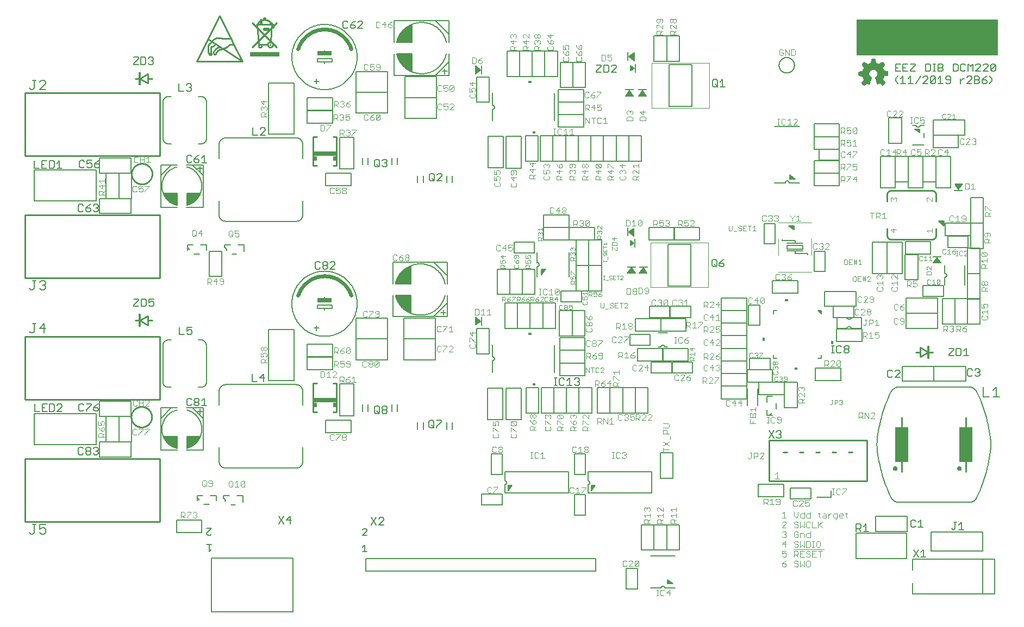
<source format=gto>
G75*
%MOIN*%
%OFA0B0*%
%FSLAX25Y25*%
%IPPOS*%
%LPD*%
%AMOC8*
5,1,8,0,0,1.08239X$1,22.5*
%
%ADD10R,0.01485X0.00015*%
%ADD11R,0.00045X0.00015*%
%ADD12R,0.00105X0.00015*%
%ADD13R,0.00165X0.00015*%
%ADD14R,0.00225X0.00015*%
%ADD15R,0.00285X0.00015*%
%ADD16R,0.00345X0.00015*%
%ADD17R,0.00405X0.00015*%
%ADD18R,0.00435X0.00015*%
%ADD19R,0.00465X0.00015*%
%ADD20R,0.00495X0.00015*%
%ADD21R,0.00540X0.00015*%
%ADD22R,0.00585X0.00015*%
%ADD23R,0.00645X0.00015*%
%ADD24R,0.00150X0.00015*%
%ADD25R,0.00675X0.00015*%
%ADD26R,0.00195X0.00015*%
%ADD27R,0.00705X0.00015*%
%ADD28R,0.00240X0.00015*%
%ADD29R,0.00735X0.00015*%
%ADD30R,0.00270X0.00015*%
%ADD31R,0.00765X0.00015*%
%ADD32R,0.00300X0.00015*%
%ADD33R,0.00810X0.00015*%
%ADD34R,0.00360X0.00015*%
%ADD35R,0.00855X0.00015*%
%ADD36R,0.00435X0.00015*%
%ADD37R,0.00915X0.00015*%
%ADD38R,0.00465X0.00015*%
%ADD39R,0.00945X0.00015*%
%ADD40R,0.00960X0.00015*%
%ADD41R,0.00525X0.00015*%
%ADD42R,0.00990X0.00015*%
%ADD43R,0.00555X0.00015*%
%ADD44R,0.01035X0.00015*%
%ADD45R,0.00600X0.00015*%
%ADD46R,0.01080X0.00015*%
%ADD47R,0.01125X0.00015*%
%ADD48R,0.01170X0.00015*%
%ADD49R,0.00720X0.00015*%
%ADD50R,0.01200X0.00015*%
%ADD51R,0.00750X0.00015*%
%ADD52R,0.01230X0.00015*%
%ADD53R,0.00780X0.00015*%
%ADD54R,0.01260X0.00015*%
%ADD55R,0.00810X0.00015*%
%ADD56R,0.01305X0.00015*%
%ADD57R,0.01365X0.00015*%
%ADD58R,0.00900X0.00015*%
%ADD59R,0.01395X0.00015*%
%ADD60R,0.01440X0.00015*%
%ADD61R,0.01470X0.00015*%
%ADD62R,0.01005X0.00015*%
%ADD63R,0.01500X0.00015*%
%ADD64R,0.01020X0.00015*%
%ADD65R,0.01530X0.00015*%
%ADD66R,0.01065X0.00015*%
%ADD67R,0.01575X0.00015*%
%ADD68R,0.01095X0.00015*%
%ADD69R,0.01635X0.00015*%
%ADD70R,0.01155X0.00015*%
%ADD71R,0.01680X0.00015*%
%ADD72R,0.01200X0.00015*%
%ADD73R,0.01710X0.00015*%
%ADD74R,0.01230X0.00015*%
%ADD75R,0.01725X0.00015*%
%ADD76R,0.01245X0.00015*%
%ADD77R,0.01755X0.00015*%
%ADD78R,0.01275X0.00015*%
%ADD79R,0.01800X0.00015*%
%ADD80R,0.01320X0.00015*%
%ADD81R,0.01860X0.00015*%
%ADD82R,0.01905X0.00015*%
%ADD83R,0.01410X0.00015*%
%ADD84R,0.01935X0.00015*%
%ADD85R,0.01455X0.00015*%
%ADD86R,0.01965X0.00015*%
%ADD87R,0.01485X0.00015*%
%ADD88R,0.01995X0.00015*%
%ADD89R,0.01515X0.00015*%
%ADD90R,0.02040X0.00015*%
%ADD91R,0.01530X0.00015*%
%ADD92R,0.02070X0.00015*%
%ADD93R,0.01575X0.00015*%
%ADD94R,0.02115X0.00015*%
%ADD95R,0.01620X0.00015*%
%ADD96R,0.02160X0.00015*%
%ADD97R,0.01665X0.00015*%
%ADD98R,0.02190X0.00015*%
%ADD99R,0.00075X0.00015*%
%ADD100R,0.01695X0.00015*%
%ADD101R,0.02220X0.00015*%
%ADD102R,0.00105X0.00015*%
%ADD103R,0.02235X0.00015*%
%ADD104R,0.00135X0.00015*%
%ADD105R,0.01755X0.00015*%
%ADD106R,0.02280X0.00015*%
%ADD107R,0.00180X0.00015*%
%ADD108R,0.01785X0.00015*%
%ADD109R,0.02340X0.00015*%
%ADD110R,0.00240X0.00015*%
%ADD111R,0.01830X0.00015*%
%ADD112R,0.02385X0.00015*%
%ADD113R,0.01890X0.00015*%
%ADD114R,0.02415X0.00015*%
%ADD115R,0.00330X0.00015*%
%ADD116R,0.00120X0.00015*%
%ADD117R,0.01920X0.00015*%
%ADD118R,0.02430X0.00015*%
%ADD119R,0.00375X0.00015*%
%ADD120R,0.02460X0.00015*%
%ADD121R,0.00405X0.00015*%
%ADD122R,0.00195X0.00015*%
%ADD123R,0.01965X0.00015*%
%ADD124R,0.02505X0.00015*%
%ADD125R,0.00210X0.00015*%
%ADD126R,0.02010X0.00015*%
%ADD127R,0.02535X0.00015*%
%ADD128R,0.00480X0.00015*%
%ADD129R,0.02580X0.00015*%
%ADD130R,0.00540X0.00015*%
%ADD131R,0.02085X0.00015*%
%ADD132R,0.02625X0.00015*%
%ADD133R,0.02130X0.00015*%
%ADD134R,0.02670X0.00015*%
%ADD135R,0.00630X0.00015*%
%ADD136R,0.02700X0.00015*%
%ADD137R,0.00660X0.00015*%
%ADD138R,0.00450X0.00015*%
%ADD139R,0.02190X0.00015*%
%ADD140R,0.02715X0.00015*%
%ADD141R,0.02205X0.00015*%
%ADD142R,0.02745X0.00015*%
%ADD143R,0.00510X0.00015*%
%ADD144R,0.02235X0.00015*%
%ADD145R,0.02775X0.00015*%
%ADD146R,0.02820X0.00015*%
%ADD147R,0.02310X0.00015*%
%ADD148R,0.02880X0.00015*%
%ADD149R,0.00855X0.00015*%
%ADD150R,0.02355X0.00015*%
%ADD151R,0.02895X0.00015*%
%ADD152R,0.00870X0.00015*%
%ADD153R,0.00660X0.00015*%
%ADD154R,0.02925X0.00015*%
%ADD155R,0.00690X0.00015*%
%ADD156R,0.02970X0.00015*%
%ADD157R,0.03000X0.00015*%
%ADD158R,0.00750X0.00015*%
%ADD159R,0.03045X0.00015*%
%ADD160R,0.01005X0.00015*%
%ADD161R,0.00780X0.00015*%
%ADD162R,0.02505X0.00015*%
%ADD163R,0.03090X0.00015*%
%ADD164R,0.01050X0.00015*%
%ADD165R,0.00825X0.00015*%
%ADD166R,0.02550X0.00015*%
%ADD167R,0.03135X0.00015*%
%ADD168R,0.01095X0.00015*%
%ADD169R,0.00870X0.00015*%
%ADD170R,0.03165X0.00015*%
%ADD171R,0.01125X0.00015*%
%ADD172R,0.02625X0.00015*%
%ADD173R,0.03195X0.00015*%
%ADD174R,0.01140X0.00015*%
%ADD175R,0.00930X0.00015*%
%ADD176R,0.02655X0.00015*%
%ADD177R,0.03210X0.00015*%
%ADD178R,0.00960X0.00015*%
%ADD179R,0.03240X0.00015*%
%ADD180R,0.02700X0.00015*%
%ADD181R,0.03285X0.00015*%
%ADD182R,0.01245X0.00015*%
%ADD183R,0.02745X0.00015*%
%ADD184R,0.03330X0.00015*%
%ADD185R,0.02790X0.00015*%
%ADD186R,0.03360X0.00015*%
%ADD187R,0.01110X0.00015*%
%ADD188R,0.02835X0.00015*%
%ADD189R,0.03390X0.00015*%
%ADD190R,0.01335X0.00015*%
%ADD191R,0.01140X0.00015*%
%ADD192R,0.02865X0.00015*%
%ADD193R,0.03420X0.00015*%
%ADD194R,0.01155X0.00015*%
%ADD195R,0.04905X0.00015*%
%ADD196R,0.04920X0.00015*%
%ADD197R,0.02940X0.00015*%
%ADD198R,0.04950X0.00015*%
%ADD199R,0.02985X0.00015*%
%ADD200R,0.04965X0.00015*%
%ADD201R,0.01275X0.00015*%
%ADD202R,0.03015X0.00015*%
%ADD203R,0.04980X0.00015*%
%ADD204R,0.03045X0.00015*%
%ADD205R,0.05010X0.00015*%
%ADD206R,0.01335X0.00015*%
%ADD207R,0.03075X0.00015*%
%ADD208R,0.01350X0.00015*%
%ADD209R,0.03105X0.00015*%
%ADD210R,0.05040X0.00015*%
%ADD211R,0.01380X0.00015*%
%ADD212R,0.05040X0.00015*%
%ADD213R,0.01410X0.00015*%
%ADD214R,0.03180X0.00015*%
%ADD215R,0.05070X0.00015*%
%ADD216R,0.03225X0.00015*%
%ADD217R,0.03255X0.00015*%
%ADD218R,0.05085X0.00015*%
%ADD219R,0.01515X0.00015*%
%ADD220R,0.03300X0.00015*%
%ADD221R,0.05100X0.00015*%
%ADD222R,0.04935X0.00015*%
%ADD223R,0.05115X0.00015*%
%ADD224R,0.04995X0.00015*%
%ADD225R,0.05130X0.00015*%
%ADD226R,0.05010X0.00015*%
%ADD227R,0.05130X0.00015*%
%ADD228R,0.05010X0.00015*%
%ADD229R,0.05025X0.00015*%
%ADD230R,0.05040X0.00015*%
%ADD231R,0.05055X0.00015*%
%ADD232R,0.05130X0.00015*%
%ADD233R,0.05085X0.00015*%
%ADD234R,0.05115X0.00015*%
%ADD235R,0.05145X0.00015*%
%ADD236R,0.05160X0.00015*%
%ADD237R,0.05130X0.00015*%
%ADD238R,0.05190X0.00015*%
%ADD239R,0.05190X0.00015*%
%ADD240R,0.05205X0.00015*%
%ADD241R,0.05220X0.00015*%
%ADD242R,0.05070X0.00015*%
%ADD243R,0.05085X0.00015*%
%ADD244R,0.05205X0.00015*%
%ADD245R,0.05220X0.00015*%
%ADD246R,0.05055X0.00015*%
%ADD247R,0.05025X0.00015*%
%ADD248R,0.05205X0.00015*%
%ADD249R,0.05025X0.00015*%
%ADD250R,0.05190X0.00015*%
%ADD251R,0.05190X0.00015*%
%ADD252R,0.04995X0.00015*%
%ADD253R,0.05175X0.00015*%
%ADD254R,0.04950X0.00015*%
%ADD255R,0.05145X0.00015*%
%ADD256R,0.05145X0.00015*%
%ADD257R,0.04920X0.00015*%
%ADD258R,0.04905X0.00015*%
%ADD259R,0.04905X0.00015*%
%ADD260R,0.05115X0.00015*%
%ADD261R,0.04890X0.00015*%
%ADD262R,0.04890X0.00015*%
%ADD263R,0.04875X0.00015*%
%ADD264R,0.04845X0.00015*%
%ADD265R,0.04830X0.00015*%
%ADD266R,0.04830X0.00015*%
%ADD267R,0.05070X0.00015*%
%ADD268R,0.04830X0.00015*%
%ADD269R,0.04815X0.00015*%
%ADD270R,0.04800X0.00015*%
%ADD271R,0.04800X0.00015*%
%ADD272R,0.05010X0.00015*%
%ADD273R,0.04785X0.00015*%
%ADD274R,0.04770X0.00015*%
%ADD275R,0.04770X0.00015*%
%ADD276R,0.04755X0.00015*%
%ADD277R,0.04740X0.00015*%
%ADD278R,0.04725X0.00015*%
%ADD279R,0.04725X0.00015*%
%ADD280R,0.04980X0.00015*%
%ADD281R,0.04710X0.00015*%
%ADD282R,0.04725X0.00015*%
%ADD283R,0.04710X0.00015*%
%ADD284R,0.04695X0.00015*%
%ADD285R,0.04680X0.00015*%
%ADD286R,0.04695X0.00015*%
%ADD287R,0.04680X0.00015*%
%ADD288R,0.04905X0.00015*%
%ADD289R,0.04665X0.00015*%
%ADD290R,0.04650X0.00015*%
%ADD291R,0.04635X0.00015*%
%ADD292R,0.04620X0.00015*%
%ADD293R,0.04620X0.00015*%
%ADD294R,0.04890X0.00015*%
%ADD295R,0.04605X0.00015*%
%ADD296R,0.04605X0.00015*%
%ADD297R,0.04590X0.00015*%
%ADD298R,0.04845X0.00015*%
%ADD299R,0.04575X0.00015*%
%ADD300R,0.04590X0.00015*%
%ADD301R,0.04575X0.00015*%
%ADD302R,0.04845X0.00015*%
%ADD303R,0.04560X0.00015*%
%ADD304R,0.04545X0.00015*%
%ADD305R,0.04530X0.00015*%
%ADD306R,0.04515X0.00015*%
%ADD307R,0.04530X0.00015*%
%ADD308R,0.04500X0.00015*%
%ADD309R,0.04515X0.00015*%
%ADD310R,0.04785X0.00015*%
%ADD311R,0.04485X0.00015*%
%ADD312R,0.04755X0.00015*%
%ADD313R,0.04470X0.00015*%
%ADD314R,0.04740X0.00015*%
%ADD315R,0.04485X0.00015*%
%ADD316R,0.04755X0.00015*%
%ADD317R,0.04545X0.00015*%
%ADD318R,0.04695X0.00015*%
%ADD319R,0.04680X0.00015*%
%ADD320R,0.04665X0.00015*%
%ADD321R,0.04725X0.00015*%
%ADD322R,0.04680X0.00015*%
%ADD323R,0.04860X0.00015*%
%ADD324R,0.04740X0.00015*%
%ADD325R,0.04875X0.00015*%
%ADD326R,0.04965X0.00015*%
%ADD327R,0.04860X0.00015*%
%ADD328R,0.04995X0.00015*%
%ADD329R,0.04875X0.00015*%
%ADD330R,0.04980X0.00015*%
%ADD331R,0.05235X0.00015*%
%ADD332R,0.05235X0.00015*%
%ADD333R,0.05250X0.00015*%
%ADD334R,0.05280X0.00015*%
%ADD335R,0.05295X0.00015*%
%ADD336R,0.05325X0.00015*%
%ADD337R,0.05340X0.00015*%
%ADD338R,0.05235X0.00015*%
%ADD339R,0.05355X0.00015*%
%ADD340R,0.05370X0.00015*%
%ADD341R,0.05265X0.00015*%
%ADD342R,0.05370X0.00015*%
%ADD343R,0.05280X0.00015*%
%ADD344R,0.05385X0.00015*%
%ADD345R,0.05295X0.00015*%
%ADD346R,0.05400X0.00015*%
%ADD347R,0.05415X0.00015*%
%ADD348R,0.05310X0.00015*%
%ADD349R,0.05430X0.00015*%
%ADD350R,0.05445X0.00015*%
%ADD351R,0.05460X0.00015*%
%ADD352R,0.05355X0.00015*%
%ADD353R,0.05475X0.00015*%
%ADD354R,0.05505X0.00015*%
%ADD355R,0.05520X0.00015*%
%ADD356R,0.05535X0.00015*%
%ADD357R,0.05550X0.00015*%
%ADD358R,0.05550X0.00015*%
%ADD359R,0.05475X0.00015*%
%ADD360R,0.05490X0.00015*%
%ADD361R,0.05475X0.00015*%
%ADD362R,0.05385X0.00015*%
%ADD363R,0.05370X0.00015*%
%ADD364R,0.05325X0.00015*%
%ADD365R,0.05310X0.00015*%
%ADD366R,0.05265X0.00015*%
%ADD367R,0.05175X0.00015*%
%ADD368R,0.04980X0.00015*%
%ADD369R,0.04965X0.00015*%
%ADD370R,0.04860X0.00015*%
%ADD371R,0.04845X0.00015*%
%ADD372R,0.04815X0.00015*%
%ADD373R,0.04770X0.00015*%
%ADD374R,0.05295X0.00015*%
%ADD375R,0.04635X0.00015*%
%ADD376R,0.05610X0.00015*%
%ADD377R,0.05700X0.00015*%
%ADD378R,0.05760X0.00015*%
%ADD379R,0.05805X0.00015*%
%ADD380R,0.05850X0.00015*%
%ADD381R,0.05895X0.00015*%
%ADD382R,0.06000X0.00015*%
%ADD383R,0.06135X0.00015*%
%ADD384R,0.06225X0.00015*%
%ADD385R,0.06300X0.00015*%
%ADD386R,0.06330X0.00015*%
%ADD387R,0.06375X0.00015*%
%ADD388R,0.06450X0.00015*%
%ADD389R,0.06570X0.00015*%
%ADD390R,0.05565X0.00015*%
%ADD391R,0.06690X0.00015*%
%ADD392R,0.06735X0.00015*%
%ADD393R,0.05790X0.00015*%
%ADD394R,0.06765X0.00015*%
%ADD395R,0.05850X0.00015*%
%ADD396R,0.06780X0.00015*%
%ADD397R,0.05895X0.00015*%
%ADD398R,0.06795X0.00015*%
%ADD399R,0.05955X0.00015*%
%ADD400R,0.06810X0.00015*%
%ADD401R,0.06060X0.00015*%
%ADD402R,0.06195X0.00015*%
%ADD403R,0.06825X0.00015*%
%ADD404R,0.06330X0.00015*%
%ADD405R,0.06840X0.00015*%
%ADD406R,0.06390X0.00015*%
%ADD407R,0.06495X0.00015*%
%ADD408R,0.06840X0.00015*%
%ADD409R,0.06555X0.00015*%
%ADD410R,0.06825X0.00015*%
%ADD411R,0.06645X0.00015*%
%ADD412R,0.06825X0.00015*%
%ADD413R,0.06705X0.00015*%
%ADD414R,0.06705X0.00015*%
%ADD415R,0.06810X0.00015*%
%ADD416R,0.06720X0.00015*%
%ADD417R,0.06795X0.00015*%
%ADD418R,0.06750X0.00015*%
%ADD419R,0.06765X0.00015*%
%ADD420R,0.06795X0.00015*%
%ADD421R,0.06780X0.00015*%
%ADD422R,0.06780X0.00015*%
%ADD423R,0.06750X0.00015*%
%ADD424R,0.06720X0.00015*%
%ADD425R,0.06720X0.00015*%
%ADD426R,0.06705X0.00015*%
%ADD427R,0.06705X0.00015*%
%ADD428R,0.06690X0.00015*%
%ADD429R,0.06675X0.00015*%
%ADD430R,0.06690X0.00015*%
%ADD431R,0.06675X0.00015*%
%ADD432R,0.06675X0.00015*%
%ADD433R,0.06660X0.00015*%
%ADD434R,0.06675X0.00015*%
%ADD435R,0.06660X0.00015*%
%ADD436R,0.06660X0.00015*%
%ADD437R,0.06645X0.00015*%
%ADD438R,0.06630X0.00015*%
%ADD439R,0.06660X0.00015*%
%ADD440R,0.06630X0.00015*%
%ADD441R,0.06645X0.00015*%
%ADD442R,0.06735X0.00015*%
%ADD443R,0.06765X0.00015*%
%ADD444R,0.06780X0.00015*%
%ADD445R,0.06825X0.00015*%
%ADD446R,0.06855X0.00015*%
%ADD447R,0.06855X0.00015*%
%ADD448R,0.06870X0.00015*%
%ADD449R,0.06885X0.00015*%
%ADD450R,0.06525X0.00015*%
%ADD451R,0.06405X0.00015*%
%ADD452R,0.06255X0.00015*%
%ADD453R,0.06165X0.00015*%
%ADD454R,0.06870X0.00015*%
%ADD455R,0.06120X0.00015*%
%ADD456R,0.06885X0.00015*%
%ADD457R,0.06060X0.00015*%
%ADD458R,0.06015X0.00015*%
%ADD459R,0.05910X0.00015*%
%ADD460R,0.05670X0.00015*%
%ADD461R,0.05595X0.00015*%
%ADD462R,0.06585X0.00015*%
%ADD463R,0.05160X0.00015*%
%ADD464R,0.06390X0.00015*%
%ADD465R,0.05025X0.00015*%
%ADD466R,0.06330X0.00015*%
%ADD467R,0.06075X0.00015*%
%ADD468R,0.05820X0.00015*%
%ADD469R,0.05775X0.00015*%
%ADD470R,0.05685X0.00015*%
%ADD471R,0.05460X0.00015*%
%ADD472R,0.04860X0.00015*%
%ADD473R,0.04935X0.00015*%
%ADD474R,0.05160X0.00015*%
%ADD475R,0.05325X0.00015*%
%ADD476R,0.05340X0.00015*%
%ADD477R,0.05355X0.00015*%
%ADD478R,0.05430X0.00015*%
%ADD479R,0.05535X0.00015*%
%ADD480R,0.05595X0.00015*%
%ADD481R,0.05640X0.00015*%
%ADD482R,0.05640X0.00015*%
%ADD483R,0.05670X0.00015*%
%ADD484R,0.05685X0.00015*%
%ADD485R,0.05700X0.00015*%
%ADD486R,0.05715X0.00015*%
%ADD487R,0.05715X0.00015*%
%ADD488R,0.05730X0.00015*%
%ADD489R,0.05745X0.00015*%
%ADD490R,0.05760X0.00015*%
%ADD491R,0.06000X0.00015*%
%ADD492R,0.06105X0.00015*%
%ADD493R,0.06180X0.00015*%
%ADD494R,0.06210X0.00015*%
%ADD495R,0.12690X0.00015*%
%ADD496R,0.12675X0.00015*%
%ADD497R,0.12660X0.00015*%
%ADD498R,0.12660X0.00015*%
%ADD499R,0.12645X0.00015*%
%ADD500R,0.12615X0.00015*%
%ADD501R,0.12600X0.00015*%
%ADD502R,0.12585X0.00015*%
%ADD503R,0.12555X0.00015*%
%ADD504R,0.12540X0.00015*%
%ADD505R,0.12525X0.00015*%
%ADD506R,0.12510X0.00015*%
%ADD507R,0.12510X0.00015*%
%ADD508R,0.12480X0.00015*%
%ADD509R,0.12450X0.00015*%
%ADD510R,0.12435X0.00015*%
%ADD511R,0.12420X0.00015*%
%ADD512R,0.12390X0.00015*%
%ADD513R,0.12375X0.00015*%
%ADD514R,0.12360X0.00015*%
%ADD515R,0.12330X0.00015*%
%ADD516R,0.12300X0.00015*%
%ADD517R,0.12285X0.00015*%
%ADD518R,0.12270X0.00015*%
%ADD519R,0.12255X0.00015*%
%ADD520R,0.12240X0.00015*%
%ADD521R,0.12225X0.00015*%
%ADD522R,0.12195X0.00015*%
%ADD523R,0.12165X0.00015*%
%ADD524R,0.12150X0.00015*%
%ADD525R,0.12135X0.00015*%
%ADD526R,0.12120X0.00015*%
%ADD527R,0.12090X0.00015*%
%ADD528R,0.12075X0.00015*%
%ADD529R,0.12060X0.00015*%
%ADD530R,0.12045X0.00015*%
%ADD531R,0.12015X0.00015*%
%ADD532R,0.12000X0.00015*%
%ADD533R,0.11985X0.00015*%
%ADD534R,0.11955X0.00015*%
%ADD535R,0.11940X0.00015*%
%ADD536R,0.11925X0.00015*%
%ADD537R,0.11910X0.00015*%
%ADD538R,0.11910X0.00015*%
%ADD539R,0.11880X0.00015*%
%ADD540R,0.11850X0.00015*%
%ADD541R,0.11835X0.00015*%
%ADD542R,0.11805X0.00015*%
%ADD543R,0.11775X0.00015*%
%ADD544R,0.11760X0.00015*%
%ADD545R,0.11745X0.00015*%
%ADD546R,0.11730X0.00015*%
%ADD547R,0.11700X0.00015*%
%ADD548R,0.11700X0.00015*%
%ADD549R,0.11685X0.00015*%
%ADD550R,0.11655X0.00015*%
%ADD551R,0.11640X0.00015*%
%ADD552R,0.11625X0.00015*%
%ADD553R,0.11625X0.00015*%
%ADD554R,0.11670X0.00015*%
%ADD555R,0.11715X0.00015*%
%ADD556R,0.11790X0.00015*%
%ADD557R,0.11820X0.00015*%
%ADD558R,0.11820X0.00015*%
%ADD559R,0.11880X0.00015*%
%ADD560R,0.11895X0.00015*%
%ADD561R,0.11970X0.00015*%
%ADD562R,0.12045X0.00015*%
%ADD563R,0.12075X0.00015*%
%ADD564R,0.12105X0.00015*%
%ADD565R,0.12135X0.00015*%
%ADD566R,0.12165X0.00015*%
%ADD567R,0.12180X0.00015*%
%ADD568R,0.12195X0.00015*%
%ADD569R,0.12210X0.00015*%
%ADD570R,0.12225X0.00015*%
%ADD571R,0.12255X0.00015*%
%ADD572R,0.12360X0.00015*%
%ADD573R,0.12390X0.00015*%
%ADD574R,0.12405X0.00015*%
%ADD575R,0.12435X0.00015*%
%ADD576R,0.12480X0.00015*%
%ADD577R,0.12480X0.00015*%
%ADD578R,0.12510X0.00015*%
%ADD579R,0.12570X0.00015*%
%ADD580R,0.12630X0.00015*%
%ADD581R,0.12675X0.00015*%
%ADD582R,0.12705X0.00015*%
%ADD583R,0.12735X0.00015*%
%ADD584R,0.12750X0.00015*%
%ADD585R,0.12780X0.00015*%
%ADD586R,0.12795X0.00015*%
%ADD587R,0.12810X0.00015*%
%ADD588R,0.12840X0.00015*%
%ADD589R,0.12855X0.00015*%
%ADD590R,0.12885X0.00015*%
%ADD591R,0.12900X0.00015*%
%ADD592R,0.12915X0.00015*%
%ADD593R,0.12945X0.00015*%
%ADD594R,0.12960X0.00015*%
%ADD595R,0.12990X0.00015*%
%ADD596R,0.13005X0.00015*%
%ADD597R,0.13020X0.00015*%
%ADD598R,0.13035X0.00015*%
%ADD599R,0.13065X0.00015*%
%ADD600R,0.13080X0.00015*%
%ADD601R,0.13110X0.00015*%
%ADD602R,0.13125X0.00015*%
%ADD603R,0.13155X0.00015*%
%ADD604R,0.13170X0.00015*%
%ADD605R,0.13200X0.00015*%
%ADD606R,0.13230X0.00015*%
%ADD607R,0.13260X0.00015*%
%ADD608R,0.13290X0.00015*%
%ADD609R,0.13320X0.00015*%
%ADD610R,0.13350X0.00015*%
%ADD611R,0.13365X0.00015*%
%ADD612R,0.13395X0.00015*%
%ADD613R,0.13425X0.00015*%
%ADD614R,0.13455X0.00015*%
%ADD615R,0.13470X0.00015*%
%ADD616R,0.13500X0.00015*%
%ADD617R,0.13530X0.00015*%
%ADD618R,0.13560X0.00015*%
%ADD619R,0.13575X0.00015*%
%ADD620R,0.13605X0.00015*%
%ADD621R,0.13635X0.00015*%
%ADD622R,0.13650X0.00015*%
%ADD623R,0.13680X0.00015*%
%ADD624R,0.13695X0.00015*%
%ADD625R,0.13725X0.00015*%
%ADD626R,0.13740X0.00015*%
%ADD627R,0.13770X0.00015*%
%ADD628R,0.13785X0.00015*%
%ADD629R,0.13800X0.00015*%
%ADD630R,0.13830X0.00015*%
%ADD631R,0.13860X0.00015*%
%ADD632R,0.13875X0.00015*%
%ADD633R,0.13905X0.00015*%
%ADD634R,0.13935X0.00015*%
%ADD635R,0.13950X0.00015*%
%ADD636R,0.13980X0.00015*%
%ADD637R,0.14010X0.00015*%
%ADD638R,0.14025X0.00015*%
%ADD639R,0.14055X0.00015*%
%ADD640R,0.14070X0.00015*%
%ADD641R,0.14085X0.00015*%
%ADD642R,0.14115X0.00015*%
%ADD643R,0.14145X0.00015*%
%ADD644R,0.14160X0.00015*%
%ADD645R,0.14190X0.00015*%
%ADD646R,0.14205X0.00015*%
%ADD647R,0.14220X0.00015*%
%ADD648R,0.14235X0.00015*%
%ADD649R,0.14265X0.00015*%
%ADD650R,0.14280X0.00015*%
%ADD651R,0.14295X0.00015*%
%ADD652R,0.14295X0.00015*%
%ADD653R,0.14250X0.00015*%
%ADD654R,0.14205X0.00015*%
%ADD655R,0.14175X0.00015*%
%ADD656R,0.14160X0.00015*%
%ADD657R,0.14130X0.00015*%
%ADD658R,0.14100X0.00015*%
%ADD659R,0.14040X0.00015*%
%ADD660R,0.14010X0.00015*%
%ADD661R,0.03465X0.00015*%
%ADD662R,0.10440X0.00015*%
%ADD663R,0.03420X0.00015*%
%ADD664R,0.10395X0.00015*%
%ADD665R,0.03375X0.00015*%
%ADD666R,0.10335X0.00015*%
%ADD667R,0.03570X0.00015*%
%ADD668R,0.06600X0.00015*%
%ADD669R,0.03525X0.00015*%
%ADD670R,0.03270X0.00015*%
%ADD671R,0.03495X0.00015*%
%ADD672R,0.03210X0.00015*%
%ADD673R,0.06480X0.00015*%
%ADD674R,0.03435X0.00015*%
%ADD675R,0.03165X0.00015*%
%ADD676R,0.03390X0.00015*%
%ADD677R,0.03120X0.00015*%
%ADD678R,0.06315X0.00015*%
%ADD679R,0.03345X0.00015*%
%ADD680R,0.03090X0.00015*%
%ADD681R,0.03075X0.00015*%
%ADD682R,0.06225X0.00015*%
%ADD683R,0.03270X0.00015*%
%ADD684R,0.06180X0.00015*%
%ADD685R,0.02970X0.00015*%
%ADD686R,0.06075X0.00015*%
%ADD687R,0.03195X0.00015*%
%ADD688R,0.02925X0.00015*%
%ADD689R,0.05985X0.00015*%
%ADD690R,0.03135X0.00015*%
%ADD691R,0.02850X0.00015*%
%ADD692R,0.05835X0.00015*%
%ADD693R,0.03030X0.00015*%
%ADD694R,0.02805X0.00015*%
%ADD695R,0.02730X0.00015*%
%ADD696R,0.05625X0.00015*%
%ADD697R,0.02925X0.00015*%
%ADD698R,0.02640X0.00015*%
%ADD699R,0.02595X0.00015*%
%ADD700R,0.02565X0.00015*%
%ADD701R,0.02760X0.00015*%
%ADD702R,0.02520X0.00015*%
%ADD703R,0.02730X0.00015*%
%ADD704R,0.02475X0.00015*%
%ADD705R,0.02685X0.00015*%
%ADD706R,0.02445X0.00015*%
%ADD707R,0.02400X0.00015*%
%ADD708R,0.02370X0.00015*%
%ADD709R,0.02565X0.00015*%
%ADD710R,0.02340X0.00015*%
%ADD711R,0.02325X0.00015*%
%ADD712R,0.02505X0.00015*%
%ADD713R,0.02280X0.00015*%
%ADD714R,0.02460X0.00015*%
%ADD715R,0.04560X0.00015*%
%ADD716R,0.02190X0.00015*%
%ADD717R,0.04440X0.00015*%
%ADD718R,0.02370X0.00015*%
%ADD719R,0.02145X0.00015*%
%ADD720R,0.04365X0.00015*%
%ADD721R,0.04320X0.00015*%
%ADD722R,0.02310X0.00015*%
%ADD723R,0.02100X0.00015*%
%ADD724R,0.04260X0.00015*%
%ADD725R,0.04200X0.00015*%
%ADD726R,0.02265X0.00015*%
%ADD727R,0.02040X0.00015*%
%ADD728R,0.04095X0.00015*%
%ADD729R,0.02220X0.00015*%
%ADD730R,0.03915X0.00015*%
%ADD731R,0.02175X0.00015*%
%ADD732R,0.03765X0.00015*%
%ADD733R,0.03675X0.00015*%
%ADD734R,0.01890X0.00015*%
%ADD735R,0.03615X0.00015*%
%ADD736R,0.02055X0.00015*%
%ADD737R,0.01860X0.00015*%
%ADD738R,0.03555X0.00015*%
%ADD739R,0.01815X0.00015*%
%ADD740R,0.03450X0.00015*%
%ADD741R,0.01725X0.00015*%
%ADD742R,0.03315X0.00015*%
%ADD743R,0.01905X0.00015*%
%ADD744R,0.01680X0.00015*%
%ADD745R,0.01650X0.00015*%
%ADD746R,0.01620X0.00015*%
%ADD747R,0.01590X0.00015*%
%ADD748R,0.01770X0.00015*%
%ADD749R,0.01560X0.00015*%
%ADD750R,0.03240X0.00015*%
%ADD751R,0.01740X0.00015*%
%ADD752R,0.01665X0.00015*%
%ADD753R,0.01455X0.00015*%
%ADD754R,0.01635X0.00015*%
%ADD755R,0.01410X0.00015*%
%ADD756R,0.01395X0.00015*%
%ADD757R,0.01365X0.00015*%
%ADD758R,0.01335X0.00015*%
%ADD759R,0.01290X0.00015*%
%ADD760R,0.03210X0.00015*%
%ADD761R,0.01455X0.00015*%
%ADD762R,0.01185X0.00015*%
%ADD763R,0.01290X0.00015*%
%ADD764R,0.01110X0.00015*%
%ADD765R,0.01260X0.00015*%
%ADD766R,0.03180X0.00015*%
%ADD767R,0.00975X0.00015*%
%ADD768R,0.03150X0.00015*%
%ADD769R,0.00885X0.00015*%
%ADD770R,0.03150X0.00015*%
%ADD771R,0.01050X0.00015*%
%ADD772R,0.00795X0.00015*%
%ADD773R,0.00885X0.00015*%
%ADD774R,0.00690X0.00015*%
%ADD775R,0.00840X0.00015*%
%ADD776R,0.00570X0.00015*%
%ADD777R,0.00525X0.00015*%
%ADD778R,0.03105X0.00015*%
%ADD779R,0.00660X0.00015*%
%ADD780R,0.00615X0.00015*%
%ADD781R,0.00420X0.00015*%
%ADD782R,0.00555X0.00015*%
%ADD783R,0.00390X0.00015*%
%ADD784R,0.00525X0.00015*%
%ADD785R,0.00360X0.00015*%
%ADD786R,0.00495X0.00015*%
%ADD787R,0.03075X0.00015*%
%ADD788R,0.00450X0.00015*%
%ADD789R,0.00225X0.00015*%
%ADD790R,0.00345X0.00015*%
%ADD791R,0.00255X0.00015*%
%ADD792R,0.03060X0.00015*%
%ADD793R,0.00180X0.00015*%
%ADD794R,0.00075X0.00015*%
%ADD795R,0.03000X0.00015*%
%ADD796R,0.02955X0.00015*%
%ADD797R,0.02940X0.00015*%
%ADD798R,0.02940X0.00015*%
%ADD799R,0.02910X0.00015*%
%ADD800R,0.02910X0.00015*%
%ADD801R,0.02865X0.00015*%
%ADD802R,0.02805X0.00015*%
%ADD803R,0.02775X0.00015*%
%ADD804R,0.02760X0.00015*%
%ADD805R,0.02655X0.00015*%
%ADD806R,0.02640X0.00015*%
%ADD807R,0.02610X0.00015*%
%ADD808R,0.02595X0.00015*%
%ADD809R,0.02535X0.00015*%
%ADD810R,0.02475X0.00015*%
%ADD811R,0.02175X0.00015*%
%ADD812R,0.01575X0.00015*%
%ADD813C,0.00500*%
%ADD814R,0.87000X0.22250*%
%ADD815C,0.00400*%
%ADD816C,0.00800*%
%ADD817C,0.00600*%
%ADD818C,0.01000*%
%ADD819R,0.18000X0.03000*%
%ADD820C,0.00300*%
%ADD821R,0.07874X0.21654*%
%ADD822C,0.01378*%
%ADD823C,0.00700*%
%ADD824C,0.00100*%
%ADD825R,0.01969X0.02953*%
%ADD826R,0.14000X0.03000*%
%ADD827R,0.01181X0.08268*%
%ADD828C,0.00200*%
%ADD829R,0.05512X0.00787*%
%ADD830R,0.09000X0.02500*%
%ADD831C,0.02400*%
%ADD832C,0.00394*%
%ADD833C,0.00787*%
%ADD834R,0.00787X0.05512*%
D10*
X0704827Y0359475D03*
D11*
X0701937Y0353765D03*
X0710142Y0354635D03*
X0713322Y0353930D03*
D12*
X0701937Y0353780D03*
D13*
X0701937Y0353795D03*
D14*
X0701937Y0353810D03*
D15*
X0701937Y0353825D03*
X0702027Y0368210D03*
D16*
X0701937Y0353840D03*
X0710187Y0354725D03*
D17*
X0710202Y0354740D03*
X0701937Y0353855D03*
D18*
X0701937Y0353870D03*
D19*
X0701937Y0353885D03*
D20*
X0701937Y0353900D03*
X0713322Y0354065D03*
D21*
X0701944Y0353915D03*
D22*
X0701952Y0353930D03*
X0704967Y0354740D03*
X0710277Y0354830D03*
D23*
X0710292Y0354845D03*
X0713307Y0354125D03*
X0701952Y0353945D03*
D24*
X0710134Y0354665D03*
X0713329Y0353945D03*
D25*
X0713307Y0354140D03*
X0704937Y0354785D03*
X0701952Y0353960D03*
D26*
X0713322Y0353960D03*
D27*
X0710322Y0354890D03*
X0704922Y0354800D03*
X0701952Y0353975D03*
D28*
X0713329Y0353975D03*
D29*
X0701952Y0353990D03*
D30*
X0710164Y0354710D03*
X0713329Y0353990D03*
D31*
X0704907Y0354815D03*
X0701952Y0354005D03*
D32*
X0705064Y0354635D03*
X0713329Y0354005D03*
X0712954Y0368255D03*
D33*
X0701959Y0354020D03*
D34*
X0713329Y0354020D03*
D35*
X0713292Y0354215D03*
X0701967Y0354035D03*
D36*
X0705027Y0354695D03*
X0710217Y0354755D03*
X0713322Y0354035D03*
D37*
X0710382Y0354965D03*
X0704847Y0354890D03*
X0701967Y0354050D03*
X0702057Y0367955D03*
D38*
X0702042Y0368135D03*
X0713322Y0354050D03*
D39*
X0713292Y0354245D03*
X0704832Y0354905D03*
X0701967Y0354065D03*
X0707352Y0370130D03*
X0712932Y0368015D03*
D40*
X0701974Y0354080D03*
D41*
X0713322Y0354080D03*
D42*
X0713284Y0354260D03*
X0710404Y0355010D03*
X0701974Y0354095D03*
X0712924Y0368000D03*
D43*
X0713322Y0354095D03*
D44*
X0701982Y0354110D03*
D45*
X0713314Y0354110D03*
X0702049Y0368090D03*
D46*
X0712924Y0367955D03*
X0710434Y0355040D03*
X0701974Y0354125D03*
D47*
X0701982Y0354140D03*
D48*
X0701989Y0354155D03*
X0704764Y0354995D03*
X0710464Y0355100D03*
X0712909Y0367925D03*
D49*
X0712939Y0368105D03*
X0713299Y0354155D03*
D50*
X0701989Y0354170D03*
D51*
X0713299Y0354170D03*
D52*
X0701989Y0354185D03*
X0702079Y0367835D03*
X0712909Y0367910D03*
D53*
X0712939Y0368075D03*
X0713299Y0354185D03*
D54*
X0701989Y0354200D03*
D55*
X0704884Y0354830D03*
X0713299Y0354200D03*
X0712939Y0368060D03*
D56*
X0710517Y0355160D03*
X0701997Y0354215D03*
D57*
X0701997Y0354230D03*
X0704697Y0355085D03*
X0713262Y0354425D03*
D58*
X0713285Y0354230D03*
X0704854Y0354875D03*
D59*
X0701997Y0354245D03*
D60*
X0702004Y0354260D03*
D61*
X0702004Y0354275D03*
X0710554Y0355250D03*
D62*
X0713277Y0354275D03*
D63*
X0702004Y0354290D03*
X0702094Y0367730D03*
X0712894Y0367805D03*
D64*
X0712924Y0367985D03*
X0702064Y0367925D03*
X0713284Y0354290D03*
D65*
X0702004Y0354305D03*
D66*
X0713277Y0354305D03*
D67*
X0702012Y0354320D03*
D68*
X0713277Y0354320D03*
D69*
X0702012Y0354335D03*
D70*
X0713277Y0354335D03*
D71*
X0702019Y0354350D03*
D72*
X0704764Y0355010D03*
X0710479Y0355115D03*
X0713270Y0354350D03*
D73*
X0702019Y0354365D03*
D74*
X0713269Y0354365D03*
D75*
X0713232Y0354575D03*
X0702027Y0354380D03*
D76*
X0713262Y0354380D03*
D77*
X0702027Y0354395D03*
D78*
X0704727Y0355040D03*
X0713262Y0354395D03*
D79*
X0702020Y0354410D03*
X0712879Y0367685D03*
D80*
X0712910Y0367865D03*
X0713254Y0354410D03*
X0704719Y0355055D03*
D81*
X0702034Y0354425D03*
D82*
X0702042Y0354440D03*
X0702117Y0367565D03*
D83*
X0713254Y0354440D03*
D84*
X0713217Y0354665D03*
X0702042Y0354455D03*
X0702117Y0367550D03*
X0707532Y0370100D03*
D85*
X0710547Y0355235D03*
X0713247Y0354455D03*
D86*
X0702042Y0354470D03*
D87*
X0713247Y0354470D03*
D88*
X0702042Y0354485D03*
X0702117Y0367535D03*
D89*
X0713247Y0354485D03*
D90*
X0713209Y0354710D03*
X0702049Y0354500D03*
X0712864Y0367595D03*
D91*
X0712894Y0367790D03*
X0713239Y0354500D03*
D92*
X0702049Y0354515D03*
X0702124Y0367505D03*
D93*
X0713247Y0354515D03*
D94*
X0702057Y0354530D03*
D95*
X0713239Y0354530D03*
D96*
X0713194Y0354755D03*
X0702064Y0354545D03*
D97*
X0713232Y0354545D03*
D98*
X0702064Y0354560D03*
D99*
X0705117Y0354560D03*
D100*
X0713232Y0354560D03*
D101*
X0702064Y0354575D03*
D102*
X0705117Y0354575D03*
D103*
X0702072Y0354590D03*
X0702132Y0367430D03*
X0707547Y0370055D03*
D104*
X0705117Y0354590D03*
D105*
X0713232Y0354590D03*
D106*
X0713179Y0354815D03*
X0702079Y0354605D03*
D107*
X0705094Y0354605D03*
D108*
X0713232Y0354605D03*
X0702102Y0367625D03*
D109*
X0702079Y0354620D03*
D110*
X0705079Y0354620D03*
D111*
X0713224Y0354620D03*
X0712879Y0367670D03*
D112*
X0713172Y0354860D03*
X0702087Y0354635D03*
D113*
X0713224Y0354635D03*
D114*
X0713172Y0354875D03*
X0702087Y0354650D03*
X0712827Y0367430D03*
D115*
X0702035Y0368195D03*
X0705049Y0354650D03*
D116*
X0710134Y0354650D03*
X0702034Y0368240D03*
D117*
X0713224Y0354650D03*
D118*
X0713164Y0354890D03*
X0702094Y0354665D03*
X0707539Y0369980D03*
D119*
X0705042Y0354665D03*
D120*
X0702094Y0354680D03*
X0713164Y0354905D03*
D121*
X0705042Y0354680D03*
D122*
X0710142Y0354680D03*
D123*
X0713217Y0354680D03*
X0712872Y0367625D03*
D124*
X0702102Y0354695D03*
D125*
X0710149Y0354695D03*
D126*
X0713209Y0354695D03*
X0712864Y0367610D03*
D127*
X0712812Y0367385D03*
X0707532Y0369725D03*
X0707532Y0369740D03*
X0707532Y0369755D03*
X0707532Y0369785D03*
X0702102Y0354710D03*
D128*
X0705019Y0354710D03*
X0710224Y0354785D03*
X0712954Y0368195D03*
D129*
X0712804Y0367355D03*
X0707539Y0369650D03*
X0713149Y0354950D03*
X0702110Y0354725D03*
D130*
X0704989Y0354725D03*
X0710254Y0354815D03*
D131*
X0713202Y0354725D03*
X0712857Y0367565D03*
D132*
X0702117Y0354740D03*
D133*
X0713194Y0354740D03*
X0712849Y0367550D03*
X0702124Y0367475D03*
D134*
X0702185Y0367235D03*
X0707524Y0369440D03*
X0707524Y0369455D03*
X0713135Y0354995D03*
X0702124Y0354755D03*
D135*
X0704959Y0354755D03*
X0702049Y0368075D03*
D136*
X0707524Y0369320D03*
X0702124Y0354770D03*
D137*
X0704944Y0354770D03*
D138*
X0710224Y0354770D03*
D139*
X0713194Y0354770D03*
D140*
X0702132Y0354785D03*
X0707532Y0369215D03*
X0707532Y0369230D03*
X0707532Y0369245D03*
X0707532Y0369260D03*
X0707532Y0369275D03*
D141*
X0713187Y0354785D03*
D142*
X0702132Y0354800D03*
X0707532Y0369140D03*
D143*
X0710239Y0354800D03*
D144*
X0713187Y0354800D03*
D145*
X0702132Y0354815D03*
X0702192Y0367205D03*
X0712782Y0367280D03*
D146*
X0707524Y0368975D03*
X0707524Y0368990D03*
X0702199Y0367175D03*
X0702139Y0354830D03*
D147*
X0713179Y0354830D03*
D148*
X0713119Y0355085D03*
X0702139Y0354845D03*
X0702199Y0367145D03*
X0707524Y0368765D03*
X0707524Y0368780D03*
X0707524Y0368795D03*
X0707524Y0368810D03*
X0707524Y0368825D03*
X0707524Y0368840D03*
X0707524Y0368855D03*
X0712774Y0367235D03*
D149*
X0704862Y0354845D03*
D150*
X0713172Y0354845D03*
D151*
X0713112Y0355100D03*
X0702147Y0354860D03*
D152*
X0704854Y0354860D03*
D153*
X0710299Y0354860D03*
X0702049Y0368060D03*
D154*
X0702147Y0354875D03*
D155*
X0710314Y0354875D03*
D156*
X0702154Y0354890D03*
D157*
X0702154Y0354905D03*
X0707509Y0368405D03*
X0707509Y0368435D03*
X0707509Y0368450D03*
X0712759Y0367190D03*
D158*
X0712939Y0368090D03*
X0702049Y0368030D03*
X0710329Y0354905D03*
D159*
X0702162Y0354920D03*
D160*
X0704817Y0354920D03*
D161*
X0710344Y0354920D03*
D162*
X0713157Y0354920D03*
D163*
X0702169Y0354935D03*
X0707524Y0368165D03*
X0707524Y0368180D03*
X0707524Y0368195D03*
D164*
X0702064Y0367910D03*
X0704795Y0354935D03*
X0710419Y0355025D03*
D165*
X0710367Y0354935D03*
X0702057Y0368000D03*
D166*
X0707539Y0369710D03*
X0713149Y0354935D03*
D167*
X0713082Y0355205D03*
X0702177Y0354950D03*
X0707517Y0368000D03*
X0707517Y0368015D03*
X0707517Y0368030D03*
X0707517Y0368045D03*
X0707517Y0368060D03*
D168*
X0704787Y0354950D03*
D169*
X0710374Y0354950D03*
X0702049Y0367985D03*
D170*
X0707502Y0367940D03*
X0707502Y0367925D03*
X0702177Y0354965D03*
D171*
X0704787Y0354965D03*
X0702072Y0367880D03*
X0712917Y0367940D03*
D172*
X0712797Y0367340D03*
X0707532Y0369545D03*
X0707532Y0369560D03*
X0707532Y0369575D03*
X0702177Y0367265D03*
X0713142Y0354965D03*
D173*
X0702177Y0354980D03*
D174*
X0704779Y0354980D03*
D175*
X0710389Y0354980D03*
D176*
X0713142Y0354980D03*
X0707532Y0369485D03*
X0707532Y0369500D03*
X0707532Y0369515D03*
D177*
X0702184Y0354995D03*
D178*
X0710389Y0354995D03*
D179*
X0702184Y0355010D03*
D180*
X0713135Y0355010D03*
X0707524Y0369290D03*
X0707524Y0369305D03*
X0707524Y0369335D03*
X0707524Y0369350D03*
D181*
X0707517Y0367655D03*
X0702192Y0355025D03*
D182*
X0704742Y0355025D03*
X0710487Y0355130D03*
D183*
X0713127Y0355025D03*
D184*
X0702199Y0355040D03*
X0702244Y0366950D03*
D185*
X0707524Y0369035D03*
X0707524Y0369050D03*
X0713119Y0355040D03*
D186*
X0702199Y0355055D03*
X0707524Y0367625D03*
D187*
X0710449Y0355055D03*
D188*
X0713112Y0355055D03*
X0712782Y0367250D03*
X0707517Y0368945D03*
X0707517Y0368960D03*
D189*
X0702199Y0355070D03*
D190*
X0704712Y0355070D03*
D191*
X0710449Y0355070D03*
D192*
X0713112Y0355070D03*
X0707517Y0368870D03*
D193*
X0702199Y0355085D03*
D194*
X0710457Y0355085D03*
X0702072Y0367865D03*
D195*
X0703107Y0359495D03*
X0703347Y0359225D03*
X0703317Y0356150D03*
X0702927Y0355100D03*
X0711642Y0356840D03*
X0711657Y0356810D03*
X0712257Y0355280D03*
D196*
X0711739Y0356660D03*
X0711724Y0356690D03*
X0711724Y0356705D03*
X0711710Y0356735D03*
X0711664Y0359165D03*
X0711649Y0362930D03*
X0711634Y0362945D03*
X0711619Y0362960D03*
X0703099Y0362600D03*
X0703354Y0359210D03*
X0703369Y0359195D03*
X0703264Y0356075D03*
X0703249Y0356045D03*
X0703234Y0356015D03*
X0702919Y0355115D03*
D197*
X0713104Y0355115D03*
D198*
X0712264Y0355310D03*
X0711754Y0356630D03*
X0711229Y0358025D03*
X0711604Y0362990D03*
X0703445Y0362975D03*
X0703384Y0359165D03*
X0703399Y0359150D03*
X0703895Y0357860D03*
X0703895Y0357845D03*
X0703219Y0355985D03*
X0702919Y0355130D03*
D199*
X0713097Y0355130D03*
X0707517Y0368465D03*
D200*
X0703467Y0363005D03*
X0703452Y0362990D03*
X0703062Y0359510D03*
X0703197Y0355955D03*
X0703197Y0355940D03*
X0702912Y0355145D03*
X0711222Y0358040D03*
X0711762Y0356615D03*
X0711777Y0356600D03*
X0712272Y0355325D03*
X0711582Y0363005D03*
D201*
X0710502Y0355145D03*
D202*
X0713082Y0355145D03*
X0702222Y0367100D03*
D203*
X0703069Y0362585D03*
X0703414Y0359135D03*
X0703189Y0355925D03*
X0703174Y0355895D03*
X0702904Y0355160D03*
X0711784Y0356585D03*
X0711799Y0356555D03*
X0711799Y0356540D03*
X0711814Y0356525D03*
D204*
X0713082Y0355160D03*
X0712752Y0367160D03*
X0707517Y0368315D03*
X0707517Y0368330D03*
X0707517Y0368345D03*
X0702222Y0367085D03*
D205*
X0703489Y0363050D03*
X0711589Y0359075D03*
X0711889Y0356390D03*
X0702904Y0355190D03*
X0702904Y0355175D03*
D206*
X0710517Y0355175D03*
D207*
X0713082Y0355175D03*
D208*
X0710524Y0355190D03*
X0712910Y0367850D03*
D209*
X0707517Y0368075D03*
X0707517Y0368090D03*
X0707517Y0368105D03*
X0707517Y0368135D03*
X0707517Y0368150D03*
X0713082Y0355190D03*
D210*
X0711919Y0356330D03*
X0711904Y0356345D03*
X0703084Y0355745D03*
X0703084Y0355730D03*
X0703069Y0355715D03*
X0702904Y0355205D03*
X0703504Y0363065D03*
X0703519Y0363080D03*
D211*
X0710524Y0355205D03*
D212*
X0702904Y0355220D03*
D213*
X0710539Y0355220D03*
D214*
X0713074Y0355220D03*
D215*
X0703054Y0355685D03*
X0702904Y0355250D03*
X0702904Y0355235D03*
D216*
X0713067Y0355235D03*
X0712737Y0367100D03*
X0707502Y0367760D03*
X0707502Y0367775D03*
X0707502Y0367790D03*
X0707502Y0367805D03*
D217*
X0707502Y0367700D03*
X0702237Y0366995D03*
X0713052Y0355250D03*
D218*
X0702912Y0355265D03*
X0703512Y0359015D03*
D219*
X0710562Y0355265D03*
D220*
X0713044Y0355265D03*
X0712729Y0367055D03*
X0702244Y0366965D03*
D221*
X0711470Y0363140D03*
X0711529Y0358985D03*
X0711229Y0358205D03*
X0711229Y0358190D03*
X0711229Y0358175D03*
X0711229Y0358160D03*
X0712024Y0356150D03*
X0712024Y0356135D03*
X0712039Y0356105D03*
X0703879Y0358055D03*
X0703520Y0359000D03*
X0703024Y0355625D03*
X0703024Y0355610D03*
X0703009Y0355595D03*
X0703009Y0355580D03*
X0702904Y0355295D03*
X0702904Y0355280D03*
D222*
X0703227Y0356000D03*
X0703242Y0356030D03*
X0703257Y0356060D03*
X0703377Y0359180D03*
X0711222Y0358010D03*
X0711642Y0359135D03*
X0711657Y0359150D03*
X0711732Y0356675D03*
X0711747Y0356645D03*
X0712257Y0355295D03*
X0711717Y0362885D03*
X0711612Y0362975D03*
X0707517Y0367355D03*
D223*
X0702912Y0355340D03*
X0702912Y0355325D03*
X0702912Y0355310D03*
D224*
X0703887Y0357905D03*
X0703887Y0357935D03*
X0711822Y0356510D03*
X0711837Y0356495D03*
X0711852Y0356480D03*
X0711852Y0356465D03*
X0712272Y0355340D03*
D225*
X0712069Y0356045D03*
X0712054Y0356060D03*
X0702919Y0355415D03*
X0702919Y0355400D03*
X0702919Y0355385D03*
X0702919Y0355355D03*
X0711454Y0363155D03*
D226*
X0703444Y0359105D03*
X0703879Y0357965D03*
X0703879Y0357950D03*
X0703159Y0355850D03*
X0703144Y0355835D03*
X0711859Y0356450D03*
X0712279Y0355355D03*
D227*
X0702919Y0355370D03*
D228*
X0711229Y0358070D03*
X0712279Y0355370D03*
D229*
X0712287Y0355385D03*
X0703887Y0357980D03*
X0703467Y0359060D03*
X0703467Y0359075D03*
X0703452Y0359090D03*
X0703122Y0355805D03*
X0711537Y0363065D03*
X0711552Y0363050D03*
X0707517Y0367340D03*
D230*
X0711529Y0363080D03*
X0711574Y0359045D03*
X0711559Y0359030D03*
X0711229Y0358100D03*
X0711229Y0358085D03*
X0712279Y0355400D03*
X0703879Y0357995D03*
X0703879Y0358010D03*
X0703114Y0355790D03*
X0703099Y0355775D03*
D231*
X0703482Y0359045D03*
X0711942Y0356285D03*
X0711957Y0356255D03*
X0711972Y0356240D03*
X0712287Y0355415D03*
X0711822Y0362840D03*
X0711522Y0363095D03*
X0711507Y0363110D03*
D232*
X0711229Y0358250D03*
X0711229Y0358235D03*
X0703879Y0358085D03*
X0703549Y0358955D03*
X0702979Y0355535D03*
X0702949Y0355490D03*
X0702935Y0355460D03*
X0702935Y0355445D03*
X0702935Y0355430D03*
X0703579Y0363140D03*
D233*
X0703557Y0363125D03*
X0702987Y0362555D03*
X0711492Y0363125D03*
X0712227Y0359735D03*
X0711537Y0359000D03*
X0712002Y0356195D03*
X0712002Y0356180D03*
X0712017Y0356165D03*
X0712302Y0355430D03*
X0703032Y0355640D03*
D234*
X0703002Y0355565D03*
X0702987Y0355550D03*
X0703527Y0358985D03*
X0711507Y0358955D03*
X0712047Y0356090D03*
X0712047Y0356075D03*
X0712302Y0355460D03*
X0712302Y0355445D03*
D235*
X0712302Y0355475D03*
X0712137Y0355940D03*
X0712122Y0355955D03*
X0712107Y0355985D03*
X0712092Y0356015D03*
X0711237Y0358265D03*
X0711492Y0358940D03*
X0711432Y0363185D03*
X0711417Y0363200D03*
X0707517Y0367325D03*
X0703602Y0363155D03*
X0703557Y0358940D03*
X0702957Y0355505D03*
X0702942Y0355475D03*
D236*
X0703879Y0358100D03*
X0703879Y0358115D03*
X0703624Y0363185D03*
X0711229Y0358280D03*
X0712099Y0356000D03*
X0712144Y0355925D03*
X0712294Y0355505D03*
X0712294Y0355490D03*
D237*
X0703879Y0358070D03*
X0703535Y0358970D03*
X0702964Y0355520D03*
X0711439Y0363170D03*
D238*
X0712294Y0355520D03*
D239*
X0712294Y0355535D03*
X0712294Y0355550D03*
X0703879Y0358145D03*
X0703879Y0358160D03*
X0703579Y0358925D03*
D240*
X0703872Y0358190D03*
X0703872Y0358175D03*
X0711237Y0358310D03*
X0712287Y0359750D03*
X0712287Y0355610D03*
X0712287Y0355595D03*
X0712287Y0355580D03*
X0712287Y0355565D03*
D241*
X0712279Y0355625D03*
X0712279Y0355640D03*
X0712279Y0355655D03*
X0711229Y0358325D03*
X0711379Y0363230D03*
X0703594Y0358910D03*
X0703879Y0358205D03*
D242*
X0703879Y0358040D03*
X0703879Y0358025D03*
X0702994Y0359525D03*
X0703535Y0363110D03*
X0711544Y0359015D03*
X0711229Y0358145D03*
X0711229Y0358130D03*
X0711229Y0358115D03*
X0711935Y0356300D03*
X0711979Y0356225D03*
X0711994Y0356210D03*
X0703039Y0355655D03*
D243*
X0703047Y0355670D03*
D244*
X0712272Y0355670D03*
D245*
X0712264Y0355685D03*
X0712264Y0355700D03*
X0712249Y0355715D03*
X0712249Y0355730D03*
X0712234Y0355745D03*
X0712219Y0355760D03*
X0712204Y0355790D03*
X0711439Y0358895D03*
X0711454Y0358910D03*
X0703669Y0363230D03*
D246*
X0703527Y0363095D03*
X0703497Y0359030D03*
X0703062Y0355700D03*
X0711927Y0356315D03*
D247*
X0711897Y0356360D03*
X0711897Y0356375D03*
X0711882Y0356405D03*
X0711582Y0359060D03*
X0703092Y0355760D03*
D248*
X0712182Y0355835D03*
X0712197Y0355805D03*
X0712212Y0355775D03*
D249*
X0703137Y0355820D03*
D250*
X0712189Y0355820D03*
D251*
X0712174Y0355850D03*
X0712174Y0355865D03*
X0702919Y0359540D03*
X0703654Y0363215D03*
X0711904Y0362825D03*
D252*
X0711777Y0362855D03*
X0711567Y0363035D03*
X0711612Y0359105D03*
X0711597Y0359090D03*
X0711867Y0356435D03*
X0703182Y0355910D03*
X0703167Y0355880D03*
X0703167Y0355865D03*
X0703482Y0363035D03*
D253*
X0703872Y0358130D03*
X0711237Y0358295D03*
X0712152Y0355910D03*
X0712167Y0355895D03*
X0712167Y0355880D03*
X0711402Y0363215D03*
D254*
X0711739Y0362870D03*
X0712145Y0359720D03*
X0703219Y0355970D03*
D255*
X0712122Y0355970D03*
D256*
X0712077Y0356030D03*
D257*
X0711229Y0357980D03*
X0711229Y0357995D03*
X0711679Y0359180D03*
X0703894Y0357830D03*
X0703279Y0356090D03*
X0703429Y0362945D03*
D258*
X0703422Y0362930D03*
X0703902Y0357815D03*
X0703287Y0356105D03*
X0711222Y0357950D03*
X0711222Y0357965D03*
X0711672Y0356795D03*
X0711672Y0356780D03*
X0711687Y0356765D03*
X0711702Y0356750D03*
X0711687Y0359195D03*
X0711702Y0359210D03*
X0711687Y0362900D03*
X0711672Y0362915D03*
D259*
X0703302Y0356120D03*
D260*
X0711237Y0358220D03*
X0711522Y0358970D03*
X0712032Y0356120D03*
D261*
X0711229Y0357935D03*
X0711709Y0359225D03*
X0703309Y0356135D03*
D262*
X0703324Y0356165D03*
X0703324Y0356180D03*
X0703339Y0356210D03*
X0703339Y0359240D03*
X0703399Y0362915D03*
X0711619Y0356885D03*
X0711634Y0356855D03*
X0711649Y0356825D03*
D263*
X0711612Y0356900D03*
X0711612Y0356915D03*
X0703347Y0356225D03*
X0703332Y0356195D03*
X0703332Y0359255D03*
X0703392Y0362900D03*
D264*
X0703362Y0362855D03*
X0703362Y0356240D03*
X0711597Y0356930D03*
D265*
X0711754Y0359285D03*
X0703369Y0356255D03*
X0703354Y0362840D03*
D266*
X0703369Y0356270D03*
D267*
X0711949Y0356270D03*
D268*
X0711589Y0356945D03*
X0711574Y0356975D03*
X0711559Y0357005D03*
X0711544Y0357035D03*
X0711529Y0357050D03*
X0711214Y0357875D03*
X0712085Y0359705D03*
X0703894Y0357740D03*
X0703894Y0357725D03*
X0703399Y0356330D03*
X0703385Y0356300D03*
X0703385Y0356285D03*
X0703294Y0359315D03*
X0703159Y0359465D03*
X0703339Y0362825D03*
X0707524Y0367385D03*
D269*
X0703287Y0359330D03*
X0703437Y0356375D03*
X0703422Y0356360D03*
X0703407Y0356345D03*
X0703392Y0356315D03*
X0711207Y0357845D03*
X0711207Y0357860D03*
X0711492Y0357110D03*
X0711507Y0357095D03*
X0711507Y0357080D03*
X0711522Y0357065D03*
D270*
X0711485Y0357125D03*
X0711485Y0357140D03*
X0711770Y0359315D03*
X0711770Y0359330D03*
X0703894Y0357710D03*
X0703894Y0357695D03*
X0703474Y0356450D03*
X0703459Y0356405D03*
X0703444Y0356390D03*
X0703279Y0359345D03*
X0703264Y0359375D03*
X0703189Y0359450D03*
X0703309Y0362795D03*
X0703324Y0362810D03*
D271*
X0703459Y0356420D03*
X0711470Y0357170D03*
D272*
X0711874Y0356420D03*
D273*
X0711477Y0357155D03*
X0711207Y0357830D03*
X0711777Y0359345D03*
X0711792Y0359360D03*
X0711792Y0359375D03*
X0703902Y0357680D03*
X0703482Y0356480D03*
X0703482Y0356465D03*
X0703467Y0356435D03*
X0703272Y0359360D03*
X0703257Y0359390D03*
X0703287Y0362750D03*
X0703302Y0362765D03*
X0703302Y0362780D03*
D274*
X0703279Y0362735D03*
X0703249Y0359405D03*
X0703909Y0357665D03*
X0703489Y0356495D03*
X0711214Y0357815D03*
X0711799Y0359390D03*
X0707524Y0367400D03*
D275*
X0711454Y0357215D03*
X0703504Y0356510D03*
D276*
X0703512Y0356525D03*
X0712047Y0359690D03*
X0703212Y0362630D03*
D277*
X0703519Y0356540D03*
D278*
X0703527Y0356555D03*
X0703542Y0356585D03*
X0711342Y0357380D03*
X0711342Y0357395D03*
X0703242Y0362660D03*
X0703227Y0362645D03*
D279*
X0703542Y0356570D03*
D280*
X0711784Y0356570D03*
X0711574Y0363020D03*
X0703474Y0363020D03*
D281*
X0703924Y0357605D03*
X0703549Y0356600D03*
X0711319Y0357455D03*
X0711334Y0357425D03*
X0711334Y0357410D03*
D282*
X0711357Y0357365D03*
X0711822Y0359435D03*
X0703557Y0356615D03*
D283*
X0703564Y0356630D03*
X0703579Y0356645D03*
X0711214Y0357740D03*
X0711214Y0357755D03*
X0711829Y0359450D03*
X0711844Y0359465D03*
X0711844Y0359480D03*
X0712009Y0359675D03*
D284*
X0711852Y0359495D03*
X0703602Y0356675D03*
X0703587Y0356660D03*
D285*
X0703610Y0356690D03*
X0703624Y0356735D03*
X0703639Y0356750D03*
X0703924Y0357545D03*
X0703924Y0357560D03*
X0703924Y0357575D03*
X0711214Y0357665D03*
X0711214Y0357695D03*
X0711214Y0357710D03*
X0711274Y0357530D03*
X0711304Y0357485D03*
X0711860Y0359510D03*
D286*
X0711207Y0357725D03*
X0711297Y0357500D03*
X0711327Y0357440D03*
X0703917Y0357590D03*
X0703617Y0356705D03*
X0707532Y0367415D03*
D287*
X0703624Y0356720D03*
D288*
X0711717Y0356720D03*
D289*
X0711282Y0357515D03*
X0711267Y0357545D03*
X0711252Y0357560D03*
X0711222Y0357635D03*
X0711222Y0357650D03*
X0711207Y0357680D03*
X0711867Y0359525D03*
X0711882Y0359540D03*
X0703647Y0356780D03*
X0703647Y0356765D03*
D290*
X0703654Y0356795D03*
X0703924Y0357515D03*
X0703924Y0357530D03*
X0711889Y0359555D03*
X0711904Y0359585D03*
X0711919Y0359600D03*
X0711934Y0359615D03*
X0711949Y0359630D03*
X0711964Y0359645D03*
D291*
X0703677Y0356825D03*
X0703662Y0356810D03*
D292*
X0703684Y0356840D03*
X0703684Y0356855D03*
X0703699Y0356885D03*
X0703924Y0357500D03*
D293*
X0703699Y0356870D03*
D294*
X0711634Y0356870D03*
D295*
X0703707Y0356900D03*
D296*
X0703722Y0356915D03*
X0703737Y0356930D03*
D297*
X0703744Y0356945D03*
X0703759Y0356960D03*
X0703759Y0356975D03*
D298*
X0703902Y0357755D03*
X0703302Y0359300D03*
X0703152Y0362615D03*
X0711567Y0356990D03*
X0711582Y0356960D03*
D299*
X0703767Y0356990D03*
D300*
X0703774Y0357005D03*
X0703924Y0357485D03*
D301*
X0703932Y0357470D03*
X0703782Y0357020D03*
D302*
X0711552Y0357020D03*
D303*
X0703804Y0357050D03*
X0703789Y0357035D03*
D304*
X0703812Y0357065D03*
D305*
X0703819Y0357080D03*
X0703819Y0357095D03*
D306*
X0703827Y0357110D03*
X0703842Y0357140D03*
X0703932Y0357395D03*
X0703932Y0357410D03*
D307*
X0703939Y0357425D03*
X0703835Y0357125D03*
D308*
X0703849Y0357155D03*
X0703864Y0357185D03*
X0703879Y0357200D03*
X0703939Y0357365D03*
X0703939Y0357380D03*
D309*
X0703857Y0357170D03*
D310*
X0703212Y0359435D03*
X0711462Y0357200D03*
X0711462Y0357185D03*
D311*
X0703932Y0357305D03*
X0703932Y0357335D03*
X0703932Y0357350D03*
X0703917Y0357275D03*
X0703917Y0357260D03*
X0703902Y0357230D03*
X0703887Y0357215D03*
D312*
X0711207Y0357800D03*
X0711372Y0357335D03*
X0711402Y0357290D03*
X0711417Y0357260D03*
X0711432Y0357245D03*
X0711432Y0357230D03*
X0711807Y0359405D03*
X0703272Y0362705D03*
X0703257Y0362690D03*
D313*
X0703924Y0357290D03*
X0703909Y0357245D03*
D314*
X0703909Y0357635D03*
X0703909Y0357650D03*
X0703249Y0362675D03*
X0711214Y0357785D03*
X0711364Y0357350D03*
X0711394Y0357305D03*
X0711409Y0357275D03*
D315*
X0703932Y0357320D03*
D316*
X0711387Y0357320D03*
D317*
X0703932Y0357440D03*
X0703932Y0357455D03*
D318*
X0711312Y0357470D03*
D319*
X0711244Y0357575D03*
D320*
X0711237Y0357590D03*
X0711237Y0357605D03*
X0711987Y0359660D03*
D321*
X0703917Y0357620D03*
D322*
X0711229Y0357620D03*
D323*
X0703894Y0357770D03*
X0703324Y0359270D03*
D324*
X0711214Y0357770D03*
X0711814Y0359420D03*
D325*
X0711222Y0357905D03*
X0703902Y0357800D03*
X0703902Y0357785D03*
D326*
X0703887Y0357875D03*
X0703887Y0357890D03*
D327*
X0703309Y0359285D03*
X0703144Y0359480D03*
X0711214Y0357890D03*
X0711724Y0359240D03*
D328*
X0703887Y0357920D03*
D329*
X0711222Y0357920D03*
X0707517Y0367370D03*
D330*
X0711229Y0358055D03*
D331*
X0703872Y0358220D03*
D332*
X0703872Y0358235D03*
X0707517Y0367310D03*
D333*
X0702874Y0359555D03*
X0703610Y0358895D03*
X0703864Y0358250D03*
X0711229Y0358355D03*
X0711424Y0358880D03*
D334*
X0711349Y0363260D03*
X0703714Y0363260D03*
X0703639Y0358865D03*
X0703864Y0358280D03*
X0703864Y0358265D03*
D335*
X0703857Y0358295D03*
X0703647Y0358850D03*
X0711327Y0363275D03*
X0707517Y0367295D03*
D336*
X0703737Y0363305D03*
X0703857Y0358325D03*
X0703857Y0358310D03*
X0711237Y0358475D03*
X0711237Y0358490D03*
X0712017Y0362795D03*
D337*
X0711229Y0358505D03*
X0703864Y0358340D03*
D338*
X0711237Y0358340D03*
D339*
X0711237Y0358535D03*
X0712392Y0359795D03*
X0703857Y0358355D03*
X0702807Y0359585D03*
X0707517Y0367280D03*
D340*
X0703864Y0358370D03*
D341*
X0711237Y0358370D03*
D342*
X0711335Y0358805D03*
X0703864Y0358385D03*
X0703714Y0358805D03*
D343*
X0711229Y0358400D03*
X0711229Y0358385D03*
D344*
X0711237Y0358550D03*
X0711267Y0363335D03*
X0707517Y0367265D03*
X0702777Y0359600D03*
X0703872Y0358415D03*
X0703872Y0358400D03*
D345*
X0703722Y0363275D03*
X0711387Y0358835D03*
X0711237Y0358430D03*
X0711237Y0358415D03*
D346*
X0711244Y0358565D03*
X0711289Y0358760D03*
X0703864Y0358430D03*
X0703759Y0358760D03*
X0703744Y0358775D03*
X0703729Y0358790D03*
X0703789Y0363335D03*
D347*
X0702777Y0362510D03*
X0703872Y0358460D03*
X0703872Y0358445D03*
X0711237Y0358580D03*
X0711282Y0358745D03*
X0712077Y0362765D03*
X0711252Y0363350D03*
D348*
X0711229Y0358460D03*
X0711229Y0358445D03*
X0703729Y0363290D03*
X0702844Y0362525D03*
D349*
X0703774Y0358745D03*
X0703864Y0358490D03*
X0703864Y0358475D03*
D350*
X0703857Y0358505D03*
X0711237Y0358595D03*
X0711237Y0358610D03*
X0711267Y0358730D03*
X0712437Y0359810D03*
X0711237Y0363365D03*
X0707517Y0367250D03*
D351*
X0703864Y0358520D03*
D352*
X0703692Y0358820D03*
X0711237Y0358520D03*
D353*
X0711237Y0358625D03*
X0711237Y0358640D03*
X0711237Y0358655D03*
X0711237Y0358685D03*
X0711252Y0358715D03*
X0703857Y0358550D03*
X0703857Y0358535D03*
D354*
X0703857Y0358565D03*
X0703857Y0358580D03*
X0703827Y0358715D03*
X0702732Y0362495D03*
X0703857Y0363395D03*
D355*
X0703834Y0358700D03*
X0703849Y0358610D03*
X0703849Y0358595D03*
X0711169Y0363410D03*
X0707524Y0367235D03*
D356*
X0703842Y0358685D03*
X0703857Y0358640D03*
X0703857Y0358625D03*
D357*
X0703849Y0358655D03*
X0702695Y0362480D03*
D358*
X0703849Y0358670D03*
D359*
X0711237Y0358670D03*
D360*
X0711244Y0358700D03*
D361*
X0711192Y0363395D03*
X0703842Y0363380D03*
X0703827Y0363365D03*
X0702732Y0359615D03*
X0703797Y0358730D03*
D362*
X0711312Y0358775D03*
D363*
X0711319Y0358790D03*
X0712054Y0362780D03*
D364*
X0711357Y0358820D03*
D365*
X0712354Y0359780D03*
X0711319Y0363290D03*
X0703669Y0358835D03*
D366*
X0703632Y0358880D03*
X0703692Y0363245D03*
X0711357Y0363245D03*
X0711972Y0362810D03*
X0712332Y0359765D03*
X0711417Y0358865D03*
X0711402Y0358850D03*
D367*
X0711477Y0358925D03*
X0703632Y0363200D03*
D368*
X0703429Y0359120D03*
D369*
X0711627Y0359120D03*
D370*
X0711739Y0359255D03*
X0703384Y0362885D03*
D371*
X0711747Y0359270D03*
D372*
X0711762Y0359300D03*
D373*
X0703235Y0359420D03*
X0703279Y0362720D03*
D374*
X0702837Y0359570D03*
D375*
X0711897Y0359570D03*
D376*
X0702649Y0359630D03*
D377*
X0702589Y0359645D03*
X0712594Y0359840D03*
D378*
X0702544Y0359660D03*
X0702559Y0362435D03*
X0707524Y0367190D03*
D379*
X0707517Y0367175D03*
X0702507Y0359675D03*
D380*
X0702484Y0359690D03*
X0712369Y0362675D03*
D381*
X0712407Y0362660D03*
X0707517Y0367145D03*
X0702447Y0359705D03*
D382*
X0702394Y0359720D03*
D383*
X0702312Y0359735D03*
X0707517Y0367100D03*
D384*
X0702267Y0359750D03*
D385*
X0702229Y0359765D03*
X0710720Y0363560D03*
X0712670Y0362585D03*
D386*
X0702199Y0359780D03*
D387*
X0702177Y0359795D03*
D388*
X0702124Y0359810D03*
X0713029Y0359975D03*
X0712774Y0362540D03*
D389*
X0707509Y0366980D03*
X0702049Y0359825D03*
D390*
X0711132Y0363425D03*
X0712167Y0362735D03*
X0712512Y0359825D03*
D391*
X0701989Y0359840D03*
X0701719Y0360545D03*
X0701719Y0360560D03*
X0701719Y0360575D03*
X0701719Y0360590D03*
X0701719Y0360605D03*
X0701719Y0360635D03*
X0701719Y0360650D03*
X0701719Y0360665D03*
X0701719Y0360680D03*
X0701719Y0361430D03*
X0701719Y0361445D03*
X0701719Y0361460D03*
X0701734Y0361550D03*
X0701734Y0361565D03*
X0701734Y0361580D03*
X0701734Y0361595D03*
X0701734Y0361610D03*
X0701734Y0361625D03*
X0707524Y0366950D03*
D392*
X0701967Y0362255D03*
X0701757Y0361760D03*
X0701757Y0361745D03*
X0701742Y0360380D03*
X0701742Y0360365D03*
X0701742Y0360350D03*
X0701952Y0359855D03*
X0713232Y0360080D03*
X0713247Y0360095D03*
X0713307Y0360290D03*
X0713307Y0360305D03*
X0713292Y0361805D03*
X0713277Y0361850D03*
D393*
X0712654Y0359855D03*
D394*
X0701922Y0359870D03*
X0701772Y0361820D03*
D395*
X0712684Y0359870D03*
D396*
X0713269Y0360140D03*
X0713269Y0360155D03*
X0713284Y0360185D03*
X0713284Y0360200D03*
X0713284Y0360215D03*
X0713210Y0362090D03*
X0712984Y0362480D03*
X0701914Y0362225D03*
X0701914Y0359885D03*
D397*
X0712722Y0359885D03*
D398*
X0701892Y0359900D03*
X0701817Y0362045D03*
D399*
X0712452Y0362645D03*
X0712752Y0359900D03*
D400*
X0701884Y0359915D03*
X0701869Y0359930D03*
X0701824Y0362060D03*
X0701869Y0362150D03*
X0701884Y0362195D03*
X0701899Y0362210D03*
D401*
X0712804Y0359915D03*
D402*
X0712887Y0359930D03*
X0712587Y0362615D03*
D403*
X0701877Y0362180D03*
X0701877Y0362165D03*
X0701862Y0362135D03*
X0701847Y0362105D03*
X0701847Y0362090D03*
X0701832Y0362075D03*
X0701862Y0359945D03*
D404*
X0712954Y0359945D03*
D405*
X0701854Y0359960D03*
X0701839Y0359975D03*
X0701839Y0359990D03*
D406*
X0712999Y0359960D03*
D407*
X0713067Y0359990D03*
D408*
X0713164Y0362240D03*
X0713029Y0362450D03*
X0701824Y0360005D03*
D409*
X0713112Y0360005D03*
D410*
X0701817Y0360020D03*
D411*
X0713172Y0360020D03*
X0713367Y0361220D03*
X0713352Y0361370D03*
D412*
X0713187Y0362165D03*
X0713187Y0362180D03*
X0713172Y0362210D03*
X0713172Y0362225D03*
X0701817Y0360035D03*
X0701802Y0360050D03*
D413*
X0713202Y0360035D03*
X0713322Y0360365D03*
X0713322Y0360380D03*
X0713322Y0360395D03*
X0713337Y0360440D03*
X0713337Y0360455D03*
X0713337Y0360485D03*
X0713337Y0360500D03*
X0713337Y0360515D03*
X0713322Y0361655D03*
X0713322Y0361685D03*
X0713322Y0361700D03*
D414*
X0713307Y0361730D03*
X0713307Y0361745D03*
X0713307Y0361760D03*
X0713217Y0360050D03*
X0701727Y0360455D03*
X0701727Y0360485D03*
X0701727Y0360500D03*
X0701727Y0360515D03*
X0701727Y0360530D03*
X0701742Y0361640D03*
X0701742Y0361655D03*
X0701742Y0361685D03*
X0701742Y0361700D03*
D415*
X0701809Y0362030D03*
X0701794Y0360095D03*
X0701794Y0360080D03*
X0701794Y0360065D03*
X0713014Y0362465D03*
X0713179Y0362195D03*
X0713194Y0362150D03*
X0713194Y0362135D03*
D416*
X0713299Y0361790D03*
X0713299Y0361775D03*
X0713314Y0360350D03*
X0713314Y0360335D03*
X0713224Y0360065D03*
X0701734Y0360395D03*
X0701734Y0360410D03*
X0701734Y0360425D03*
X0701734Y0360440D03*
X0701749Y0361715D03*
X0701749Y0361730D03*
D417*
X0701802Y0362000D03*
X0701802Y0362015D03*
X0701787Y0360155D03*
X0701787Y0360140D03*
X0701787Y0360125D03*
X0701787Y0360110D03*
X0713202Y0362105D03*
D418*
X0713239Y0362030D03*
X0713239Y0362015D03*
X0713239Y0362000D03*
X0713254Y0361985D03*
X0713254Y0361955D03*
X0713254Y0361940D03*
X0713254Y0361925D03*
X0713269Y0361910D03*
X0713269Y0361895D03*
X0713269Y0361880D03*
X0713269Y0361865D03*
X0713284Y0361835D03*
X0712954Y0362495D03*
X0713299Y0360275D03*
X0713299Y0360260D03*
X0713254Y0360110D03*
X0701764Y0360290D03*
X0701749Y0360335D03*
X0701764Y0361775D03*
X0701764Y0361790D03*
X0701779Y0361835D03*
X0701945Y0362240D03*
D419*
X0701772Y0361805D03*
X0701757Y0360305D03*
X0701772Y0360275D03*
X0701772Y0360260D03*
X0701772Y0360245D03*
X0713262Y0360125D03*
X0713292Y0360230D03*
X0713292Y0360245D03*
X0713232Y0362045D03*
X0713232Y0362060D03*
X0713217Y0362075D03*
D420*
X0713202Y0362120D03*
X0701787Y0360170D03*
D421*
X0713284Y0360170D03*
D422*
X0701779Y0360185D03*
X0701779Y0360200D03*
X0701779Y0360215D03*
X0701779Y0360230D03*
X0701794Y0361925D03*
X0701794Y0361940D03*
X0701794Y0361955D03*
X0701794Y0361985D03*
D423*
X0701749Y0360320D03*
X0713254Y0361970D03*
D424*
X0713314Y0360320D03*
X0701989Y0362270D03*
D425*
X0713329Y0360425D03*
X0713329Y0360410D03*
D426*
X0701727Y0360470D03*
X0701742Y0361670D03*
D427*
X0713322Y0361670D03*
X0713337Y0360470D03*
D428*
X0713344Y0360530D03*
X0713344Y0360545D03*
X0713344Y0360560D03*
X0713344Y0360575D03*
X0713344Y0360590D03*
X0713329Y0361580D03*
X0713329Y0361595D03*
X0713329Y0361610D03*
X0713329Y0361625D03*
X0713329Y0361640D03*
X0713314Y0361715D03*
D429*
X0713337Y0361565D03*
X0713337Y0361550D03*
X0713337Y0361535D03*
X0713337Y0361505D03*
X0713337Y0361490D03*
X0713352Y0360695D03*
X0713352Y0360680D03*
X0713352Y0360665D03*
X0713352Y0360650D03*
X0713352Y0360635D03*
X0713352Y0360605D03*
X0712917Y0362510D03*
D430*
X0701719Y0360620D03*
D431*
X0713352Y0360620D03*
X0713337Y0361520D03*
D432*
X0702012Y0362285D03*
X0701727Y0361535D03*
X0701727Y0361505D03*
X0701727Y0361490D03*
X0701727Y0361475D03*
X0701712Y0361415D03*
X0701712Y0361400D03*
X0701712Y0361385D03*
X0701712Y0361355D03*
X0701712Y0361340D03*
X0701712Y0361325D03*
X0701712Y0361310D03*
X0701712Y0360785D03*
X0701712Y0360755D03*
X0701712Y0360740D03*
X0701712Y0360725D03*
X0701712Y0360710D03*
X0701712Y0360695D03*
D433*
X0713359Y0360710D03*
X0713359Y0360725D03*
X0713359Y0360740D03*
X0713359Y0360755D03*
X0713359Y0360785D03*
X0713359Y0361295D03*
X0713359Y0361310D03*
X0713359Y0361325D03*
X0713344Y0361385D03*
X0713344Y0361400D03*
X0713344Y0361415D03*
X0713344Y0361430D03*
X0713344Y0361445D03*
X0713344Y0361460D03*
X0713344Y0361475D03*
D434*
X0701727Y0361520D03*
X0701712Y0361370D03*
X0701712Y0360770D03*
D435*
X0713359Y0360770D03*
D436*
X0701704Y0360800D03*
X0701704Y0360815D03*
X0701704Y0360830D03*
X0701704Y0360845D03*
X0701704Y0360860D03*
X0701704Y0360875D03*
X0701689Y0360890D03*
X0701689Y0360905D03*
X0701689Y0360935D03*
X0701689Y0360950D03*
X0701689Y0360965D03*
X0701689Y0360980D03*
X0701704Y0361205D03*
X0701704Y0361235D03*
X0701704Y0361250D03*
X0701704Y0361265D03*
X0701704Y0361280D03*
X0701704Y0361295D03*
D437*
X0701682Y0361025D03*
X0701682Y0361010D03*
X0701682Y0360995D03*
X0713352Y0361340D03*
X0713352Y0361355D03*
X0713367Y0361280D03*
X0713367Y0361265D03*
X0713367Y0361250D03*
X0713367Y0361235D03*
X0713367Y0361205D03*
X0713367Y0361190D03*
X0713367Y0360890D03*
X0713367Y0360875D03*
X0713367Y0360860D03*
X0713367Y0360845D03*
X0713367Y0360830D03*
X0713367Y0360815D03*
X0713367Y0360800D03*
D438*
X0713374Y0360905D03*
X0713374Y0360935D03*
X0713374Y0360950D03*
X0713374Y0360965D03*
X0713374Y0360980D03*
X0713374Y0360995D03*
X0713374Y0361010D03*
X0713374Y0361025D03*
X0713374Y0361040D03*
X0713374Y0361055D03*
X0713374Y0361085D03*
X0713374Y0361100D03*
X0713374Y0361115D03*
X0713374Y0361130D03*
X0713374Y0361145D03*
X0713374Y0361160D03*
X0713374Y0361175D03*
X0702049Y0362300D03*
X0701689Y0361100D03*
X0701689Y0361085D03*
X0701689Y0361055D03*
X0701689Y0361040D03*
D439*
X0701689Y0360920D03*
X0701704Y0361220D03*
D440*
X0701689Y0361070D03*
X0713374Y0361070D03*
X0713374Y0360920D03*
D441*
X0701697Y0361115D03*
X0701697Y0361130D03*
X0701697Y0361145D03*
X0701697Y0361160D03*
X0701697Y0361175D03*
X0701697Y0361190D03*
D442*
X0713292Y0361820D03*
D443*
X0701787Y0361850D03*
X0701787Y0361865D03*
X0701787Y0361880D03*
X0701787Y0361895D03*
X0701787Y0361910D03*
D444*
X0701794Y0361970D03*
D445*
X0701862Y0362120D03*
D446*
X0713052Y0362435D03*
X0713157Y0362255D03*
D447*
X0713157Y0362270D03*
X0713067Y0362420D03*
D448*
X0713089Y0362405D03*
X0713135Y0362315D03*
X0713149Y0362285D03*
D449*
X0713142Y0362300D03*
X0713127Y0362330D03*
X0713127Y0362345D03*
D450*
X0707517Y0366995D03*
X0702102Y0362315D03*
D451*
X0702177Y0362330D03*
X0707517Y0367025D03*
D452*
X0707517Y0367055D03*
X0712632Y0362600D03*
X0702252Y0362345D03*
D453*
X0702297Y0362360D03*
D454*
X0713104Y0362390D03*
X0713119Y0362360D03*
D455*
X0702334Y0362375D03*
D456*
X0713112Y0362375D03*
D457*
X0702364Y0362390D03*
D458*
X0702402Y0362405D03*
D459*
X0702469Y0362420D03*
D460*
X0702619Y0362450D03*
D461*
X0702672Y0362465D03*
D462*
X0712857Y0362525D03*
D463*
X0702934Y0362540D03*
D464*
X0712729Y0362555D03*
D465*
X0703032Y0362570D03*
D466*
X0712699Y0362570D03*
D467*
X0712512Y0362630D03*
D468*
X0712339Y0362690D03*
X0710974Y0363515D03*
X0704074Y0363515D03*
D469*
X0712302Y0362705D03*
D470*
X0712242Y0362720D03*
D471*
X0712114Y0362750D03*
X0711214Y0363380D03*
D472*
X0703369Y0362870D03*
D473*
X0703437Y0362960D03*
D474*
X0703609Y0363170D03*
D475*
X0711312Y0363305D03*
D476*
X0703759Y0363320D03*
D477*
X0711297Y0363320D03*
D478*
X0703804Y0363350D03*
D479*
X0703887Y0363410D03*
D480*
X0703917Y0363425D03*
D481*
X0703954Y0363440D03*
D482*
X0711079Y0363440D03*
D483*
X0703985Y0363455D03*
D484*
X0711057Y0363455D03*
D485*
X0703999Y0363470D03*
D486*
X0711042Y0363470D03*
D487*
X0707517Y0367205D03*
X0704022Y0363485D03*
D488*
X0711019Y0363485D03*
D489*
X0704037Y0363500D03*
D490*
X0711004Y0363500D03*
D491*
X0710885Y0363530D03*
X0704164Y0363530D03*
D492*
X0704232Y0363545D03*
D493*
X0710779Y0363545D03*
D494*
X0704284Y0363560D03*
D495*
X0707524Y0363575D03*
D496*
X0707517Y0363590D03*
D497*
X0707524Y0363605D03*
X0707494Y0365405D03*
D498*
X0707524Y0363620D03*
D499*
X0707517Y0363635D03*
D500*
X0707517Y0363650D03*
X0707487Y0365375D03*
D501*
X0707494Y0365360D03*
X0707509Y0363665D03*
D502*
X0707517Y0363680D03*
X0707487Y0365345D03*
D503*
X0707517Y0363710D03*
X0707517Y0363695D03*
D504*
X0707524Y0363725D03*
X0707494Y0365315D03*
D505*
X0707517Y0363740D03*
D506*
X0707524Y0363755D03*
X0707524Y0363785D03*
D507*
X0707524Y0363770D03*
D508*
X0707524Y0363800D03*
X0707524Y0363815D03*
X0707524Y0363830D03*
D509*
X0707524Y0363845D03*
X0707495Y0365255D03*
D510*
X0707517Y0363860D03*
D511*
X0707524Y0363875D03*
D512*
X0707524Y0363890D03*
D513*
X0707517Y0363905D03*
X0707487Y0365195D03*
D514*
X0707524Y0363920D03*
D515*
X0707524Y0363935D03*
X0707524Y0363950D03*
X0707494Y0365165D03*
D516*
X0707494Y0365150D03*
X0707524Y0363995D03*
X0707524Y0363980D03*
X0707524Y0363965D03*
D517*
X0707517Y0364010D03*
X0707487Y0365135D03*
D518*
X0707524Y0364025D03*
D519*
X0707517Y0364040D03*
D520*
X0707524Y0364055D03*
D521*
X0707517Y0364070D03*
D522*
X0707517Y0364085D03*
X0707517Y0364100D03*
D523*
X0707517Y0364115D03*
D524*
X0707524Y0364130D03*
D525*
X0707517Y0364145D03*
D526*
X0707524Y0364160D03*
X0707524Y0364175D03*
D527*
X0707524Y0364190D03*
X0707524Y0364205D03*
D528*
X0707517Y0364220D03*
D529*
X0707524Y0364235D03*
D530*
X0707517Y0364250D03*
X0707487Y0364985D03*
D531*
X0707487Y0364955D03*
X0707517Y0364265D03*
D532*
X0707509Y0364280D03*
X0707479Y0364940D03*
D533*
X0707487Y0364925D03*
X0707517Y0364295D03*
D534*
X0707517Y0364310D03*
X0707487Y0364895D03*
D535*
X0707524Y0364325D03*
D536*
X0707517Y0364340D03*
X0707487Y0364880D03*
D537*
X0707524Y0364355D03*
D538*
X0707524Y0364370D03*
D539*
X0707524Y0364385D03*
X0707524Y0364400D03*
D540*
X0707524Y0364415D03*
X0707479Y0364835D03*
D541*
X0707517Y0364430D03*
D542*
X0707517Y0364445D03*
D543*
X0707517Y0364460D03*
D544*
X0707524Y0364475D03*
X0707479Y0364760D03*
D545*
X0707487Y0364745D03*
X0707517Y0364490D03*
D546*
X0707524Y0364505D03*
D547*
X0707524Y0364520D03*
D548*
X0707524Y0364535D03*
D549*
X0707517Y0364550D03*
X0707517Y0364565D03*
D550*
X0707517Y0364580D03*
X0707517Y0364595D03*
X0707487Y0364700D03*
D551*
X0707479Y0364685D03*
X0707494Y0364640D03*
X0707494Y0364625D03*
X0707509Y0364610D03*
D552*
X0707487Y0364655D03*
D553*
X0707487Y0364670D03*
D554*
X0707479Y0364715D03*
D555*
X0707487Y0364730D03*
D556*
X0707479Y0364775D03*
X0707479Y0364790D03*
D557*
X0707479Y0364805D03*
D558*
X0707479Y0364820D03*
D559*
X0707479Y0364850D03*
D560*
X0707487Y0364865D03*
D561*
X0707479Y0364910D03*
D562*
X0707487Y0364970D03*
D563*
X0707487Y0365000D03*
D564*
X0707487Y0365015D03*
D565*
X0707487Y0365030D03*
D566*
X0707487Y0365045D03*
D567*
X0707479Y0365060D03*
D568*
X0707487Y0365075D03*
D569*
X0707479Y0365090D03*
D570*
X0707487Y0365105D03*
D571*
X0707487Y0365120D03*
D572*
X0707494Y0365180D03*
D573*
X0707494Y0365210D03*
D574*
X0707487Y0365225D03*
D575*
X0707487Y0365240D03*
D576*
X0707494Y0365270D03*
D577*
X0707494Y0365285D03*
D578*
X0707494Y0365300D03*
D579*
X0707494Y0365330D03*
D580*
X0707494Y0365390D03*
D581*
X0707502Y0365420D03*
D582*
X0707502Y0365435D03*
D583*
X0707502Y0365450D03*
D584*
X0707495Y0365465D03*
D585*
X0707494Y0365480D03*
D586*
X0707487Y0365495D03*
D587*
X0707494Y0365510D03*
D588*
X0707494Y0365525D03*
D589*
X0707502Y0365540D03*
D590*
X0707502Y0365555D03*
D591*
X0707509Y0365570D03*
D592*
X0707502Y0365585D03*
D593*
X0707502Y0365600D03*
D594*
X0707494Y0365615D03*
D595*
X0707494Y0365630D03*
D596*
X0707502Y0365645D03*
D597*
X0707494Y0365660D03*
D598*
X0707502Y0365675D03*
D599*
X0707502Y0365690D03*
D600*
X0707510Y0365705D03*
D601*
X0707509Y0365720D03*
D602*
X0707502Y0365735D03*
D603*
X0707502Y0365750D03*
D604*
X0707494Y0365765D03*
D605*
X0707494Y0365780D03*
X0707494Y0365795D03*
D606*
X0707494Y0365810D03*
D607*
X0707509Y0365825D03*
D608*
X0707509Y0365840D03*
X0707509Y0365855D03*
D609*
X0707510Y0365870D03*
D610*
X0707510Y0365885D03*
D611*
X0707502Y0365900D03*
D612*
X0707502Y0365915D03*
X0707502Y0365930D03*
D613*
X0707502Y0365945D03*
D614*
X0707502Y0365960D03*
D615*
X0707509Y0365975D03*
D616*
X0707509Y0365990D03*
X0707509Y0366005D03*
D617*
X0707509Y0366020D03*
D618*
X0707509Y0366035D03*
D619*
X0707502Y0366050D03*
D620*
X0707502Y0366065D03*
X0707502Y0366080D03*
D621*
X0707502Y0366095D03*
D622*
X0707510Y0366110D03*
D623*
X0707510Y0366125D03*
D624*
X0707517Y0366140D03*
D625*
X0707517Y0366155D03*
D626*
X0707509Y0366170D03*
D627*
X0707509Y0366185D03*
D628*
X0707502Y0366200D03*
D629*
X0707509Y0366215D03*
D630*
X0707509Y0366230D03*
D631*
X0707509Y0366245D03*
D632*
X0707517Y0366260D03*
D633*
X0707517Y0366275D03*
X0707517Y0366290D03*
D634*
X0707517Y0366305D03*
D635*
X0707510Y0366320D03*
D636*
X0707510Y0366335D03*
D637*
X0707509Y0366350D03*
D638*
X0707517Y0366365D03*
D639*
X0707517Y0366380D03*
X0707532Y0366860D03*
D640*
X0707524Y0366395D03*
D641*
X0707517Y0366410D03*
X0707532Y0366845D03*
D642*
X0707517Y0366440D03*
X0707517Y0366425D03*
D643*
X0707517Y0366455D03*
D644*
X0707509Y0366470D03*
D645*
X0707509Y0366485D03*
D646*
X0707517Y0366500D03*
D647*
X0707510Y0366515D03*
X0707524Y0366755D03*
D648*
X0707517Y0366530D03*
D649*
X0707517Y0366545D03*
X0707532Y0366725D03*
D650*
X0707524Y0366710D03*
X0707524Y0366695D03*
X0707524Y0366605D03*
X0707524Y0366590D03*
X0707524Y0366575D03*
X0707524Y0366560D03*
D651*
X0707532Y0366620D03*
D652*
X0707532Y0366635D03*
X0707532Y0366650D03*
X0707532Y0366665D03*
X0707532Y0366680D03*
D653*
X0707524Y0366740D03*
D654*
X0707532Y0366770D03*
D655*
X0707532Y0366785D03*
D656*
X0707524Y0366800D03*
D657*
X0707524Y0366815D03*
D658*
X0707524Y0366830D03*
D659*
X0707524Y0366875D03*
D660*
X0707524Y0366890D03*
D661*
X0712707Y0366995D03*
X0702267Y0366905D03*
D662*
X0709294Y0366905D03*
D663*
X0702260Y0366920D03*
D664*
X0709302Y0366920D03*
D665*
X0702252Y0366935D03*
D666*
X0709317Y0366935D03*
D667*
X0712685Y0366950D03*
D668*
X0707509Y0366965D03*
D669*
X0712707Y0366965D03*
D670*
X0712729Y0367085D03*
X0707509Y0367685D03*
X0702244Y0366980D03*
D671*
X0712707Y0366980D03*
D672*
X0702244Y0367010D03*
D673*
X0707510Y0367010D03*
D674*
X0712707Y0367010D03*
D675*
X0702237Y0367025D03*
D676*
X0712714Y0367025D03*
D677*
X0702229Y0367040D03*
D678*
X0707517Y0367040D03*
D679*
X0712722Y0367040D03*
D680*
X0712744Y0367145D03*
X0702229Y0367055D03*
D681*
X0702222Y0367070D03*
X0707517Y0368270D03*
D682*
X0707517Y0367070D03*
D683*
X0707509Y0367670D03*
X0712729Y0367070D03*
D684*
X0707510Y0367085D03*
D685*
X0707509Y0368480D03*
X0707509Y0368495D03*
X0707509Y0368510D03*
X0712759Y0367205D03*
X0702214Y0367115D03*
D686*
X0707517Y0367115D03*
D687*
X0707502Y0367835D03*
X0707502Y0367850D03*
X0707502Y0367865D03*
X0707502Y0367880D03*
X0707502Y0367895D03*
X0712737Y0367115D03*
D688*
X0707517Y0368600D03*
X0707517Y0368615D03*
X0707517Y0368630D03*
X0702207Y0367130D03*
D689*
X0707517Y0367130D03*
D690*
X0712737Y0367130D03*
D691*
X0707524Y0368900D03*
X0707524Y0368915D03*
X0707524Y0368930D03*
X0702199Y0367160D03*
D692*
X0707517Y0367160D03*
D693*
X0707509Y0368360D03*
X0707509Y0368375D03*
X0707509Y0368390D03*
X0712759Y0367175D03*
D694*
X0712782Y0367265D03*
X0707517Y0369005D03*
X0702192Y0367190D03*
D695*
X0702185Y0367220D03*
X0707524Y0369170D03*
D696*
X0707517Y0367220D03*
D697*
X0712767Y0367220D03*
D698*
X0702184Y0367250D03*
D699*
X0702177Y0367280D03*
X0707532Y0369605D03*
X0707532Y0369635D03*
D700*
X0707532Y0369665D03*
X0707532Y0369680D03*
X0707532Y0369695D03*
X0702177Y0367295D03*
D701*
X0712789Y0367295D03*
D702*
X0707539Y0369800D03*
X0702169Y0367310D03*
D703*
X0707524Y0369155D03*
X0707524Y0369185D03*
X0707524Y0369200D03*
X0712789Y0367310D03*
D704*
X0707532Y0369935D03*
X0702162Y0367325D03*
D705*
X0707532Y0369365D03*
X0707532Y0369380D03*
X0707532Y0369395D03*
X0707532Y0369410D03*
X0707532Y0369425D03*
X0712797Y0367325D03*
D706*
X0702162Y0367340D03*
D707*
X0702154Y0367355D03*
X0707539Y0369995D03*
D708*
X0702154Y0367370D03*
D709*
X0712812Y0367370D03*
D710*
X0712834Y0367460D03*
X0702154Y0367385D03*
D711*
X0702147Y0367400D03*
X0707532Y0370025D03*
D712*
X0707532Y0369905D03*
X0707532Y0369890D03*
X0707532Y0369875D03*
X0707532Y0369860D03*
X0707532Y0369845D03*
X0707532Y0369830D03*
X0707532Y0369815D03*
X0712812Y0367400D03*
D713*
X0712834Y0367490D03*
X0707539Y0370040D03*
X0702139Y0367415D03*
D714*
X0707539Y0369950D03*
X0707539Y0369965D03*
X0712819Y0367415D03*
D715*
X0707524Y0367430D03*
D716*
X0702139Y0367445D03*
D717*
X0707524Y0367445D03*
D718*
X0707539Y0370010D03*
X0712835Y0367445D03*
D719*
X0702132Y0367460D03*
D720*
X0707517Y0367460D03*
D721*
X0707524Y0367475D03*
D722*
X0712834Y0367475D03*
D723*
X0707554Y0370085D03*
X0702124Y0367490D03*
D724*
X0707524Y0367490D03*
D725*
X0707524Y0367505D03*
D726*
X0712842Y0367505D03*
D727*
X0702124Y0367520D03*
D728*
X0707517Y0367520D03*
D729*
X0712849Y0367520D03*
D730*
X0707532Y0367535D03*
D731*
X0712857Y0367535D03*
D732*
X0707532Y0367550D03*
D733*
X0707532Y0367565D03*
D734*
X0702109Y0367580D03*
D735*
X0707532Y0367580D03*
D736*
X0712857Y0367580D03*
D737*
X0712879Y0367655D03*
X0702109Y0367595D03*
D738*
X0707532Y0367595D03*
D739*
X0702102Y0367610D03*
D740*
X0707524Y0367610D03*
D741*
X0702102Y0367640D03*
D742*
X0707517Y0367640D03*
D743*
X0712872Y0367640D03*
D744*
X0702094Y0367655D03*
D745*
X0702095Y0367670D03*
D746*
X0702094Y0367685D03*
D747*
X0702094Y0367700D03*
X0712894Y0367760D03*
D748*
X0712879Y0367700D03*
D749*
X0712894Y0367775D03*
X0702094Y0367715D03*
D750*
X0707509Y0367715D03*
X0707509Y0367730D03*
X0707509Y0367745D03*
D751*
X0712879Y0367715D03*
D752*
X0712887Y0367730D03*
D753*
X0702087Y0367745D03*
D754*
X0712887Y0367745D03*
D755*
X0702079Y0367760D03*
D756*
X0702087Y0367775D03*
X0712902Y0367835D03*
D757*
X0702087Y0367790D03*
D758*
X0702087Y0367805D03*
D759*
X0702079Y0367820D03*
D760*
X0707494Y0367820D03*
D761*
X0712902Y0367820D03*
D762*
X0702072Y0367850D03*
D763*
X0712909Y0367880D03*
D764*
X0702064Y0367895D03*
D765*
X0712909Y0367895D03*
D766*
X0707510Y0367910D03*
D767*
X0702057Y0367940D03*
D768*
X0707510Y0367955D03*
X0707510Y0367985D03*
D769*
X0702057Y0367970D03*
D770*
X0707510Y0367970D03*
D771*
X0712924Y0367970D03*
D772*
X0702057Y0368015D03*
D773*
X0712932Y0368030D03*
D774*
X0702049Y0368045D03*
D775*
X0712939Y0368045D03*
D776*
X0702049Y0368105D03*
D777*
X0702042Y0368120D03*
D778*
X0707517Y0368120D03*
D779*
X0712939Y0368120D03*
D780*
X0712947Y0368135D03*
D781*
X0702034Y0368150D03*
D782*
X0712947Y0368150D03*
D783*
X0712954Y0368225D03*
X0702034Y0368165D03*
D784*
X0712947Y0368165D03*
D785*
X0702034Y0368180D03*
D786*
X0712947Y0368180D03*
D787*
X0707517Y0368210D03*
X0707517Y0368225D03*
X0707517Y0368240D03*
X0707517Y0368255D03*
X0707517Y0368285D03*
D788*
X0712954Y0368210D03*
D789*
X0712962Y0368285D03*
X0702027Y0368225D03*
D790*
X0712962Y0368240D03*
D791*
X0712962Y0368270D03*
D792*
X0707509Y0368300D03*
D793*
X0712969Y0368300D03*
D794*
X0712992Y0368315D03*
D795*
X0707509Y0368420D03*
D796*
X0707517Y0368525D03*
X0707517Y0368540D03*
X0707517Y0368555D03*
D797*
X0707524Y0368570D03*
D798*
X0707524Y0368585D03*
D799*
X0707524Y0368645D03*
X0707524Y0368660D03*
X0707524Y0368675D03*
X0707524Y0368690D03*
X0707524Y0368705D03*
X0707524Y0368735D03*
X0707524Y0368750D03*
D800*
X0707524Y0368720D03*
D801*
X0707517Y0368885D03*
D802*
X0707517Y0369020D03*
D803*
X0707517Y0369065D03*
D804*
X0707524Y0369080D03*
X0707524Y0369095D03*
X0707524Y0369110D03*
X0707524Y0369125D03*
D805*
X0707532Y0369470D03*
D806*
X0707524Y0369530D03*
D807*
X0707539Y0369590D03*
D808*
X0707532Y0369620D03*
D809*
X0707532Y0369770D03*
D810*
X0707532Y0369920D03*
D811*
X0707547Y0370070D03*
D812*
X0707457Y0370115D03*
D813*
X0721168Y0367272D02*
X0721168Y0362768D01*
X0724171Y0362768D01*
X0725772Y0362768D02*
X0728774Y0362768D01*
X0730376Y0362768D02*
X0733378Y0362768D01*
X0730376Y0362768D02*
X0730376Y0363518D01*
X0733378Y0366521D01*
X0733378Y0367272D01*
X0730376Y0367272D01*
X0728774Y0367272D02*
X0725772Y0367272D01*
X0725772Y0362768D01*
X0725772Y0365020D02*
X0727273Y0365020D01*
X0724171Y0367272D02*
X0721168Y0367272D01*
X0721168Y0365020D02*
X0722669Y0365020D01*
X0722669Y0359772D02*
X0721168Y0358270D01*
X0721168Y0356769D01*
X0722669Y0355268D01*
X0724237Y0355268D02*
X0727240Y0355268D01*
X0725739Y0355268D02*
X0725739Y0359772D01*
X0724237Y0358270D01*
X0728841Y0358270D02*
X0730342Y0359772D01*
X0730342Y0355268D01*
X0728841Y0355268D02*
X0731844Y0355268D01*
X0733445Y0355268D02*
X0736448Y0359772D01*
X0738049Y0359021D02*
X0738800Y0359772D01*
X0740301Y0359772D01*
X0741052Y0359021D01*
X0741052Y0358270D01*
X0738049Y0355268D01*
X0741052Y0355268D01*
X0742653Y0356018D02*
X0745656Y0359021D01*
X0745656Y0356018D01*
X0744905Y0355268D01*
X0743404Y0355268D01*
X0742653Y0356018D01*
X0742653Y0359021D01*
X0743404Y0359772D01*
X0744905Y0359772D01*
X0745656Y0359021D01*
X0747257Y0358270D02*
X0748758Y0359772D01*
X0748758Y0355268D01*
X0747257Y0355268D02*
X0750259Y0355268D01*
X0751861Y0356018D02*
X0752611Y0355268D01*
X0754113Y0355268D01*
X0754863Y0356018D01*
X0754863Y0359021D01*
X0754113Y0359772D01*
X0752611Y0359772D01*
X0751861Y0359021D01*
X0751861Y0358270D01*
X0752611Y0357520D01*
X0754863Y0357520D01*
X0761069Y0358270D02*
X0761069Y0355268D01*
X0761069Y0356769D02*
X0762570Y0358270D01*
X0763321Y0358270D01*
X0764905Y0359021D02*
X0765656Y0359772D01*
X0767157Y0359772D01*
X0767908Y0359021D01*
X0767908Y0358270D01*
X0764905Y0355268D01*
X0767908Y0355268D01*
X0769509Y0355268D02*
X0771761Y0355268D01*
X0772512Y0356018D01*
X0772512Y0356769D01*
X0771761Y0357520D01*
X0769509Y0357520D01*
X0769509Y0355268D02*
X0769509Y0359772D01*
X0771761Y0359772D01*
X0772512Y0359021D01*
X0772512Y0358270D01*
X0771761Y0357520D01*
X0774113Y0357520D02*
X0776365Y0357520D01*
X0777116Y0356769D01*
X0777116Y0356018D01*
X0776365Y0355268D01*
X0774864Y0355268D01*
X0774113Y0356018D01*
X0774113Y0357520D01*
X0775614Y0359021D01*
X0777116Y0359772D01*
X0778717Y0359772D02*
X0780218Y0358270D01*
X0780218Y0356769D01*
X0778717Y0355268D01*
X0777883Y0362768D02*
X0774880Y0362768D01*
X0777883Y0365770D01*
X0777883Y0366521D01*
X0777132Y0367272D01*
X0775631Y0367272D01*
X0774880Y0366521D01*
X0773279Y0366521D02*
X0772528Y0367272D01*
X0771027Y0367272D01*
X0770277Y0366521D01*
X0768675Y0367272D02*
X0768675Y0362768D01*
X0770277Y0362768D02*
X0773279Y0365770D01*
X0773279Y0366521D01*
X0773279Y0362768D02*
X0770277Y0362768D01*
X0767174Y0365770D02*
X0768675Y0367272D01*
X0767174Y0365770D02*
X0765673Y0367272D01*
X0765673Y0362768D01*
X0764071Y0363518D02*
X0763321Y0362768D01*
X0761819Y0362768D01*
X0761069Y0363518D01*
X0761069Y0366521D01*
X0761819Y0367272D01*
X0763321Y0367272D01*
X0764071Y0366521D01*
X0759467Y0366521D02*
X0759467Y0363518D01*
X0758717Y0362768D01*
X0756465Y0362768D01*
X0756465Y0367272D01*
X0758717Y0367272D01*
X0759467Y0366521D01*
X0750259Y0366521D02*
X0750259Y0365770D01*
X0749509Y0365020D01*
X0747257Y0365020D01*
X0747257Y0362768D02*
X0747257Y0367272D01*
X0749509Y0367272D01*
X0750259Y0366521D01*
X0749509Y0365020D02*
X0750259Y0364269D01*
X0750259Y0363518D01*
X0749509Y0362768D01*
X0747257Y0362768D01*
X0745689Y0362768D02*
X0744188Y0362768D01*
X0744938Y0362768D02*
X0744938Y0367272D01*
X0744188Y0367272D02*
X0745689Y0367272D01*
X0742586Y0366521D02*
X0741836Y0367272D01*
X0739584Y0367272D01*
X0739584Y0362768D01*
X0741836Y0362768D01*
X0742586Y0363518D01*
X0742586Y0366521D01*
X0779484Y0366521D02*
X0779484Y0363518D01*
X0782487Y0366521D01*
X0782487Y0363518D01*
X0781736Y0362768D01*
X0780235Y0362768D01*
X0779484Y0363518D01*
X0779484Y0366521D02*
X0780235Y0367272D01*
X0781736Y0367272D01*
X0782487Y0366521D01*
X0763694Y0332904D02*
X0744221Y0332904D01*
X0744221Y0323663D01*
X0763694Y0323663D01*
X0763694Y0332904D01*
X0759725Y0323654D02*
X0759725Y0315913D01*
X0744190Y0315913D01*
X0744190Y0323654D01*
X0759725Y0323654D01*
X0755077Y0310520D02*
X0745837Y0310520D01*
X0745837Y0291047D01*
X0755077Y0291047D01*
X0755077Y0310520D01*
X0745827Y0310551D02*
X0738087Y0310551D01*
X0738087Y0295016D01*
X0745827Y0295016D01*
X0745827Y0310551D01*
X0738077Y0310520D02*
X0728837Y0310520D01*
X0728837Y0291047D01*
X0738077Y0291047D01*
X0738077Y0310520D01*
X0728827Y0310551D02*
X0721087Y0310551D01*
X0721087Y0295016D01*
X0728827Y0295016D01*
X0728827Y0310551D01*
X0721077Y0310520D02*
X0711837Y0310520D01*
X0711837Y0291047D01*
X0721077Y0291047D01*
X0721077Y0310520D01*
X0724827Y0318516D02*
X0717087Y0318516D01*
X0717087Y0334051D01*
X0724827Y0334051D01*
X0724827Y0318516D01*
X0686757Y0314904D02*
X0686757Y0308163D01*
X0674158Y0308163D01*
X0674158Y0314904D01*
X0686757Y0314904D01*
X0686725Y0314913D02*
X0686725Y0322654D01*
X0671190Y0322654D01*
X0671190Y0314913D01*
X0686725Y0314913D01*
X0686725Y0307904D02*
X0671190Y0307904D01*
X0671190Y0300163D01*
X0686725Y0300163D01*
X0686725Y0307904D01*
X0686725Y0300154D02*
X0671190Y0300154D01*
X0671190Y0292413D01*
X0686725Y0292413D01*
X0686725Y0300154D01*
X0686725Y0322663D02*
X0671190Y0322663D01*
X0671190Y0330404D01*
X0686725Y0330404D01*
X0686725Y0322663D01*
X0616564Y0353233D02*
X0613561Y0353233D01*
X0615063Y0353233D02*
X0615063Y0357737D01*
X0613561Y0356236D01*
X0611960Y0356987D02*
X0611960Y0353984D01*
X0611209Y0353233D01*
X0609708Y0353233D01*
X0608957Y0353984D01*
X0608957Y0356987D01*
X0609708Y0357737D01*
X0611209Y0357737D01*
X0611960Y0356987D01*
X0610459Y0354735D02*
X0611960Y0353233D01*
X0588577Y0369016D02*
X0580837Y0369016D01*
X0580837Y0384551D01*
X0588577Y0384551D01*
X0588577Y0369016D01*
X0580827Y0369016D02*
X0573087Y0369016D01*
X0573087Y0384551D01*
X0580827Y0384551D01*
X0580827Y0369016D01*
X0549937Y0365850D02*
X0549186Y0366600D01*
X0547685Y0366600D01*
X0546934Y0365850D01*
X0545333Y0365850D02*
X0544582Y0366600D01*
X0542330Y0366600D01*
X0542330Y0362096D01*
X0544582Y0362096D01*
X0545333Y0362847D01*
X0545333Y0365850D01*
X0546934Y0362096D02*
X0549937Y0365099D01*
X0549937Y0365850D01*
X0549937Y0362096D02*
X0546934Y0362096D01*
X0540729Y0362096D02*
X0537726Y0362096D01*
X0537726Y0362847D01*
X0540729Y0365850D01*
X0540729Y0366600D01*
X0537726Y0366600D01*
X0531077Y0368301D02*
X0523337Y0368301D01*
X0523337Y0352766D01*
X0531077Y0352766D01*
X0531077Y0368301D01*
X0523327Y0368301D02*
X0515587Y0368301D01*
X0515587Y0352766D01*
X0523327Y0352766D01*
X0523327Y0368301D01*
X0513827Y0375051D02*
X0506087Y0375051D01*
X0506087Y0359516D01*
X0513827Y0359516D01*
X0513827Y0375051D01*
X0506077Y0375051D02*
X0498337Y0375051D01*
X0498337Y0359516D01*
X0506077Y0359516D01*
X0506077Y0375051D01*
X0498327Y0375051D02*
X0490587Y0375051D01*
X0490587Y0359516D01*
X0498327Y0359516D01*
X0498327Y0375051D01*
X0490577Y0375051D02*
X0482837Y0375051D01*
X0482837Y0359516D01*
X0490577Y0359516D01*
X0490577Y0375051D01*
X0472077Y0359301D02*
X0464337Y0359301D01*
X0464337Y0343766D01*
X0472077Y0343766D01*
X0472077Y0359301D01*
X0439694Y0359372D02*
X0439694Y0346695D01*
X0420221Y0346695D01*
X0420221Y0359372D01*
X0439694Y0359372D01*
X0424707Y0362533D02*
X0422763Y0363466D01*
X0420964Y0364655D01*
X0419344Y0366079D01*
X0417935Y0367711D01*
X0416761Y0369521D01*
X0415847Y0371474D01*
X0415207Y0373533D01*
X0424707Y0373533D01*
X0424707Y0362533D01*
X0424707Y0362792D02*
X0424168Y0362792D01*
X0424707Y0363291D02*
X0423128Y0363291D01*
X0422274Y0363789D02*
X0424707Y0363789D01*
X0424707Y0364288D02*
X0421520Y0364288D01*
X0420815Y0364786D02*
X0424707Y0364786D01*
X0424707Y0365285D02*
X0420248Y0365285D01*
X0419681Y0365783D02*
X0424707Y0365783D01*
X0424707Y0366282D02*
X0419170Y0366282D01*
X0418739Y0366780D02*
X0424707Y0366780D01*
X0424707Y0367279D02*
X0418308Y0367279D01*
X0417892Y0367777D02*
X0424707Y0367777D01*
X0424707Y0368276D02*
X0417569Y0368276D01*
X0417246Y0368774D02*
X0424707Y0368774D01*
X0424707Y0369273D02*
X0416922Y0369273D01*
X0416644Y0369771D02*
X0424707Y0369771D01*
X0424707Y0370270D02*
X0416411Y0370270D01*
X0416177Y0370768D02*
X0424707Y0370768D01*
X0424707Y0371267D02*
X0415944Y0371267D01*
X0415756Y0371765D02*
X0424707Y0371765D01*
X0424707Y0372264D02*
X0415601Y0372264D01*
X0415447Y0372762D02*
X0424707Y0372762D01*
X0424707Y0373261D02*
X0415292Y0373261D01*
X0415207Y0380533D02*
X0415847Y0382593D01*
X0416761Y0384546D01*
X0417935Y0386356D01*
X0419344Y0387988D01*
X0420964Y0389412D01*
X0422763Y0390601D01*
X0424707Y0391533D01*
X0424707Y0380533D01*
X0415207Y0380533D01*
X0415271Y0380738D02*
X0424707Y0380738D01*
X0424707Y0381237D02*
X0415426Y0381237D01*
X0415580Y0381735D02*
X0424707Y0381735D01*
X0424707Y0382234D02*
X0415735Y0382234D01*
X0415912Y0382732D02*
X0424707Y0382732D01*
X0424707Y0383231D02*
X0416145Y0383231D01*
X0416379Y0383729D02*
X0424707Y0383729D01*
X0424707Y0384228D02*
X0416612Y0384228D01*
X0416878Y0384727D02*
X0424707Y0384727D01*
X0424707Y0385225D02*
X0417202Y0385225D01*
X0417525Y0385724D02*
X0424707Y0385724D01*
X0424707Y0386222D02*
X0417848Y0386222D01*
X0418250Y0386721D02*
X0424707Y0386721D01*
X0424707Y0387219D02*
X0418680Y0387219D01*
X0419111Y0387718D02*
X0424707Y0387718D01*
X0424707Y0388216D02*
X0419604Y0388216D01*
X0420171Y0388715D02*
X0424707Y0388715D01*
X0424707Y0389213D02*
X0420738Y0389213D01*
X0421417Y0389712D02*
X0424707Y0389712D01*
X0424707Y0390210D02*
X0422171Y0390210D01*
X0422987Y0390709D02*
X0424707Y0390709D01*
X0424707Y0391207D02*
X0424027Y0391207D01*
X0415207Y0380534D02*
X0415294Y0380905D01*
X0415390Y0381273D01*
X0415494Y0381639D01*
X0415608Y0382003D01*
X0415730Y0382363D01*
X0415862Y0382720D01*
X0416002Y0383075D01*
X0416150Y0383425D01*
X0416307Y0383772D01*
X0416472Y0384115D01*
X0416646Y0384454D01*
X0416828Y0384788D01*
X0417018Y0385118D01*
X0417216Y0385444D01*
X0417422Y0385764D01*
X0417636Y0386079D01*
X0417857Y0386389D01*
X0418086Y0386693D01*
X0418322Y0386992D01*
X0418565Y0387285D01*
X0418815Y0387572D01*
X0419073Y0387852D01*
X0419337Y0388127D01*
X0419607Y0388395D01*
X0419884Y0388656D01*
X0420168Y0388910D01*
X0420457Y0389157D01*
X0420753Y0389398D01*
X0421054Y0389630D01*
X0421361Y0389856D01*
X0421673Y0390074D01*
X0421990Y0390284D01*
X0422313Y0390487D01*
X0422640Y0390681D01*
X0422972Y0390868D01*
X0423309Y0391046D01*
X0423649Y0391216D01*
X0423994Y0391378D01*
X0424342Y0391531D01*
X0424695Y0391676D01*
X0425050Y0391812D01*
X0425409Y0391940D01*
X0425771Y0392058D01*
X0426135Y0392168D01*
X0426502Y0392269D01*
X0426872Y0392361D01*
X0427244Y0392444D01*
X0427617Y0392518D01*
X0427992Y0392582D01*
X0428369Y0392638D01*
X0428747Y0392684D01*
X0429126Y0392721D01*
X0429506Y0392749D01*
X0429886Y0392768D01*
X0430267Y0392777D01*
X0430647Y0392777D01*
X0431028Y0392768D01*
X0431408Y0392749D01*
X0431788Y0392721D01*
X0432167Y0392684D01*
X0432545Y0392638D01*
X0432922Y0392582D01*
X0433297Y0392518D01*
X0433670Y0392444D01*
X0434042Y0392361D01*
X0434412Y0392269D01*
X0434779Y0392168D01*
X0435143Y0392058D01*
X0435505Y0391940D01*
X0435864Y0391812D01*
X0436219Y0391676D01*
X0436572Y0391531D01*
X0436920Y0391378D01*
X0437265Y0391216D01*
X0437605Y0391046D01*
X0437942Y0390868D01*
X0438274Y0390681D01*
X0438601Y0390487D01*
X0438924Y0390284D01*
X0439241Y0390074D01*
X0439553Y0389856D01*
X0439860Y0389630D01*
X0440161Y0389398D01*
X0440457Y0389157D01*
X0440746Y0388910D01*
X0441030Y0388656D01*
X0441307Y0388395D01*
X0441577Y0388127D01*
X0441841Y0387852D01*
X0442099Y0387572D01*
X0442349Y0387285D01*
X0442592Y0386992D01*
X0442828Y0386693D01*
X0443057Y0386389D01*
X0443278Y0386079D01*
X0443492Y0385764D01*
X0443698Y0385444D01*
X0443896Y0385118D01*
X0444086Y0384788D01*
X0444268Y0384454D01*
X0444442Y0384115D01*
X0444607Y0383772D01*
X0444764Y0383425D01*
X0444912Y0383075D01*
X0445052Y0382720D01*
X0445184Y0382363D01*
X0445306Y0382003D01*
X0445420Y0381639D01*
X0445524Y0381273D01*
X0445620Y0380905D01*
X0445707Y0380534D01*
X0445707Y0373533D02*
X0445620Y0373162D01*
X0445524Y0372794D01*
X0445420Y0372428D01*
X0445306Y0372064D01*
X0445184Y0371704D01*
X0445052Y0371347D01*
X0444912Y0370992D01*
X0444764Y0370642D01*
X0444607Y0370295D01*
X0444442Y0369952D01*
X0444268Y0369613D01*
X0444086Y0369279D01*
X0443896Y0368949D01*
X0443698Y0368623D01*
X0443492Y0368303D01*
X0443278Y0367988D01*
X0443057Y0367678D01*
X0442828Y0367374D01*
X0442592Y0367075D01*
X0442349Y0366782D01*
X0442099Y0366495D01*
X0441841Y0366215D01*
X0441577Y0365940D01*
X0441307Y0365672D01*
X0441030Y0365411D01*
X0440746Y0365157D01*
X0440457Y0364910D01*
X0440161Y0364669D01*
X0439860Y0364437D01*
X0439553Y0364211D01*
X0439241Y0363993D01*
X0438924Y0363783D01*
X0438601Y0363580D01*
X0438274Y0363386D01*
X0437942Y0363199D01*
X0437605Y0363021D01*
X0437265Y0362851D01*
X0436920Y0362689D01*
X0436572Y0362536D01*
X0436219Y0362391D01*
X0435864Y0362255D01*
X0435505Y0362127D01*
X0435143Y0362009D01*
X0434779Y0361899D01*
X0434412Y0361798D01*
X0434042Y0361706D01*
X0433670Y0361623D01*
X0433297Y0361549D01*
X0432922Y0361485D01*
X0432545Y0361429D01*
X0432167Y0361383D01*
X0431788Y0361346D01*
X0431408Y0361318D01*
X0431028Y0361299D01*
X0430647Y0361290D01*
X0430267Y0361290D01*
X0429886Y0361299D01*
X0429506Y0361318D01*
X0429126Y0361346D01*
X0428747Y0361383D01*
X0428369Y0361429D01*
X0427992Y0361485D01*
X0427617Y0361549D01*
X0427244Y0361623D01*
X0426872Y0361706D01*
X0426502Y0361798D01*
X0426135Y0361899D01*
X0425771Y0362009D01*
X0425409Y0362127D01*
X0425050Y0362255D01*
X0424695Y0362391D01*
X0424342Y0362536D01*
X0423994Y0362689D01*
X0423649Y0362851D01*
X0423309Y0363021D01*
X0422972Y0363199D01*
X0422640Y0363386D01*
X0422313Y0363580D01*
X0421990Y0363783D01*
X0421673Y0363993D01*
X0421361Y0364211D01*
X0421054Y0364437D01*
X0420753Y0364669D01*
X0420457Y0364910D01*
X0420168Y0365157D01*
X0419884Y0365411D01*
X0419607Y0365672D01*
X0419337Y0365940D01*
X0419073Y0366215D01*
X0418815Y0366495D01*
X0418565Y0366782D01*
X0418322Y0367075D01*
X0418086Y0367374D01*
X0417857Y0367678D01*
X0417636Y0367988D01*
X0417422Y0368303D01*
X0417216Y0368623D01*
X0417018Y0368949D01*
X0416828Y0369279D01*
X0416646Y0369613D01*
X0416472Y0369952D01*
X0416307Y0370295D01*
X0416150Y0370642D01*
X0416002Y0370992D01*
X0415862Y0371347D01*
X0415730Y0371704D01*
X0415608Y0372064D01*
X0415494Y0372428D01*
X0415390Y0372794D01*
X0415294Y0373162D01*
X0415207Y0373533D01*
X0409694Y0362622D02*
X0409694Y0349945D01*
X0390221Y0349945D01*
X0390221Y0362622D01*
X0409694Y0362622D01*
X0409694Y0349872D02*
X0390221Y0349872D01*
X0390221Y0337195D01*
X0409694Y0337195D01*
X0409694Y0349872D01*
X0420221Y0346622D02*
X0420221Y0333945D01*
X0439694Y0333945D01*
X0439694Y0346622D01*
X0420221Y0346622D01*
X0389077Y0322270D02*
X0380337Y0322270D01*
X0380337Y0302797D01*
X0389077Y0302797D01*
X0389077Y0322270D01*
X0375975Y0330913D02*
X0375975Y0338654D01*
X0360440Y0338654D01*
X0360440Y0330913D01*
X0375975Y0330913D01*
X0375975Y0338913D02*
X0360440Y0338913D01*
X0360440Y0346654D01*
X0375975Y0346654D01*
X0375975Y0338913D01*
X0352264Y0324142D02*
X0336650Y0324142D01*
X0336650Y0355425D01*
X0352264Y0355425D01*
X0352264Y0324142D01*
X0334564Y0323533D02*
X0331561Y0323533D01*
X0334564Y0326536D01*
X0334564Y0327287D01*
X0333813Y0328037D01*
X0332312Y0328037D01*
X0331561Y0327287D01*
X0329960Y0323533D02*
X0326957Y0323533D01*
X0326957Y0328037D01*
X0297166Y0311187D02*
X0297166Y0306683D01*
X0295665Y0306683D02*
X0298668Y0306683D01*
X0295665Y0309686D02*
X0297166Y0311187D01*
X0294064Y0311187D02*
X0292563Y0310437D01*
X0291061Y0308935D01*
X0293313Y0308935D01*
X0294064Y0308185D01*
X0294064Y0307434D01*
X0293313Y0306683D01*
X0291812Y0306683D01*
X0291061Y0307434D01*
X0291061Y0308935D01*
X0289460Y0307434D02*
X0288709Y0306683D01*
X0287208Y0306683D01*
X0286457Y0307434D01*
X0286457Y0310437D01*
X0287208Y0311187D01*
X0288709Y0311187D01*
X0289460Y0310437D01*
X0286458Y0304033D02*
X0286744Y0303960D01*
X0287028Y0303879D01*
X0287310Y0303792D01*
X0287590Y0303697D01*
X0287868Y0303596D01*
X0288142Y0303488D01*
X0288415Y0303373D01*
X0288684Y0303252D01*
X0288950Y0303124D01*
X0289213Y0302990D01*
X0289473Y0302849D01*
X0289729Y0302702D01*
X0289982Y0302549D01*
X0290231Y0302390D01*
X0290476Y0302224D01*
X0290716Y0302053D01*
X0290953Y0301876D01*
X0291185Y0301693D01*
X0291412Y0301505D01*
X0291635Y0301311D01*
X0291853Y0301112D01*
X0292066Y0300907D01*
X0292274Y0300697D01*
X0292477Y0300483D01*
X0292675Y0300263D01*
X0292867Y0300039D01*
X0293053Y0299810D01*
X0293234Y0299576D01*
X0293410Y0299338D01*
X0293579Y0299096D01*
X0293742Y0298850D01*
X0293900Y0298600D01*
X0294051Y0298346D01*
X0294196Y0298089D01*
X0294334Y0297828D01*
X0294466Y0297564D01*
X0294592Y0297297D01*
X0294711Y0297026D01*
X0294824Y0296753D01*
X0294930Y0296477D01*
X0295029Y0296199D01*
X0295121Y0295918D01*
X0295206Y0295636D01*
X0295285Y0295351D01*
X0295356Y0295064D01*
X0295420Y0294776D01*
X0295478Y0294486D01*
X0295528Y0294195D01*
X0295571Y0293903D01*
X0295607Y0293610D01*
X0295636Y0293316D01*
X0295657Y0293021D01*
X0295672Y0292726D01*
X0295679Y0292431D01*
X0295679Y0292135D01*
X0295672Y0291840D01*
X0295657Y0291545D01*
X0295636Y0291250D01*
X0295607Y0290956D01*
X0295571Y0290663D01*
X0295528Y0290371D01*
X0295478Y0290080D01*
X0295420Y0289790D01*
X0295356Y0289502D01*
X0295285Y0289215D01*
X0295206Y0288930D01*
X0295121Y0288648D01*
X0295029Y0288367D01*
X0294930Y0288089D01*
X0294824Y0287813D01*
X0294711Y0287540D01*
X0294592Y0287269D01*
X0294466Y0287002D01*
X0294334Y0286738D01*
X0294196Y0286477D01*
X0294051Y0286220D01*
X0293900Y0285966D01*
X0293742Y0285716D01*
X0293579Y0285470D01*
X0293410Y0285228D01*
X0293234Y0284990D01*
X0293053Y0284756D01*
X0292867Y0284527D01*
X0292675Y0284303D01*
X0292477Y0284083D01*
X0292274Y0283869D01*
X0292066Y0283659D01*
X0291853Y0283454D01*
X0291635Y0283255D01*
X0291412Y0283061D01*
X0291185Y0282873D01*
X0290953Y0282690D01*
X0290716Y0282513D01*
X0290476Y0282342D01*
X0290231Y0282176D01*
X0289982Y0282017D01*
X0289729Y0281864D01*
X0289473Y0281717D01*
X0289213Y0281576D01*
X0288950Y0281442D01*
X0288684Y0281314D01*
X0288415Y0281193D01*
X0288142Y0281078D01*
X0287868Y0280970D01*
X0287590Y0280869D01*
X0287310Y0280774D01*
X0287028Y0280687D01*
X0286744Y0280606D01*
X0286458Y0280533D01*
X0286457Y0280533D02*
X0288009Y0281030D01*
X0289479Y0281734D01*
X0290839Y0282632D01*
X0292063Y0283708D01*
X0293129Y0284941D01*
X0294016Y0286308D01*
X0294707Y0287783D01*
X0286457Y0287783D01*
X0286457Y0280533D01*
X0286457Y0280538D02*
X0286470Y0280538D01*
X0286457Y0281036D02*
X0288022Y0281036D01*
X0289063Y0281535D02*
X0286457Y0281535D01*
X0286457Y0282033D02*
X0289932Y0282033D01*
X0290687Y0282532D02*
X0286457Y0282532D01*
X0286457Y0283030D02*
X0291292Y0283030D01*
X0291859Y0283529D02*
X0286457Y0283529D01*
X0286457Y0284027D02*
X0292339Y0284027D01*
X0292770Y0284526D02*
X0286457Y0284526D01*
X0286457Y0285024D02*
X0293183Y0285024D01*
X0293506Y0285523D02*
X0286457Y0285523D01*
X0286457Y0286021D02*
X0293830Y0286021D01*
X0294115Y0286520D02*
X0286457Y0286520D01*
X0286457Y0287018D02*
X0294349Y0287018D01*
X0294582Y0287517D02*
X0286457Y0287517D01*
X0280457Y0280533D02*
X0280171Y0280606D01*
X0279887Y0280687D01*
X0279605Y0280774D01*
X0279325Y0280869D01*
X0279047Y0280970D01*
X0278773Y0281078D01*
X0278500Y0281193D01*
X0278231Y0281314D01*
X0277965Y0281442D01*
X0277702Y0281576D01*
X0277442Y0281717D01*
X0277186Y0281864D01*
X0276933Y0282017D01*
X0276684Y0282176D01*
X0276439Y0282342D01*
X0276199Y0282513D01*
X0275962Y0282690D01*
X0275730Y0282873D01*
X0275503Y0283061D01*
X0275280Y0283255D01*
X0275062Y0283454D01*
X0274849Y0283659D01*
X0274641Y0283869D01*
X0274438Y0284083D01*
X0274240Y0284303D01*
X0274048Y0284527D01*
X0273862Y0284756D01*
X0273681Y0284990D01*
X0273505Y0285228D01*
X0273336Y0285470D01*
X0273173Y0285716D01*
X0273015Y0285966D01*
X0272864Y0286220D01*
X0272719Y0286477D01*
X0272581Y0286738D01*
X0272449Y0287002D01*
X0272323Y0287269D01*
X0272204Y0287540D01*
X0272091Y0287813D01*
X0271985Y0288089D01*
X0271886Y0288367D01*
X0271794Y0288648D01*
X0271709Y0288930D01*
X0271630Y0289215D01*
X0271559Y0289502D01*
X0271495Y0289790D01*
X0271437Y0290080D01*
X0271387Y0290371D01*
X0271344Y0290663D01*
X0271308Y0290956D01*
X0271279Y0291250D01*
X0271258Y0291545D01*
X0271243Y0291840D01*
X0271236Y0292135D01*
X0271236Y0292431D01*
X0271243Y0292726D01*
X0271258Y0293021D01*
X0271279Y0293316D01*
X0271308Y0293610D01*
X0271344Y0293903D01*
X0271387Y0294195D01*
X0271437Y0294486D01*
X0271495Y0294776D01*
X0271559Y0295064D01*
X0271630Y0295351D01*
X0271709Y0295636D01*
X0271794Y0295918D01*
X0271886Y0296199D01*
X0271985Y0296477D01*
X0272091Y0296753D01*
X0272204Y0297026D01*
X0272323Y0297297D01*
X0272449Y0297564D01*
X0272581Y0297828D01*
X0272719Y0298089D01*
X0272864Y0298346D01*
X0273015Y0298600D01*
X0273173Y0298850D01*
X0273336Y0299096D01*
X0273505Y0299338D01*
X0273681Y0299576D01*
X0273862Y0299810D01*
X0274048Y0300039D01*
X0274240Y0300263D01*
X0274438Y0300483D01*
X0274641Y0300697D01*
X0274849Y0300907D01*
X0275062Y0301112D01*
X0275280Y0301311D01*
X0275503Y0301505D01*
X0275730Y0301693D01*
X0275962Y0301876D01*
X0276199Y0302053D01*
X0276439Y0302224D01*
X0276684Y0302390D01*
X0276933Y0302549D01*
X0277186Y0302702D01*
X0277442Y0302849D01*
X0277702Y0302990D01*
X0277965Y0303124D01*
X0278231Y0303252D01*
X0278500Y0303373D01*
X0278773Y0303488D01*
X0279047Y0303596D01*
X0279325Y0303697D01*
X0279605Y0303792D01*
X0279887Y0303879D01*
X0280171Y0303960D01*
X0280457Y0304033D01*
X0280457Y0287783D02*
X0272207Y0287783D01*
X0272899Y0286308D01*
X0273786Y0284941D01*
X0274852Y0283708D01*
X0276076Y0282632D01*
X0277435Y0281734D01*
X0278905Y0281030D01*
X0280457Y0280533D01*
X0280457Y0287783D01*
X0280457Y0287517D02*
X0272332Y0287517D01*
X0272566Y0287018D02*
X0280457Y0287018D01*
X0280457Y0286520D02*
X0272800Y0286520D01*
X0273085Y0286021D02*
X0280457Y0286021D01*
X0280457Y0285523D02*
X0273409Y0285523D01*
X0273732Y0285024D02*
X0280457Y0285024D01*
X0280457Y0284526D02*
X0274145Y0284526D01*
X0274576Y0284027D02*
X0280457Y0284027D01*
X0280457Y0283529D02*
X0275056Y0283529D01*
X0275623Y0283030D02*
X0280457Y0283030D01*
X0280457Y0282532D02*
X0276228Y0282532D01*
X0276983Y0282033D02*
X0280457Y0282033D01*
X0280457Y0281535D02*
X0277851Y0281535D01*
X0278892Y0281036D02*
X0280457Y0281036D01*
X0280444Y0280538D02*
X0280457Y0280538D01*
X0252577Y0284516D02*
X0252577Y0300051D01*
X0244837Y0300051D01*
X0244837Y0284516D01*
X0252577Y0284516D01*
X0252444Y0284654D02*
X0252444Y0275413D01*
X0232971Y0275413D01*
X0232971Y0284654D01*
X0252444Y0284654D01*
X0244827Y0284516D02*
X0237087Y0284516D01*
X0237087Y0300051D01*
X0244827Y0300051D01*
X0244827Y0284516D01*
X0232168Y0280287D02*
X0232168Y0279536D01*
X0231417Y0278785D01*
X0232168Y0278035D01*
X0232168Y0277284D01*
X0231417Y0276533D01*
X0229916Y0276533D01*
X0229165Y0277284D01*
X0227564Y0277284D02*
X0227564Y0278035D01*
X0226813Y0278785D01*
X0224561Y0278785D01*
X0224561Y0277284D01*
X0225312Y0276533D01*
X0226813Y0276533D01*
X0227564Y0277284D01*
X0226063Y0280287D02*
X0224561Y0278785D01*
X0226063Y0280287D02*
X0227564Y0281037D01*
X0229165Y0280287D02*
X0229916Y0281037D01*
X0231417Y0281037D01*
X0232168Y0280287D01*
X0231417Y0278785D02*
X0230666Y0278785D01*
X0222960Y0277284D02*
X0222209Y0276533D01*
X0220708Y0276533D01*
X0219957Y0277284D01*
X0219957Y0280287D01*
X0220708Y0281037D01*
X0222209Y0281037D01*
X0222960Y0280287D01*
X0232971Y0300163D02*
X0232971Y0309404D01*
X0252444Y0309404D01*
X0252444Y0300163D01*
X0232971Y0300163D01*
X0232167Y0303533D02*
X0232918Y0304284D01*
X0232918Y0305035D01*
X0232167Y0305785D01*
X0229915Y0305785D01*
X0229915Y0304284D01*
X0230666Y0303533D01*
X0232167Y0303533D01*
X0229915Y0305785D02*
X0231416Y0307287D01*
X0232918Y0308037D01*
X0228314Y0308037D02*
X0225311Y0308037D01*
X0225311Y0305785D01*
X0226813Y0306536D01*
X0227563Y0306536D01*
X0228314Y0305785D01*
X0228314Y0304284D01*
X0227563Y0303533D01*
X0226062Y0303533D01*
X0225311Y0304284D01*
X0223710Y0304284D02*
X0222959Y0303533D01*
X0221458Y0303533D01*
X0220707Y0304284D01*
X0220707Y0307287D01*
X0221458Y0308037D01*
X0222959Y0308037D01*
X0223710Y0307287D01*
X0209801Y0303344D02*
X0206799Y0303344D01*
X0208300Y0303344D02*
X0208300Y0307848D01*
X0206799Y0306347D01*
X0205197Y0307098D02*
X0204447Y0307848D01*
X0202195Y0307848D01*
X0202195Y0303344D01*
X0204447Y0303344D01*
X0205197Y0304095D01*
X0205197Y0307098D01*
X0200593Y0307848D02*
X0197591Y0307848D01*
X0197591Y0303344D01*
X0200593Y0303344D01*
X0199092Y0305596D02*
X0197591Y0305596D01*
X0195989Y0303344D02*
X0192987Y0303344D01*
X0192987Y0307848D01*
X0281707Y0350533D02*
X0281707Y0355037D01*
X0281707Y0350533D02*
X0284710Y0350533D01*
X0286311Y0351284D02*
X0287062Y0350533D01*
X0288563Y0350533D01*
X0289314Y0351284D01*
X0289314Y0352035D01*
X0288563Y0352785D01*
X0287813Y0352785D01*
X0288563Y0352785D02*
X0289314Y0353536D01*
X0289314Y0354287D01*
X0288563Y0355037D01*
X0287062Y0355037D01*
X0286311Y0354287D01*
X0266024Y0367688D02*
X0265273Y0366937D01*
X0263772Y0366937D01*
X0263021Y0367688D01*
X0261420Y0367688D02*
X0261420Y0370690D01*
X0260669Y0371441D01*
X0258418Y0371441D01*
X0258418Y0366937D01*
X0260669Y0366937D01*
X0261420Y0367688D01*
X0263021Y0370690D02*
X0263772Y0371441D01*
X0265273Y0371441D01*
X0266024Y0370690D01*
X0266024Y0369940D01*
X0265273Y0369189D01*
X0266024Y0368438D01*
X0266024Y0367688D01*
X0265273Y0369189D02*
X0264523Y0369189D01*
X0256816Y0370690D02*
X0256816Y0371441D01*
X0253814Y0371441D01*
X0256816Y0370690D02*
X0253814Y0367688D01*
X0253814Y0366937D01*
X0256816Y0366937D01*
X0382207Y0389834D02*
X0382958Y0389083D01*
X0384459Y0389083D01*
X0385210Y0389834D01*
X0386811Y0389834D02*
X0387562Y0389083D01*
X0389063Y0389083D01*
X0389814Y0389834D01*
X0389814Y0390585D01*
X0389063Y0391335D01*
X0386811Y0391335D01*
X0386811Y0389834D01*
X0386811Y0391335D02*
X0388313Y0392837D01*
X0389814Y0393587D01*
X0391415Y0392837D02*
X0392166Y0393587D01*
X0393667Y0393587D01*
X0394418Y0392837D01*
X0394418Y0392086D01*
X0391415Y0389083D01*
X0394418Y0389083D01*
X0385210Y0392837D02*
X0384459Y0393587D01*
X0382958Y0393587D01*
X0382207Y0392837D01*
X0382207Y0389834D01*
X0471337Y0323020D02*
X0480577Y0323020D01*
X0480577Y0303547D01*
X0471337Y0303547D01*
X0471337Y0323020D01*
X0482337Y0322770D02*
X0491577Y0322770D01*
X0491577Y0303297D01*
X0482337Y0303297D01*
X0482337Y0322770D01*
X0494337Y0323051D02*
X0502077Y0323051D01*
X0502077Y0307516D01*
X0494337Y0307516D01*
X0494337Y0323051D01*
X0503337Y0323051D02*
X0511077Y0323051D01*
X0511077Y0307516D01*
X0503337Y0307516D01*
X0503337Y0323051D01*
X0511087Y0323051D02*
X0518827Y0323051D01*
X0518827Y0307516D01*
X0511087Y0307516D01*
X0511087Y0323051D01*
X0514440Y0328413D02*
X0514440Y0336154D01*
X0529975Y0336154D01*
X0529975Y0328413D01*
X0514440Y0328413D01*
X0518837Y0323051D02*
X0526577Y0323051D01*
X0526577Y0307516D01*
X0518837Y0307516D01*
X0518837Y0323051D01*
X0526587Y0323051D02*
X0534327Y0323051D01*
X0534327Y0307516D01*
X0526587Y0307516D01*
X0526587Y0323051D01*
X0534337Y0323051D02*
X0542077Y0323051D01*
X0542077Y0307516D01*
X0534337Y0307516D01*
X0534337Y0323051D01*
X0542087Y0323051D02*
X0549827Y0323051D01*
X0549827Y0307516D01*
X0542087Y0307516D01*
X0542087Y0323051D01*
X0549837Y0323051D02*
X0557577Y0323051D01*
X0557577Y0307516D01*
X0549837Y0307516D01*
X0549837Y0323051D01*
X0557587Y0323051D02*
X0565327Y0323051D01*
X0565327Y0307516D01*
X0557587Y0307516D01*
X0557587Y0323051D01*
X0529975Y0336163D02*
X0514440Y0336163D01*
X0514440Y0343904D01*
X0529975Y0343904D01*
X0529975Y0336163D01*
X0529975Y0343913D02*
X0529975Y0351654D01*
X0514440Y0351654D01*
X0514440Y0343913D01*
X0529975Y0343913D01*
X0442964Y0299187D02*
X0442213Y0299937D01*
X0440712Y0299937D01*
X0439961Y0299187D01*
X0438360Y0299187D02*
X0438360Y0296184D01*
X0437609Y0295433D01*
X0436108Y0295433D01*
X0435357Y0296184D01*
X0435357Y0299187D01*
X0436108Y0299937D01*
X0437609Y0299937D01*
X0438360Y0299187D01*
X0436859Y0296935D02*
X0438360Y0295433D01*
X0439961Y0295433D02*
X0442964Y0298436D01*
X0442964Y0299187D01*
X0442964Y0295433D02*
X0439961Y0295433D01*
X0409214Y0304934D02*
X0408463Y0304183D01*
X0406962Y0304183D01*
X0406211Y0304934D01*
X0404610Y0304934D02*
X0403859Y0304183D01*
X0402358Y0304183D01*
X0401607Y0304934D01*
X0401607Y0307937D01*
X0402358Y0308687D01*
X0403859Y0308687D01*
X0404610Y0307937D01*
X0404610Y0304934D01*
X0404610Y0304183D02*
X0403109Y0305685D01*
X0406211Y0307937D02*
X0406962Y0308687D01*
X0408463Y0308687D01*
X0409214Y0307937D01*
X0409214Y0307186D01*
X0408463Y0306435D01*
X0409214Y0305685D01*
X0409214Y0304934D01*
X0408463Y0306435D02*
X0407713Y0306435D01*
X0387225Y0300154D02*
X0387225Y0292413D01*
X0371690Y0292413D01*
X0371690Y0300154D01*
X0387225Y0300154D01*
X0308077Y0252301D02*
X0308077Y0236766D01*
X0300337Y0236766D01*
X0300337Y0252301D01*
X0308077Y0252301D01*
X0266274Y0222941D02*
X0263271Y0222941D01*
X0263271Y0220689D01*
X0264773Y0221440D01*
X0265523Y0221440D01*
X0266274Y0220689D01*
X0266274Y0219188D01*
X0265523Y0218437D01*
X0264022Y0218437D01*
X0263271Y0219188D01*
X0261670Y0219188D02*
X0261670Y0222190D01*
X0260919Y0222941D01*
X0258668Y0222941D01*
X0258668Y0218437D01*
X0260919Y0218437D01*
X0261670Y0219188D01*
X0257066Y0218437D02*
X0254064Y0218437D01*
X0254064Y0219188D01*
X0257066Y0222190D01*
X0257066Y0222941D01*
X0254064Y0222941D01*
X0281957Y0205537D02*
X0281957Y0201033D01*
X0284960Y0201033D01*
X0286561Y0201784D02*
X0287312Y0201033D01*
X0288813Y0201033D01*
X0289564Y0201784D01*
X0289564Y0203285D01*
X0288813Y0204036D01*
X0288063Y0204036D01*
X0286561Y0203285D01*
X0286561Y0205537D01*
X0289564Y0205537D01*
X0326707Y0176787D02*
X0326707Y0172283D01*
X0329710Y0172283D01*
X0331311Y0174535D02*
X0334314Y0174535D01*
X0333563Y0172283D02*
X0333563Y0176787D01*
X0331311Y0174535D01*
X0336650Y0172892D02*
X0352264Y0172892D01*
X0352264Y0204175D01*
X0336650Y0204175D01*
X0336650Y0172892D01*
X0360440Y0179413D02*
X0360440Y0187154D01*
X0375975Y0187154D01*
X0375975Y0179413D01*
X0360440Y0179413D01*
X0360440Y0187413D02*
X0360440Y0195154D01*
X0375975Y0195154D01*
X0375975Y0187413D01*
X0360440Y0187413D01*
X0380337Y0170770D02*
X0389077Y0170770D01*
X0389077Y0151297D01*
X0380337Y0151297D01*
X0380337Y0170770D01*
X0401607Y0156437D02*
X0402358Y0157187D01*
X0403859Y0157187D01*
X0404610Y0156437D01*
X0404610Y0153434D01*
X0403859Y0152683D01*
X0402358Y0152683D01*
X0401607Y0153434D01*
X0401607Y0156437D01*
X0403109Y0154185D02*
X0404610Y0152683D01*
X0406211Y0153434D02*
X0406211Y0154185D01*
X0406962Y0154935D01*
X0408463Y0154935D01*
X0409214Y0154185D01*
X0409214Y0153434D01*
X0408463Y0152683D01*
X0406962Y0152683D01*
X0406211Y0153434D01*
X0406962Y0154935D02*
X0406211Y0155686D01*
X0406211Y0156437D01*
X0406962Y0157187D01*
X0408463Y0157187D01*
X0409214Y0156437D01*
X0409214Y0155686D01*
X0408463Y0154935D01*
X0387225Y0148654D02*
X0387225Y0140913D01*
X0371690Y0140913D01*
X0371690Y0148654D01*
X0387225Y0148654D01*
X0435107Y0147687D02*
X0435107Y0144684D01*
X0435858Y0143933D01*
X0437359Y0143933D01*
X0438110Y0144684D01*
X0438110Y0147687D01*
X0437359Y0148437D01*
X0435858Y0148437D01*
X0435107Y0147687D01*
X0436609Y0145435D02*
X0438110Y0143933D01*
X0439711Y0143933D02*
X0439711Y0144684D01*
X0442714Y0147687D01*
X0442714Y0148437D01*
X0439711Y0148437D01*
X0471087Y0148797D02*
X0480327Y0148797D01*
X0480327Y0168270D01*
X0471087Y0168270D01*
X0471087Y0148797D01*
X0482337Y0148797D02*
X0491577Y0148797D01*
X0491577Y0168270D01*
X0482337Y0168270D01*
X0482337Y0148797D01*
X0494587Y0153016D02*
X0494587Y0168551D01*
X0502327Y0168551D01*
X0502327Y0153016D01*
X0494587Y0153016D01*
X0503837Y0153016D02*
X0511577Y0153016D01*
X0511577Y0168551D01*
X0503837Y0168551D01*
X0503837Y0153016D01*
X0511587Y0153016D02*
X0519327Y0153016D01*
X0519327Y0168551D01*
X0511587Y0168551D01*
X0511587Y0153016D01*
X0519337Y0153016D02*
X0519337Y0168551D01*
X0527077Y0168551D01*
X0527077Y0153016D01*
X0519337Y0153016D01*
X0527087Y0153016D02*
X0527087Y0168551D01*
X0534827Y0168551D01*
X0534827Y0153016D01*
X0527087Y0153016D01*
X0538337Y0153016D02*
X0538337Y0168551D01*
X0546077Y0168551D01*
X0546077Y0153016D01*
X0538337Y0153016D01*
X0546087Y0153016D02*
X0553827Y0153016D01*
X0553827Y0168551D01*
X0546087Y0168551D01*
X0546087Y0153016D01*
X0553837Y0153016D02*
X0561577Y0153016D01*
X0561577Y0168551D01*
X0553837Y0168551D01*
X0553837Y0153016D01*
X0561587Y0153016D02*
X0561587Y0168551D01*
X0569327Y0168551D01*
X0569327Y0153016D01*
X0561587Y0153016D01*
X0527287Y0170634D02*
X0526536Y0169883D01*
X0525035Y0169883D01*
X0524284Y0170634D01*
X0522683Y0169883D02*
X0519681Y0169883D01*
X0521182Y0169883D02*
X0521182Y0174387D01*
X0519681Y0172886D01*
X0518079Y0173637D02*
X0517329Y0174387D01*
X0515827Y0174387D01*
X0515077Y0173637D01*
X0515077Y0170634D01*
X0515827Y0169883D01*
X0517329Y0169883D01*
X0518079Y0170634D01*
X0513509Y0169883D02*
X0512007Y0169883D01*
X0512758Y0169883D02*
X0512758Y0174387D01*
X0512007Y0174387D02*
X0513509Y0174387D01*
X0515190Y0175913D02*
X0515190Y0183654D01*
X0530725Y0183654D01*
X0530725Y0175913D01*
X0515190Y0175913D01*
X0524284Y0173637D02*
X0525035Y0174387D01*
X0526536Y0174387D01*
X0527287Y0173637D01*
X0527287Y0172886D01*
X0526536Y0172135D01*
X0527287Y0171385D01*
X0527287Y0170634D01*
X0526536Y0172135D02*
X0525786Y0172135D01*
X0530725Y0183663D02*
X0515190Y0183663D01*
X0515190Y0191404D01*
X0530725Y0191404D01*
X0530725Y0183663D01*
X0530725Y0191413D02*
X0515190Y0191413D01*
X0515190Y0199154D01*
X0530725Y0199154D01*
X0530725Y0191413D01*
X0530577Y0200266D02*
X0522837Y0200266D01*
X0522837Y0215801D01*
X0530577Y0215801D01*
X0530577Y0200266D01*
X0522827Y0200266D02*
X0515087Y0200266D01*
X0515087Y0215801D01*
X0522827Y0215801D01*
X0522827Y0200266D01*
X0512577Y0205016D02*
X0504837Y0205016D01*
X0504837Y0220551D01*
X0512577Y0220551D01*
X0512577Y0205016D01*
X0504827Y0205016D02*
X0497087Y0205016D01*
X0497087Y0220551D01*
X0504827Y0220551D01*
X0504827Y0205016D01*
X0497077Y0205016D02*
X0489337Y0205016D01*
X0489337Y0220551D01*
X0497077Y0220551D01*
X0497077Y0205016D01*
X0489327Y0205016D02*
X0481587Y0205016D01*
X0481587Y0220551D01*
X0489327Y0220551D01*
X0489327Y0205016D01*
X0472077Y0204801D02*
X0464337Y0204801D01*
X0464337Y0189266D01*
X0472077Y0189266D01*
X0472077Y0204801D01*
X0438944Y0211122D02*
X0438944Y0198445D01*
X0419471Y0198445D01*
X0419471Y0211122D01*
X0438944Y0211122D01*
X0423957Y0214283D02*
X0422013Y0215216D01*
X0420214Y0216405D01*
X0418594Y0217829D01*
X0417185Y0219461D01*
X0416011Y0221271D01*
X0415097Y0223224D01*
X0414457Y0225283D01*
X0423957Y0225283D01*
X0423957Y0214283D01*
X0423957Y0214734D02*
X0423017Y0214734D01*
X0423957Y0215233D02*
X0421987Y0215233D01*
X0421233Y0215731D02*
X0423957Y0215731D01*
X0423957Y0216230D02*
X0420479Y0216230D01*
X0419846Y0216728D02*
X0423957Y0216728D01*
X0423957Y0217227D02*
X0419279Y0217227D01*
X0418713Y0217725D02*
X0423957Y0217725D01*
X0423957Y0218224D02*
X0418254Y0218224D01*
X0417823Y0218722D02*
X0423957Y0218722D01*
X0423957Y0219221D02*
X0417393Y0219221D01*
X0417018Y0219719D02*
X0423957Y0219719D01*
X0423957Y0220218D02*
X0416694Y0220218D01*
X0416371Y0220716D02*
X0423957Y0220716D01*
X0423957Y0221215D02*
X0416048Y0221215D01*
X0415804Y0221713D02*
X0423957Y0221713D01*
X0423957Y0222212D02*
X0415571Y0222212D01*
X0415337Y0222710D02*
X0423957Y0222710D01*
X0423957Y0223209D02*
X0415104Y0223209D01*
X0414947Y0223707D02*
X0423957Y0223707D01*
X0423957Y0224206D02*
X0414792Y0224206D01*
X0414637Y0224704D02*
X0423957Y0224704D01*
X0423957Y0225203D02*
X0414482Y0225203D01*
X0414457Y0232283D02*
X0415097Y0234343D01*
X0416011Y0236296D01*
X0417185Y0238106D01*
X0418594Y0239738D01*
X0420214Y0241162D01*
X0422013Y0242351D01*
X0423957Y0243283D01*
X0423957Y0232283D01*
X0414457Y0232283D01*
X0414581Y0232681D02*
X0423957Y0232681D01*
X0423957Y0233179D02*
X0414735Y0233179D01*
X0414890Y0233678D02*
X0423957Y0233678D01*
X0423957Y0234176D02*
X0415045Y0234176D01*
X0415252Y0234675D02*
X0423957Y0234675D01*
X0423957Y0235173D02*
X0415485Y0235173D01*
X0415719Y0235672D02*
X0423957Y0235672D01*
X0423957Y0236170D02*
X0415953Y0236170D01*
X0416253Y0236669D02*
X0423957Y0236669D01*
X0423957Y0237167D02*
X0416576Y0237167D01*
X0416900Y0237666D02*
X0423957Y0237666D01*
X0423957Y0238164D02*
X0417235Y0238164D01*
X0417666Y0238663D02*
X0423957Y0238663D01*
X0423957Y0239161D02*
X0418096Y0239161D01*
X0418527Y0239660D02*
X0423957Y0239660D01*
X0423957Y0240158D02*
X0419073Y0240158D01*
X0419639Y0240657D02*
X0423957Y0240657D01*
X0423957Y0241155D02*
X0420206Y0241155D01*
X0420958Y0241654D02*
X0423957Y0241654D01*
X0423957Y0242152D02*
X0421712Y0242152D01*
X0422638Y0242651D02*
X0423957Y0242651D01*
X0423957Y0243149D02*
X0423677Y0243149D01*
X0414457Y0232284D02*
X0414544Y0232655D01*
X0414640Y0233023D01*
X0414744Y0233389D01*
X0414858Y0233753D01*
X0414980Y0234113D01*
X0415112Y0234470D01*
X0415252Y0234825D01*
X0415400Y0235175D01*
X0415557Y0235522D01*
X0415722Y0235865D01*
X0415896Y0236204D01*
X0416078Y0236538D01*
X0416268Y0236868D01*
X0416466Y0237194D01*
X0416672Y0237514D01*
X0416886Y0237829D01*
X0417107Y0238139D01*
X0417336Y0238443D01*
X0417572Y0238742D01*
X0417815Y0239035D01*
X0418065Y0239322D01*
X0418323Y0239602D01*
X0418587Y0239877D01*
X0418857Y0240145D01*
X0419134Y0240406D01*
X0419418Y0240660D01*
X0419707Y0240907D01*
X0420003Y0241148D01*
X0420304Y0241380D01*
X0420611Y0241606D01*
X0420923Y0241824D01*
X0421240Y0242034D01*
X0421563Y0242237D01*
X0421890Y0242431D01*
X0422222Y0242618D01*
X0422559Y0242796D01*
X0422899Y0242966D01*
X0423244Y0243128D01*
X0423592Y0243281D01*
X0423945Y0243426D01*
X0424300Y0243562D01*
X0424659Y0243690D01*
X0425021Y0243808D01*
X0425385Y0243918D01*
X0425752Y0244019D01*
X0426122Y0244111D01*
X0426494Y0244194D01*
X0426867Y0244268D01*
X0427242Y0244332D01*
X0427619Y0244388D01*
X0427997Y0244434D01*
X0428376Y0244471D01*
X0428756Y0244499D01*
X0429136Y0244518D01*
X0429517Y0244527D01*
X0429897Y0244527D01*
X0430278Y0244518D01*
X0430658Y0244499D01*
X0431038Y0244471D01*
X0431417Y0244434D01*
X0431795Y0244388D01*
X0432172Y0244332D01*
X0432547Y0244268D01*
X0432920Y0244194D01*
X0433292Y0244111D01*
X0433662Y0244019D01*
X0434029Y0243918D01*
X0434393Y0243808D01*
X0434755Y0243690D01*
X0435114Y0243562D01*
X0435469Y0243426D01*
X0435822Y0243281D01*
X0436170Y0243128D01*
X0436515Y0242966D01*
X0436855Y0242796D01*
X0437192Y0242618D01*
X0437524Y0242431D01*
X0437851Y0242237D01*
X0438174Y0242034D01*
X0438491Y0241824D01*
X0438803Y0241606D01*
X0439110Y0241380D01*
X0439411Y0241148D01*
X0439707Y0240907D01*
X0439996Y0240660D01*
X0440280Y0240406D01*
X0440557Y0240145D01*
X0440827Y0239877D01*
X0441091Y0239602D01*
X0441349Y0239322D01*
X0441599Y0239035D01*
X0441842Y0238742D01*
X0442078Y0238443D01*
X0442307Y0238139D01*
X0442528Y0237829D01*
X0442742Y0237514D01*
X0442948Y0237194D01*
X0443146Y0236868D01*
X0443336Y0236538D01*
X0443518Y0236204D01*
X0443692Y0235865D01*
X0443857Y0235522D01*
X0444014Y0235175D01*
X0444162Y0234825D01*
X0444302Y0234470D01*
X0444434Y0234113D01*
X0444556Y0233753D01*
X0444670Y0233389D01*
X0444774Y0233023D01*
X0444870Y0232655D01*
X0444957Y0232284D01*
X0444957Y0225283D02*
X0444870Y0224912D01*
X0444774Y0224544D01*
X0444670Y0224178D01*
X0444556Y0223814D01*
X0444434Y0223454D01*
X0444302Y0223097D01*
X0444162Y0222742D01*
X0444014Y0222392D01*
X0443857Y0222045D01*
X0443692Y0221702D01*
X0443518Y0221363D01*
X0443336Y0221029D01*
X0443146Y0220699D01*
X0442948Y0220373D01*
X0442742Y0220053D01*
X0442528Y0219738D01*
X0442307Y0219428D01*
X0442078Y0219124D01*
X0441842Y0218825D01*
X0441599Y0218532D01*
X0441349Y0218245D01*
X0441091Y0217965D01*
X0440827Y0217690D01*
X0440557Y0217422D01*
X0440280Y0217161D01*
X0439996Y0216907D01*
X0439707Y0216660D01*
X0439411Y0216419D01*
X0439110Y0216187D01*
X0438803Y0215961D01*
X0438491Y0215743D01*
X0438174Y0215533D01*
X0437851Y0215330D01*
X0437524Y0215136D01*
X0437192Y0214949D01*
X0436855Y0214771D01*
X0436515Y0214601D01*
X0436170Y0214439D01*
X0435822Y0214286D01*
X0435469Y0214141D01*
X0435114Y0214005D01*
X0434755Y0213877D01*
X0434393Y0213759D01*
X0434029Y0213649D01*
X0433662Y0213548D01*
X0433292Y0213456D01*
X0432920Y0213373D01*
X0432547Y0213299D01*
X0432172Y0213235D01*
X0431795Y0213179D01*
X0431417Y0213133D01*
X0431038Y0213096D01*
X0430658Y0213068D01*
X0430278Y0213049D01*
X0429897Y0213040D01*
X0429517Y0213040D01*
X0429136Y0213049D01*
X0428756Y0213068D01*
X0428376Y0213096D01*
X0427997Y0213133D01*
X0427619Y0213179D01*
X0427242Y0213235D01*
X0426867Y0213299D01*
X0426494Y0213373D01*
X0426122Y0213456D01*
X0425752Y0213548D01*
X0425385Y0213649D01*
X0425021Y0213759D01*
X0424659Y0213877D01*
X0424300Y0214005D01*
X0423945Y0214141D01*
X0423592Y0214286D01*
X0423244Y0214439D01*
X0422899Y0214601D01*
X0422559Y0214771D01*
X0422222Y0214949D01*
X0421890Y0215136D01*
X0421563Y0215330D01*
X0421240Y0215533D01*
X0420923Y0215743D01*
X0420611Y0215961D01*
X0420304Y0216187D01*
X0420003Y0216419D01*
X0419707Y0216660D01*
X0419418Y0216907D01*
X0419134Y0217161D01*
X0418857Y0217422D01*
X0418587Y0217690D01*
X0418323Y0217965D01*
X0418065Y0218245D01*
X0417815Y0218532D01*
X0417572Y0218825D01*
X0417336Y0219124D01*
X0417107Y0219428D01*
X0416886Y0219738D01*
X0416672Y0220053D01*
X0416466Y0220373D01*
X0416268Y0220699D01*
X0416078Y0221029D01*
X0415896Y0221363D01*
X0415722Y0221702D01*
X0415557Y0222045D01*
X0415400Y0222392D01*
X0415252Y0222742D01*
X0415112Y0223097D01*
X0414980Y0223454D01*
X0414858Y0223814D01*
X0414744Y0224178D01*
X0414640Y0224544D01*
X0414544Y0224912D01*
X0414457Y0225283D01*
X0409694Y0211122D02*
X0390221Y0211122D01*
X0390221Y0198445D01*
X0409694Y0198445D01*
X0409694Y0211122D01*
X0409694Y0198372D02*
X0390221Y0198372D01*
X0390221Y0185695D01*
X0409694Y0185695D01*
X0409694Y0198372D01*
X0419471Y0198372D02*
X0419471Y0185695D01*
X0438944Y0185695D01*
X0438944Y0198372D01*
X0419471Y0198372D01*
X0476837Y0225766D02*
X0484577Y0225766D01*
X0484577Y0241301D01*
X0476837Y0241301D01*
X0476837Y0225766D01*
X0484587Y0225766D02*
X0492327Y0225766D01*
X0492327Y0241301D01*
X0484587Y0241301D01*
X0484587Y0225766D01*
X0492337Y0225766D02*
X0492337Y0241301D01*
X0500077Y0241301D01*
X0500077Y0225766D01*
X0492337Y0225766D01*
X0515908Y0227904D02*
X0515908Y0221163D01*
X0528507Y0221163D01*
X0528507Y0227904D01*
X0515908Y0227904D01*
X0525337Y0228016D02*
X0525337Y0243551D01*
X0533077Y0243551D01*
X0533077Y0228016D01*
X0525337Y0228016D01*
X0533087Y0228016D02*
X0533087Y0243551D01*
X0540827Y0243551D01*
X0540827Y0228016D01*
X0533087Y0228016D01*
X0533087Y0243516D02*
X0540827Y0243516D01*
X0540827Y0259051D01*
X0533087Y0259051D01*
X0533087Y0243516D01*
X0533077Y0243516D02*
X0525337Y0243516D01*
X0525337Y0259051D01*
X0533077Y0259051D01*
X0533077Y0243516D01*
X0536475Y0259163D02*
X0520940Y0259163D01*
X0520940Y0266904D01*
X0536475Y0266904D01*
X0536475Y0259163D01*
X0520975Y0259163D02*
X0520975Y0266904D01*
X0505440Y0266904D01*
X0505440Y0259163D01*
X0520975Y0259163D01*
X0520975Y0266913D02*
X0505440Y0266913D01*
X0505440Y0274654D01*
X0520975Y0274654D01*
X0520975Y0266913D01*
X0499757Y0257904D02*
X0499757Y0251163D01*
X0487158Y0251163D01*
X0487158Y0257904D01*
X0499757Y0257904D01*
X0569940Y0259163D02*
X0569940Y0266904D01*
X0585475Y0266904D01*
X0585475Y0259163D01*
X0569940Y0259163D01*
X0585440Y0259163D02*
X0585440Y0266904D01*
X0600975Y0266904D01*
X0600975Y0259163D01*
X0585440Y0259163D01*
X0608457Y0246487D02*
X0609208Y0247237D01*
X0610709Y0247237D01*
X0611460Y0246487D01*
X0611460Y0243484D01*
X0610709Y0242733D01*
X0609208Y0242733D01*
X0608457Y0243484D01*
X0608457Y0246487D01*
X0609959Y0244235D02*
X0611460Y0242733D01*
X0613061Y0243484D02*
X0613812Y0242733D01*
X0615313Y0242733D01*
X0616064Y0243484D01*
X0616064Y0244235D01*
X0615313Y0244985D01*
X0613061Y0244985D01*
X0613061Y0243484D01*
X0613061Y0244985D02*
X0614563Y0246487D01*
X0616064Y0247237D01*
X0640587Y0256734D02*
X0647327Y0256734D01*
X0647327Y0269333D01*
X0640587Y0269333D01*
X0640587Y0256734D01*
X0651583Y0258720D02*
X0651583Y0259508D01*
X0651583Y0258720D02*
X0659457Y0258720D01*
X0659457Y0257539D01*
X0654733Y0255965D02*
X0664182Y0255965D01*
X0664182Y0253602D01*
X0654733Y0253602D01*
X0654733Y0255965D01*
X0659457Y0252421D02*
X0659457Y0250846D01*
X0667331Y0250846D01*
X0667331Y0250059D01*
X0671337Y0252333D02*
X0678077Y0252333D01*
X0678077Y0239734D01*
X0671337Y0239734D01*
X0671337Y0252333D01*
X0661225Y0234154D02*
X0645690Y0234154D01*
X0645690Y0226413D01*
X0661225Y0226413D01*
X0661225Y0234154D01*
X0677471Y0227654D02*
X0677471Y0218413D01*
X0696944Y0218413D01*
X0696944Y0227654D01*
X0677471Y0227654D01*
X0682908Y0218404D02*
X0695507Y0218404D01*
X0695507Y0211663D01*
X0682908Y0211663D01*
X0682908Y0218404D01*
X0684940Y0204654D02*
X0700475Y0204654D01*
X0700475Y0196913D01*
X0684940Y0196913D01*
X0684940Y0204654D01*
X0685777Y0194287D02*
X0685027Y0193537D01*
X0685027Y0190534D01*
X0685777Y0189783D01*
X0687279Y0189783D01*
X0688029Y0190534D01*
X0689631Y0190534D02*
X0690381Y0189783D01*
X0691882Y0189783D01*
X0692633Y0190534D01*
X0692633Y0191285D01*
X0691882Y0192035D01*
X0690381Y0192035D01*
X0689631Y0192786D01*
X0689631Y0193537D01*
X0690381Y0194287D01*
X0691882Y0194287D01*
X0692633Y0193537D01*
X0692633Y0192786D01*
X0691882Y0192035D01*
X0690381Y0192035D02*
X0689631Y0191285D01*
X0689631Y0190534D01*
X0688029Y0193537D02*
X0687279Y0194287D01*
X0685777Y0194287D01*
X0683459Y0194287D02*
X0681957Y0194287D01*
X0682708Y0194287D02*
X0682708Y0189783D01*
X0681957Y0189783D02*
X0683459Y0189783D01*
X0687453Y0180547D02*
X0671918Y0180547D01*
X0671918Y0172807D01*
X0687453Y0172807D01*
X0687453Y0180547D01*
X0660827Y0171801D02*
X0660827Y0156266D01*
X0653087Y0156266D01*
X0653087Y0171801D01*
X0660827Y0171801D01*
X0652975Y0171904D02*
X0652975Y0164163D01*
X0637440Y0164163D01*
X0637440Y0171904D01*
X0652975Y0171904D01*
X0645725Y0171913D02*
X0645725Y0179654D01*
X0630190Y0179654D01*
X0630190Y0171913D01*
X0645725Y0171913D01*
X0636751Y0167976D02*
X0636751Y0157591D01*
X0630164Y0157591D02*
X0630164Y0167976D01*
X0629975Y0169404D02*
X0629975Y0161663D01*
X0614440Y0161663D01*
X0614440Y0169404D01*
X0629975Y0169404D01*
X0629975Y0169413D02*
X0629975Y0177154D01*
X0614440Y0177154D01*
X0614440Y0169413D01*
X0629975Y0169413D01*
X0629975Y0177163D02*
X0614440Y0177163D01*
X0614440Y0184904D01*
X0629975Y0184904D01*
X0629975Y0177163D01*
X0631658Y0179663D02*
X0631658Y0186404D01*
X0644257Y0186404D01*
X0644257Y0179663D01*
X0631658Y0179663D01*
X0629975Y0184913D02*
X0629975Y0192654D01*
X0614440Y0192654D01*
X0614440Y0184913D01*
X0629975Y0184913D01*
X0629975Y0192663D02*
X0614440Y0192663D01*
X0614440Y0200404D01*
X0629975Y0200404D01*
X0629975Y0192663D01*
X0629975Y0200413D02*
X0614440Y0200413D01*
X0614440Y0208154D01*
X0629975Y0208154D01*
X0629975Y0200413D01*
X0631087Y0206734D02*
X0631087Y0219333D01*
X0637827Y0219333D01*
X0637827Y0206734D01*
X0631087Y0206734D01*
X0629975Y0208163D02*
X0629975Y0215904D01*
X0614440Y0215904D01*
X0614440Y0208163D01*
X0629975Y0208163D01*
X0629975Y0215913D02*
X0629975Y0223654D01*
X0614440Y0223654D01*
X0614440Y0215913D01*
X0629975Y0215913D01*
X0595507Y0218404D02*
X0595507Y0211663D01*
X0582908Y0211663D01*
X0582908Y0218404D01*
X0595507Y0218404D01*
X0582757Y0218404D02*
X0582757Y0211663D01*
X0570158Y0211663D01*
X0570158Y0218404D01*
X0582757Y0218404D01*
X0577225Y0210904D02*
X0577225Y0203163D01*
X0561690Y0203163D01*
X0561690Y0210904D01*
X0577225Y0210904D01*
X0577190Y0210904D02*
X0592725Y0210904D01*
X0592725Y0203163D01*
X0577190Y0203163D01*
X0577190Y0210904D01*
X0575757Y0202083D02*
X0581157Y0202083D01*
X0570757Y0201154D02*
X0570757Y0194413D01*
X0558158Y0194413D01*
X0558158Y0201154D01*
X0570757Y0201154D01*
X0575757Y0193483D02*
X0577257Y0193483D01*
X0577259Y0193552D01*
X0577265Y0193620D01*
X0577275Y0193688D01*
X0577288Y0193755D01*
X0577306Y0193821D01*
X0577327Y0193886D01*
X0577352Y0193950D01*
X0577380Y0194012D01*
X0577412Y0194073D01*
X0577447Y0194132D01*
X0577486Y0194188D01*
X0577528Y0194243D01*
X0577573Y0194294D01*
X0577621Y0194344D01*
X0577671Y0194390D01*
X0577724Y0194433D01*
X0577780Y0194474D01*
X0577837Y0194511D01*
X0577897Y0194544D01*
X0577959Y0194575D01*
X0578022Y0194601D01*
X0578086Y0194624D01*
X0578152Y0194644D01*
X0578219Y0194659D01*
X0578286Y0194671D01*
X0578354Y0194679D01*
X0578423Y0194683D01*
X0578491Y0194683D01*
X0578560Y0194679D01*
X0578628Y0194671D01*
X0578695Y0194659D01*
X0578762Y0194644D01*
X0578828Y0194624D01*
X0578892Y0194601D01*
X0578955Y0194575D01*
X0579017Y0194544D01*
X0579077Y0194511D01*
X0579134Y0194474D01*
X0579190Y0194433D01*
X0579243Y0194390D01*
X0579293Y0194344D01*
X0579341Y0194294D01*
X0579386Y0194243D01*
X0579428Y0194188D01*
X0579467Y0194132D01*
X0579502Y0194073D01*
X0579534Y0194012D01*
X0579562Y0193950D01*
X0579587Y0193886D01*
X0579608Y0193821D01*
X0579626Y0193755D01*
X0579639Y0193688D01*
X0579649Y0193620D01*
X0579655Y0193552D01*
X0579657Y0193483D01*
X0581157Y0193483D01*
X0578475Y0192654D02*
X0578475Y0184913D01*
X0562940Y0184913D01*
X0562940Y0192654D01*
X0578475Y0192654D01*
X0578440Y0192654D02*
X0593975Y0192654D01*
X0593975Y0184913D01*
X0578440Y0184913D01*
X0578440Y0192654D01*
X0584007Y0184154D02*
X0571408Y0184154D01*
X0571408Y0177413D01*
X0584007Y0177413D01*
X0584007Y0184154D01*
X0584158Y0184154D02*
X0584158Y0177413D01*
X0596757Y0177413D01*
X0596757Y0184154D01*
X0584158Y0184154D01*
X0643457Y0142037D02*
X0646460Y0137533D01*
X0648061Y0138284D02*
X0648812Y0137533D01*
X0650313Y0137533D01*
X0651064Y0138284D01*
X0651064Y0139035D01*
X0650313Y0139785D01*
X0649563Y0139785D01*
X0650313Y0139785D02*
X0651064Y0140536D01*
X0651064Y0141287D01*
X0650313Y0142037D01*
X0648812Y0142037D01*
X0648061Y0141287D01*
X0646460Y0142037D02*
X0643457Y0137533D01*
X0771085Y0101250D02*
X0771972Y0103154D01*
X0772815Y0105079D01*
X0773613Y0107022D01*
X0774366Y0108984D01*
X0775073Y0110962D01*
X0775734Y0112957D01*
X0776348Y0114966D01*
X0776916Y0116989D01*
X0777437Y0119024D01*
X0777911Y0121071D01*
X0778337Y0123128D01*
X0778715Y0125195D01*
X0779045Y0127270D01*
X0779327Y0129352D01*
X0779561Y0131440D01*
X0779746Y0133533D01*
X0718329Y0165816D02*
X0717442Y0163912D01*
X0716599Y0161987D01*
X0715801Y0160044D01*
X0715048Y0158082D01*
X0714341Y0156104D01*
X0713680Y0154109D01*
X0713066Y0152100D01*
X0712498Y0150077D01*
X0711977Y0148042D01*
X0711503Y0145995D01*
X0711077Y0143938D01*
X0710699Y0141871D01*
X0710369Y0139796D01*
X0710087Y0137714D01*
X0709853Y0135626D01*
X0709668Y0133533D01*
X0771085Y0165816D02*
X0771972Y0163912D01*
X0772815Y0161987D01*
X0773613Y0160044D01*
X0774366Y0158082D01*
X0775073Y0156104D01*
X0775734Y0154109D01*
X0776348Y0152100D01*
X0776916Y0150077D01*
X0777437Y0148042D01*
X0777911Y0145995D01*
X0778337Y0143938D01*
X0778715Y0141871D01*
X0779045Y0139796D01*
X0779327Y0137714D01*
X0779561Y0135626D01*
X0779746Y0133533D01*
X0718330Y0101251D02*
X0717443Y0103155D01*
X0716600Y0105080D01*
X0715802Y0107023D01*
X0715049Y0108985D01*
X0714342Y0110963D01*
X0713681Y0112958D01*
X0713067Y0114967D01*
X0712499Y0116990D01*
X0711978Y0119025D01*
X0711504Y0121072D01*
X0711078Y0123129D01*
X0710700Y0125196D01*
X0710370Y0127271D01*
X0710088Y0129353D01*
X0709854Y0131441D01*
X0709669Y0133534D01*
X0669257Y0106904D02*
X0656658Y0106904D01*
X0656658Y0100163D01*
X0669257Y0100163D01*
X0669257Y0106904D01*
X0672957Y0101283D02*
X0681507Y0101283D01*
X0681507Y0105283D01*
X0708971Y0089404D02*
X0708971Y0080163D01*
X0728444Y0080163D01*
X0728444Y0089404D01*
X0708971Y0089404D01*
X0703063Y0084787D02*
X0703063Y0080283D01*
X0704564Y0080283D02*
X0701561Y0080283D01*
X0699960Y0080283D02*
X0698459Y0081785D01*
X0699209Y0081785D02*
X0696957Y0081785D01*
X0696957Y0080283D02*
X0696957Y0084787D01*
X0699209Y0084787D01*
X0699960Y0084037D01*
X0699960Y0082535D01*
X0699209Y0081785D01*
X0701561Y0083286D02*
X0703063Y0084787D01*
X0696816Y0079091D02*
X0696816Y0063476D01*
X0728099Y0063476D01*
X0728099Y0079091D01*
X0696816Y0079091D01*
X0723448Y0098100D02*
X0765967Y0098100D01*
X0765967Y0098101D02*
X0766112Y0098097D01*
X0766257Y0098098D01*
X0766401Y0098102D01*
X0766546Y0098110D01*
X0766690Y0098123D01*
X0766834Y0098139D01*
X0766977Y0098158D01*
X0767120Y0098182D01*
X0767262Y0098210D01*
X0767404Y0098241D01*
X0767544Y0098276D01*
X0767684Y0098315D01*
X0767822Y0098357D01*
X0767959Y0098403D01*
X0768095Y0098453D01*
X0768230Y0098506D01*
X0768363Y0098563D01*
X0768495Y0098624D01*
X0768624Y0098688D01*
X0768752Y0098755D01*
X0768879Y0098826D01*
X0769003Y0098901D01*
X0769125Y0098978D01*
X0769245Y0099059D01*
X0769363Y0099143D01*
X0769479Y0099230D01*
X0769592Y0099320D01*
X0769703Y0099413D01*
X0769812Y0099509D01*
X0769917Y0099608D01*
X0770020Y0099710D01*
X0770121Y0099814D01*
X0770218Y0099921D01*
X0770313Y0100031D01*
X0770404Y0100143D01*
X0770493Y0100257D01*
X0770578Y0100374D01*
X0770661Y0100493D01*
X0770740Y0100615D01*
X0770816Y0100738D01*
X0770888Y0100863D01*
X0770957Y0100990D01*
X0771023Y0101119D01*
X0771085Y0101250D01*
X0761559Y0085844D02*
X0761559Y0081341D01*
X0763060Y0081341D02*
X0760057Y0081341D01*
X0757705Y0082091D02*
X0757705Y0085844D01*
X0756955Y0085844D02*
X0758456Y0085844D01*
X0760057Y0084343D02*
X0761559Y0085844D01*
X0757705Y0082091D02*
X0756955Y0081341D01*
X0756204Y0081341D01*
X0755453Y0082091D01*
X0738064Y0082783D02*
X0735061Y0082783D01*
X0736563Y0082783D02*
X0736563Y0087287D01*
X0735061Y0085786D01*
X0733460Y0086537D02*
X0732709Y0087287D01*
X0731208Y0087287D01*
X0730457Y0086537D01*
X0730457Y0083534D01*
X0731208Y0082783D01*
X0732709Y0082783D01*
X0733460Y0083534D01*
X0732117Y0068945D02*
X0735119Y0064441D01*
X0736721Y0064441D02*
X0739723Y0064441D01*
X0738222Y0064441D02*
X0738222Y0068945D01*
X0736721Y0067444D01*
X0735119Y0068945D02*
X0732117Y0064441D01*
X0731538Y0063067D02*
X0731538Y0056374D01*
X0731538Y0063067D02*
X0774451Y0063067D01*
X0774451Y0041807D01*
X0781932Y0041807D01*
X0781932Y0063067D01*
X0774451Y0063067D01*
X0774451Y0041807D02*
X0731538Y0041807D01*
X0731538Y0048500D01*
X0652475Y0101413D02*
X0636940Y0101413D01*
X0636940Y0109154D01*
X0652475Y0109154D01*
X0652475Y0101413D01*
X0588577Y0084301D02*
X0588577Y0068766D01*
X0580837Y0068766D01*
X0580837Y0084301D01*
X0588577Y0084301D01*
X0580827Y0084301D02*
X0573087Y0084301D01*
X0573087Y0068766D01*
X0580827Y0068766D01*
X0580827Y0084301D01*
X0573077Y0084301D02*
X0565337Y0084301D01*
X0565337Y0068766D01*
X0573077Y0068766D01*
X0573077Y0084301D01*
X0531077Y0090234D02*
X0524337Y0090234D01*
X0524337Y0102833D01*
X0531077Y0102833D01*
X0531077Y0090234D01*
X0531077Y0115234D02*
X0524337Y0115234D01*
X0524337Y0127833D01*
X0531077Y0127833D01*
X0531077Y0115234D01*
X0576837Y0113016D02*
X0576837Y0128551D01*
X0584577Y0128551D01*
X0584577Y0113016D01*
X0576837Y0113016D01*
X0562827Y0057583D02*
X0556087Y0057583D01*
X0556087Y0044984D01*
X0562827Y0044984D01*
X0562827Y0057583D01*
X0480007Y0096413D02*
X0480007Y0103154D01*
X0467408Y0103154D01*
X0467408Y0096413D01*
X0480007Y0096413D01*
X0480077Y0115234D02*
X0473337Y0115234D01*
X0473337Y0127833D01*
X0480077Y0127833D01*
X0480077Y0115234D01*
X0407209Y0087999D02*
X0406459Y0088750D01*
X0404958Y0088750D01*
X0404207Y0087999D01*
X0402606Y0088750D02*
X0399603Y0084246D01*
X0402606Y0084246D02*
X0399603Y0088750D01*
X0404207Y0084246D02*
X0407209Y0087249D01*
X0407209Y0087999D01*
X0407209Y0084246D02*
X0404207Y0084246D01*
X0396972Y0081082D02*
X0396305Y0081749D01*
X0394970Y0081749D01*
X0394303Y0081082D01*
X0396972Y0081082D02*
X0396972Y0080415D01*
X0394303Y0077746D01*
X0396972Y0077746D01*
X0395637Y0071749D02*
X0395637Y0067746D01*
X0394303Y0067746D02*
X0396972Y0067746D01*
X0394303Y0070415D02*
X0395637Y0071749D01*
X0350715Y0087123D02*
X0347712Y0087123D01*
X0349964Y0089375D01*
X0349964Y0084871D01*
X0346111Y0084871D02*
X0343109Y0089375D01*
X0346111Y0089375D02*
X0343109Y0084871D01*
X0301706Y0082246D02*
X0298704Y0079244D01*
X0298704Y0078493D01*
X0299454Y0077742D01*
X0300956Y0077742D01*
X0301706Y0078493D01*
X0301706Y0082246D02*
X0298704Y0082246D01*
X0295725Y0079413D02*
X0280190Y0079413D01*
X0280190Y0087154D01*
X0295725Y0087154D01*
X0295725Y0079413D01*
X0298704Y0072246D02*
X0301706Y0072246D01*
X0300205Y0072246D02*
X0300205Y0067742D01*
X0301706Y0069244D01*
X0252444Y0125913D02*
X0232971Y0125913D01*
X0232971Y0135154D01*
X0252444Y0135154D01*
X0252444Y0125913D01*
X0252577Y0135266D02*
X0244837Y0135266D01*
X0244837Y0150801D01*
X0252577Y0150801D01*
X0252577Y0135266D01*
X0244827Y0135266D02*
X0237087Y0135266D01*
X0237087Y0150801D01*
X0244827Y0150801D01*
X0244827Y0135266D01*
X0232168Y0131037D02*
X0232168Y0130286D01*
X0231417Y0129535D01*
X0232168Y0128785D01*
X0232168Y0128034D01*
X0231417Y0127283D01*
X0229916Y0127283D01*
X0229165Y0128034D01*
X0227564Y0128034D02*
X0226813Y0127283D01*
X0225312Y0127283D01*
X0224561Y0128034D01*
X0224561Y0128785D01*
X0225312Y0129535D01*
X0226813Y0129535D01*
X0227564Y0128785D01*
X0227564Y0128034D01*
X0226813Y0129535D02*
X0227564Y0130286D01*
X0227564Y0131037D01*
X0226813Y0131787D01*
X0225312Y0131787D01*
X0224561Y0131037D01*
X0224561Y0130286D01*
X0225312Y0129535D01*
X0222960Y0128034D02*
X0222209Y0127283D01*
X0220708Y0127283D01*
X0219957Y0128034D01*
X0219957Y0131037D01*
X0220708Y0131787D01*
X0222209Y0131787D01*
X0222960Y0131037D01*
X0229165Y0131037D02*
X0229916Y0131787D01*
X0231417Y0131787D01*
X0232168Y0131037D01*
X0231417Y0129535D02*
X0230666Y0129535D01*
X0232971Y0150913D02*
X0232971Y0160154D01*
X0252444Y0160154D01*
X0252444Y0150913D01*
X0232971Y0150913D01*
X0231667Y0154033D02*
X0232418Y0154784D01*
X0232418Y0155535D01*
X0231667Y0156285D01*
X0229415Y0156285D01*
X0229415Y0154784D01*
X0230166Y0154033D01*
X0231667Y0154033D01*
X0229415Y0156285D02*
X0230916Y0157787D01*
X0232418Y0158537D01*
X0227814Y0158537D02*
X0227814Y0157787D01*
X0224811Y0154784D01*
X0224811Y0154033D01*
X0223210Y0154784D02*
X0222459Y0154033D01*
X0220958Y0154033D01*
X0220207Y0154784D01*
X0220207Y0157787D01*
X0220958Y0158537D01*
X0222459Y0158537D01*
X0223210Y0157787D01*
X0224811Y0158537D02*
X0227814Y0158537D01*
X0210022Y0157692D02*
X0209271Y0158443D01*
X0207770Y0158443D01*
X0207019Y0157692D01*
X0205418Y0157692D02*
X0204667Y0158443D01*
X0202415Y0158443D01*
X0202415Y0153939D01*
X0204667Y0153939D01*
X0205418Y0154690D01*
X0205418Y0157692D01*
X0207019Y0153939D02*
X0210022Y0156942D01*
X0210022Y0157692D01*
X0210022Y0153939D02*
X0207019Y0153939D01*
X0200814Y0153939D02*
X0197811Y0153939D01*
X0197811Y0158443D01*
X0200814Y0158443D01*
X0199313Y0156191D02*
X0197811Y0156191D01*
X0196210Y0153939D02*
X0193207Y0153939D01*
X0193207Y0158443D01*
X0272207Y0138533D02*
X0272899Y0137058D01*
X0273786Y0135691D01*
X0274852Y0134458D01*
X0276076Y0133382D01*
X0277435Y0132484D01*
X0278905Y0131780D01*
X0280457Y0131283D01*
X0280457Y0138533D01*
X0272207Y0138533D01*
X0272241Y0138462D02*
X0280457Y0138462D01*
X0280457Y0137963D02*
X0272475Y0137963D01*
X0272708Y0137465D02*
X0280457Y0137465D01*
X0280457Y0136966D02*
X0272959Y0136966D01*
X0273282Y0136468D02*
X0280457Y0136468D01*
X0280457Y0135969D02*
X0273605Y0135969D01*
X0273976Y0135471D02*
X0280457Y0135471D01*
X0280457Y0134972D02*
X0274407Y0134972D01*
X0274838Y0134474D02*
X0280457Y0134474D01*
X0280457Y0133975D02*
X0275401Y0133975D01*
X0275968Y0133477D02*
X0280457Y0133477D01*
X0280457Y0132978D02*
X0276687Y0132978D01*
X0277444Y0132480D02*
X0280457Y0132480D01*
X0280457Y0131981D02*
X0278485Y0131981D01*
X0279834Y0131483D02*
X0280457Y0131483D01*
X0286457Y0131483D02*
X0287080Y0131483D01*
X0286457Y0131283D02*
X0288009Y0131780D01*
X0289479Y0132484D01*
X0290839Y0133382D01*
X0292063Y0134458D01*
X0293129Y0135691D01*
X0294016Y0137058D01*
X0294707Y0138533D01*
X0286457Y0138533D01*
X0286457Y0131283D01*
X0286457Y0131981D02*
X0288430Y0131981D01*
X0289471Y0132480D02*
X0286457Y0132480D01*
X0286457Y0132978D02*
X0290227Y0132978D01*
X0290947Y0133477D02*
X0286457Y0133477D01*
X0286457Y0133975D02*
X0291514Y0133975D01*
X0292077Y0134474D02*
X0286457Y0134474D01*
X0286457Y0134972D02*
X0292508Y0134972D01*
X0292938Y0135471D02*
X0286457Y0135471D01*
X0286457Y0135969D02*
X0293309Y0135969D01*
X0293633Y0136468D02*
X0286457Y0136468D01*
X0286457Y0136966D02*
X0293956Y0136966D01*
X0294206Y0137465D02*
X0286457Y0137465D01*
X0286457Y0137963D02*
X0294440Y0137963D01*
X0294674Y0138462D02*
X0286457Y0138462D01*
X0286458Y0131283D02*
X0286744Y0131356D01*
X0287028Y0131437D01*
X0287310Y0131524D01*
X0287590Y0131619D01*
X0287868Y0131720D01*
X0288142Y0131828D01*
X0288415Y0131943D01*
X0288684Y0132064D01*
X0288950Y0132192D01*
X0289213Y0132326D01*
X0289473Y0132467D01*
X0289729Y0132614D01*
X0289982Y0132767D01*
X0290231Y0132926D01*
X0290476Y0133092D01*
X0290716Y0133263D01*
X0290953Y0133440D01*
X0291185Y0133623D01*
X0291412Y0133811D01*
X0291635Y0134005D01*
X0291853Y0134204D01*
X0292066Y0134409D01*
X0292274Y0134619D01*
X0292477Y0134833D01*
X0292675Y0135053D01*
X0292867Y0135277D01*
X0293053Y0135506D01*
X0293234Y0135740D01*
X0293410Y0135978D01*
X0293579Y0136220D01*
X0293742Y0136466D01*
X0293900Y0136716D01*
X0294051Y0136970D01*
X0294196Y0137227D01*
X0294334Y0137488D01*
X0294466Y0137752D01*
X0294592Y0138019D01*
X0294711Y0138290D01*
X0294824Y0138563D01*
X0294930Y0138839D01*
X0295029Y0139117D01*
X0295121Y0139398D01*
X0295206Y0139680D01*
X0295285Y0139965D01*
X0295356Y0140252D01*
X0295420Y0140540D01*
X0295478Y0140830D01*
X0295528Y0141121D01*
X0295571Y0141413D01*
X0295607Y0141706D01*
X0295636Y0142000D01*
X0295657Y0142295D01*
X0295672Y0142590D01*
X0295679Y0142885D01*
X0295679Y0143181D01*
X0295672Y0143476D01*
X0295657Y0143771D01*
X0295636Y0144066D01*
X0295607Y0144360D01*
X0295571Y0144653D01*
X0295528Y0144945D01*
X0295478Y0145236D01*
X0295420Y0145526D01*
X0295356Y0145814D01*
X0295285Y0146101D01*
X0295206Y0146386D01*
X0295121Y0146668D01*
X0295029Y0146949D01*
X0294930Y0147227D01*
X0294824Y0147503D01*
X0294711Y0147776D01*
X0294592Y0148047D01*
X0294466Y0148314D01*
X0294334Y0148578D01*
X0294196Y0148839D01*
X0294051Y0149096D01*
X0293900Y0149350D01*
X0293742Y0149600D01*
X0293579Y0149846D01*
X0293410Y0150088D01*
X0293234Y0150326D01*
X0293053Y0150560D01*
X0292867Y0150789D01*
X0292675Y0151013D01*
X0292477Y0151233D01*
X0292274Y0151447D01*
X0292066Y0151657D01*
X0291853Y0151862D01*
X0291635Y0152061D01*
X0291412Y0152255D01*
X0291185Y0152443D01*
X0290953Y0152626D01*
X0290716Y0152803D01*
X0290476Y0152974D01*
X0290231Y0153140D01*
X0289982Y0153299D01*
X0289729Y0153452D01*
X0289473Y0153599D01*
X0289213Y0153740D01*
X0288950Y0153874D01*
X0288684Y0154002D01*
X0288415Y0154123D01*
X0288142Y0154238D01*
X0287868Y0154346D01*
X0287590Y0154447D01*
X0287310Y0154542D01*
X0287028Y0154629D01*
X0286744Y0154710D01*
X0286458Y0154783D01*
X0287208Y0157433D02*
X0286457Y0158184D01*
X0286457Y0161187D01*
X0287208Y0161937D01*
X0288709Y0161937D01*
X0289460Y0161187D01*
X0291061Y0161187D02*
X0291061Y0160436D01*
X0291812Y0159685D01*
X0293313Y0159685D01*
X0294064Y0158935D01*
X0294064Y0158184D01*
X0293313Y0157433D01*
X0291812Y0157433D01*
X0291061Y0158184D01*
X0291061Y0158935D01*
X0291812Y0159685D01*
X0293313Y0159685D02*
X0294064Y0160436D01*
X0294064Y0161187D01*
X0293313Y0161937D01*
X0291812Y0161937D01*
X0291061Y0161187D01*
X0289460Y0158184D02*
X0288709Y0157433D01*
X0287208Y0157433D01*
X0295665Y0157433D02*
X0298668Y0157433D01*
X0297166Y0157433D02*
X0297166Y0161937D01*
X0295665Y0160436D01*
X0280457Y0154783D02*
X0280171Y0154710D01*
X0279887Y0154629D01*
X0279605Y0154542D01*
X0279325Y0154447D01*
X0279047Y0154346D01*
X0278773Y0154238D01*
X0278500Y0154123D01*
X0278231Y0154002D01*
X0277965Y0153874D01*
X0277702Y0153740D01*
X0277442Y0153599D01*
X0277186Y0153452D01*
X0276933Y0153299D01*
X0276684Y0153140D01*
X0276439Y0152974D01*
X0276199Y0152803D01*
X0275962Y0152626D01*
X0275730Y0152443D01*
X0275503Y0152255D01*
X0275280Y0152061D01*
X0275062Y0151862D01*
X0274849Y0151657D01*
X0274641Y0151447D01*
X0274438Y0151233D01*
X0274240Y0151013D01*
X0274048Y0150789D01*
X0273862Y0150560D01*
X0273681Y0150326D01*
X0273505Y0150088D01*
X0273336Y0149846D01*
X0273173Y0149600D01*
X0273015Y0149350D01*
X0272864Y0149096D01*
X0272719Y0148839D01*
X0272581Y0148578D01*
X0272449Y0148314D01*
X0272323Y0148047D01*
X0272204Y0147776D01*
X0272091Y0147503D01*
X0271985Y0147227D01*
X0271886Y0146949D01*
X0271794Y0146668D01*
X0271709Y0146386D01*
X0271630Y0146101D01*
X0271559Y0145814D01*
X0271495Y0145526D01*
X0271437Y0145236D01*
X0271387Y0144945D01*
X0271344Y0144653D01*
X0271308Y0144360D01*
X0271279Y0144066D01*
X0271258Y0143771D01*
X0271243Y0143476D01*
X0271236Y0143181D01*
X0271236Y0142885D01*
X0271243Y0142590D01*
X0271258Y0142295D01*
X0271279Y0142000D01*
X0271308Y0141706D01*
X0271344Y0141413D01*
X0271387Y0141121D01*
X0271437Y0140830D01*
X0271495Y0140540D01*
X0271559Y0140252D01*
X0271630Y0139965D01*
X0271709Y0139680D01*
X0271794Y0139398D01*
X0271886Y0139117D01*
X0271985Y0138839D01*
X0272091Y0138563D01*
X0272204Y0138290D01*
X0272323Y0138019D01*
X0272449Y0137752D01*
X0272581Y0137488D01*
X0272719Y0137227D01*
X0272864Y0136970D01*
X0273015Y0136716D01*
X0273173Y0136466D01*
X0273336Y0136220D01*
X0273505Y0135978D01*
X0273681Y0135740D01*
X0273862Y0135506D01*
X0274048Y0135277D01*
X0274240Y0135053D01*
X0274438Y0134833D01*
X0274641Y0134619D01*
X0274849Y0134409D01*
X0275062Y0134204D01*
X0275280Y0134005D01*
X0275503Y0133811D01*
X0275730Y0133623D01*
X0275962Y0133440D01*
X0276199Y0133263D01*
X0276439Y0133092D01*
X0276684Y0132926D01*
X0276933Y0132767D01*
X0277186Y0132614D01*
X0277442Y0132467D01*
X0277702Y0132326D01*
X0277965Y0132192D01*
X0278231Y0132064D01*
X0278500Y0131943D01*
X0278773Y0131828D01*
X0279047Y0131720D01*
X0279325Y0131619D01*
X0279605Y0131524D01*
X0279887Y0131437D01*
X0280171Y0131356D01*
X0280457Y0131283D01*
X0365958Y0241333D02*
X0367459Y0241333D01*
X0368210Y0242084D01*
X0369811Y0242084D02*
X0369811Y0242835D01*
X0370562Y0243585D01*
X0372063Y0243585D01*
X0372814Y0242835D01*
X0372814Y0242084D01*
X0372063Y0241333D01*
X0370562Y0241333D01*
X0369811Y0242084D01*
X0370562Y0243585D02*
X0369811Y0244336D01*
X0369811Y0245087D01*
X0370562Y0245837D01*
X0372063Y0245837D01*
X0372814Y0245087D01*
X0372814Y0244336D01*
X0372063Y0243585D01*
X0374415Y0245087D02*
X0375166Y0245837D01*
X0376667Y0245837D01*
X0377418Y0245087D01*
X0377418Y0244336D01*
X0374415Y0241333D01*
X0377418Y0241333D01*
X0368210Y0245087D02*
X0367459Y0245837D01*
X0365958Y0245837D01*
X0365207Y0245087D01*
X0365207Y0242084D01*
X0365958Y0241333D01*
X0649733Y0366533D02*
X0649735Y0366670D01*
X0649741Y0366808D01*
X0649751Y0366945D01*
X0649765Y0367081D01*
X0649783Y0367218D01*
X0649805Y0367353D01*
X0649831Y0367488D01*
X0649860Y0367622D01*
X0649894Y0367756D01*
X0649931Y0367888D01*
X0649973Y0368019D01*
X0650018Y0368149D01*
X0650067Y0368277D01*
X0650119Y0368404D01*
X0650176Y0368529D01*
X0650235Y0368653D01*
X0650299Y0368775D01*
X0650366Y0368895D01*
X0650436Y0369013D01*
X0650510Y0369129D01*
X0650587Y0369243D01*
X0650668Y0369354D01*
X0650751Y0369463D01*
X0650838Y0369570D01*
X0650928Y0369673D01*
X0651021Y0369775D01*
X0651117Y0369873D01*
X0651215Y0369969D01*
X0651317Y0370062D01*
X0651420Y0370152D01*
X0651527Y0370239D01*
X0651636Y0370322D01*
X0651747Y0370403D01*
X0651861Y0370480D01*
X0651977Y0370554D01*
X0652095Y0370624D01*
X0652215Y0370691D01*
X0652337Y0370755D01*
X0652461Y0370814D01*
X0652586Y0370871D01*
X0652713Y0370923D01*
X0652841Y0370972D01*
X0652971Y0371017D01*
X0653102Y0371059D01*
X0653234Y0371096D01*
X0653368Y0371130D01*
X0653502Y0371159D01*
X0653637Y0371185D01*
X0653772Y0371207D01*
X0653909Y0371225D01*
X0654045Y0371239D01*
X0654182Y0371249D01*
X0654320Y0371255D01*
X0654457Y0371257D01*
X0654594Y0371255D01*
X0654732Y0371249D01*
X0654869Y0371239D01*
X0655005Y0371225D01*
X0655142Y0371207D01*
X0655277Y0371185D01*
X0655412Y0371159D01*
X0655546Y0371130D01*
X0655680Y0371096D01*
X0655812Y0371059D01*
X0655943Y0371017D01*
X0656073Y0370972D01*
X0656201Y0370923D01*
X0656328Y0370871D01*
X0656453Y0370814D01*
X0656577Y0370755D01*
X0656699Y0370691D01*
X0656819Y0370624D01*
X0656937Y0370554D01*
X0657053Y0370480D01*
X0657167Y0370403D01*
X0657278Y0370322D01*
X0657387Y0370239D01*
X0657494Y0370152D01*
X0657597Y0370062D01*
X0657699Y0369969D01*
X0657797Y0369873D01*
X0657893Y0369775D01*
X0657986Y0369673D01*
X0658076Y0369570D01*
X0658163Y0369463D01*
X0658246Y0369354D01*
X0658327Y0369243D01*
X0658404Y0369129D01*
X0658478Y0369013D01*
X0658548Y0368895D01*
X0658615Y0368775D01*
X0658679Y0368653D01*
X0658738Y0368529D01*
X0658795Y0368404D01*
X0658847Y0368277D01*
X0658896Y0368149D01*
X0658941Y0368019D01*
X0658983Y0367888D01*
X0659020Y0367756D01*
X0659054Y0367622D01*
X0659083Y0367488D01*
X0659109Y0367353D01*
X0659131Y0367218D01*
X0659149Y0367081D01*
X0659163Y0366945D01*
X0659173Y0366808D01*
X0659179Y0366670D01*
X0659181Y0366533D01*
X0659179Y0366396D01*
X0659173Y0366258D01*
X0659163Y0366121D01*
X0659149Y0365985D01*
X0659131Y0365848D01*
X0659109Y0365713D01*
X0659083Y0365578D01*
X0659054Y0365444D01*
X0659020Y0365310D01*
X0658983Y0365178D01*
X0658941Y0365047D01*
X0658896Y0364917D01*
X0658847Y0364789D01*
X0658795Y0364662D01*
X0658738Y0364537D01*
X0658679Y0364413D01*
X0658615Y0364291D01*
X0658548Y0364171D01*
X0658478Y0364053D01*
X0658404Y0363937D01*
X0658327Y0363823D01*
X0658246Y0363712D01*
X0658163Y0363603D01*
X0658076Y0363496D01*
X0657986Y0363393D01*
X0657893Y0363291D01*
X0657797Y0363193D01*
X0657699Y0363097D01*
X0657597Y0363004D01*
X0657494Y0362914D01*
X0657387Y0362827D01*
X0657278Y0362744D01*
X0657167Y0362663D01*
X0657053Y0362586D01*
X0656937Y0362512D01*
X0656819Y0362442D01*
X0656699Y0362375D01*
X0656577Y0362311D01*
X0656453Y0362252D01*
X0656328Y0362195D01*
X0656201Y0362143D01*
X0656073Y0362094D01*
X0655943Y0362049D01*
X0655812Y0362007D01*
X0655680Y0361970D01*
X0655546Y0361936D01*
X0655412Y0361907D01*
X0655277Y0361881D01*
X0655142Y0361859D01*
X0655005Y0361841D01*
X0654869Y0361827D01*
X0654732Y0361817D01*
X0654594Y0361811D01*
X0654457Y0361809D01*
X0654320Y0361811D01*
X0654182Y0361817D01*
X0654045Y0361827D01*
X0653909Y0361841D01*
X0653772Y0361859D01*
X0653637Y0361881D01*
X0653502Y0361907D01*
X0653368Y0361936D01*
X0653234Y0361970D01*
X0653102Y0362007D01*
X0652971Y0362049D01*
X0652841Y0362094D01*
X0652713Y0362143D01*
X0652586Y0362195D01*
X0652461Y0362252D01*
X0652337Y0362311D01*
X0652215Y0362375D01*
X0652095Y0362442D01*
X0651977Y0362512D01*
X0651861Y0362586D01*
X0651747Y0362663D01*
X0651636Y0362744D01*
X0651527Y0362827D01*
X0651420Y0362914D01*
X0651317Y0363004D01*
X0651215Y0363097D01*
X0651117Y0363193D01*
X0651021Y0363291D01*
X0650928Y0363393D01*
X0650838Y0363496D01*
X0650751Y0363603D01*
X0650668Y0363712D01*
X0650587Y0363823D01*
X0650510Y0363937D01*
X0650436Y0364053D01*
X0650366Y0364171D01*
X0650299Y0364291D01*
X0650235Y0364413D01*
X0650176Y0364537D01*
X0650119Y0364662D01*
X0650067Y0364789D01*
X0650018Y0364917D01*
X0649973Y0365047D01*
X0649931Y0365178D01*
X0649894Y0365310D01*
X0649860Y0365444D01*
X0649831Y0365578D01*
X0649805Y0365713D01*
X0649783Y0365848D01*
X0649765Y0365985D01*
X0649751Y0366121D01*
X0649741Y0366258D01*
X0649735Y0366396D01*
X0649733Y0366533D01*
X0767337Y0285051D02*
X0775077Y0285051D01*
X0775077Y0269516D01*
X0767337Y0269516D01*
X0767337Y0285051D01*
X0767225Y0269654D02*
X0751690Y0269654D01*
X0751690Y0261913D01*
X0767225Y0261913D01*
X0767225Y0269654D01*
X0767337Y0269551D02*
X0775077Y0269551D01*
X0775077Y0254016D01*
X0767337Y0254016D01*
X0767337Y0269551D01*
X0765757Y0261404D02*
X0753158Y0261404D01*
X0753158Y0254663D01*
X0765757Y0254663D01*
X0765757Y0261404D01*
X0765337Y0254051D02*
X0773077Y0254051D01*
X0773077Y0238516D01*
X0765337Y0238516D01*
X0765337Y0254051D01*
X0765337Y0238551D02*
X0773077Y0238551D01*
X0773077Y0223016D01*
X0765337Y0223016D01*
X0765337Y0238551D01*
X0750507Y0231154D02*
X0750507Y0224413D01*
X0737908Y0224413D01*
X0737908Y0231154D01*
X0750507Y0231154D01*
X0749837Y0223051D02*
X0757577Y0223051D01*
X0757577Y0207516D01*
X0749837Y0207516D01*
X0749837Y0223051D01*
X0746944Y0223404D02*
X0746944Y0214163D01*
X0727471Y0214163D01*
X0727471Y0223404D01*
X0746944Y0223404D01*
X0757587Y0223051D02*
X0765327Y0223051D01*
X0765327Y0207516D01*
X0757587Y0207516D01*
X0757587Y0223051D01*
X0765337Y0223051D02*
X0773077Y0223051D01*
X0773077Y0207516D01*
X0765337Y0207516D01*
X0765337Y0223051D01*
X0746944Y0214154D02*
X0746944Y0204913D01*
X0727471Y0204913D01*
X0727471Y0214154D01*
X0746944Y0214154D01*
X0753814Y0192691D02*
X0756816Y0192691D01*
X0756816Y0191940D01*
X0753814Y0188938D01*
X0753814Y0188187D01*
X0756816Y0188187D01*
X0758418Y0188187D02*
X0760669Y0188187D01*
X0761420Y0188938D01*
X0761420Y0191940D01*
X0760669Y0192691D01*
X0758418Y0192691D01*
X0758418Y0188187D01*
X0763021Y0188187D02*
X0766024Y0188187D01*
X0764523Y0188187D02*
X0764523Y0192691D01*
X0763021Y0191190D01*
X0764194Y0181654D02*
X0764194Y0172413D01*
X0744721Y0172413D01*
X0744721Y0181654D01*
X0764194Y0181654D01*
X0765958Y0180037D02*
X0765207Y0179287D01*
X0765207Y0176284D01*
X0765958Y0175533D01*
X0767459Y0175533D01*
X0768210Y0176284D01*
X0769811Y0176284D02*
X0770562Y0175533D01*
X0772063Y0175533D01*
X0772814Y0176284D01*
X0772814Y0177035D01*
X0772063Y0177785D01*
X0771313Y0177785D01*
X0772063Y0177785D02*
X0772814Y0178536D01*
X0772814Y0179287D01*
X0772063Y0180037D01*
X0770562Y0180037D01*
X0769811Y0179287D01*
X0768210Y0179287D02*
X0767459Y0180037D01*
X0765958Y0180037D01*
X0765967Y0168967D02*
X0723448Y0168967D01*
X0725221Y0172413D02*
X0725221Y0181654D01*
X0744694Y0181654D01*
X0744694Y0172413D01*
X0725221Y0172413D01*
X0723856Y0174783D02*
X0720853Y0174783D01*
X0723856Y0177786D01*
X0723856Y0178537D01*
X0723105Y0179287D01*
X0721604Y0179287D01*
X0720853Y0178537D01*
X0719252Y0178537D02*
X0718501Y0179287D01*
X0717000Y0179287D01*
X0716249Y0178537D01*
X0716249Y0175534D01*
X0717000Y0174783D01*
X0718501Y0174783D01*
X0719252Y0175534D01*
X0723448Y0168966D02*
X0723303Y0168970D01*
X0723158Y0168969D01*
X0723014Y0168965D01*
X0722869Y0168957D01*
X0722725Y0168944D01*
X0722581Y0168928D01*
X0722438Y0168909D01*
X0722295Y0168885D01*
X0722153Y0168857D01*
X0722011Y0168826D01*
X0721871Y0168791D01*
X0721731Y0168752D01*
X0721593Y0168710D01*
X0721456Y0168664D01*
X0721320Y0168614D01*
X0721185Y0168561D01*
X0721052Y0168504D01*
X0720920Y0168443D01*
X0720791Y0168379D01*
X0720663Y0168312D01*
X0720536Y0168241D01*
X0720412Y0168166D01*
X0720290Y0168089D01*
X0720170Y0168008D01*
X0720052Y0167924D01*
X0719936Y0167837D01*
X0719823Y0167747D01*
X0719712Y0167654D01*
X0719603Y0167558D01*
X0719498Y0167459D01*
X0719395Y0167357D01*
X0719294Y0167253D01*
X0719197Y0167146D01*
X0719102Y0167036D01*
X0719011Y0166924D01*
X0718922Y0166810D01*
X0718837Y0166693D01*
X0718754Y0166574D01*
X0718675Y0166452D01*
X0718599Y0166329D01*
X0718527Y0166204D01*
X0718458Y0166077D01*
X0718392Y0165948D01*
X0718330Y0165817D01*
X0765967Y0168966D02*
X0766112Y0168970D01*
X0766257Y0168969D01*
X0766401Y0168965D01*
X0766546Y0168957D01*
X0766690Y0168944D01*
X0766834Y0168928D01*
X0766977Y0168909D01*
X0767120Y0168885D01*
X0767262Y0168857D01*
X0767404Y0168826D01*
X0767544Y0168791D01*
X0767684Y0168752D01*
X0767822Y0168710D01*
X0767959Y0168664D01*
X0768095Y0168614D01*
X0768230Y0168561D01*
X0768363Y0168504D01*
X0768495Y0168443D01*
X0768624Y0168379D01*
X0768752Y0168312D01*
X0768879Y0168241D01*
X0769003Y0168166D01*
X0769125Y0168089D01*
X0769245Y0168008D01*
X0769363Y0167924D01*
X0769479Y0167837D01*
X0769592Y0167747D01*
X0769703Y0167654D01*
X0769812Y0167558D01*
X0769917Y0167459D01*
X0770020Y0167357D01*
X0770121Y0167253D01*
X0770218Y0167146D01*
X0770313Y0167036D01*
X0770404Y0166924D01*
X0770493Y0166810D01*
X0770578Y0166693D01*
X0770661Y0166574D01*
X0770740Y0166452D01*
X0770816Y0166329D01*
X0770888Y0166204D01*
X0770957Y0166077D01*
X0771023Y0165948D01*
X0771085Y0165817D01*
X0723448Y0098101D02*
X0723303Y0098097D01*
X0723158Y0098098D01*
X0723014Y0098102D01*
X0722869Y0098110D01*
X0722725Y0098123D01*
X0722581Y0098139D01*
X0722438Y0098158D01*
X0722295Y0098182D01*
X0722153Y0098210D01*
X0722011Y0098241D01*
X0721871Y0098276D01*
X0721731Y0098315D01*
X0721593Y0098357D01*
X0721456Y0098403D01*
X0721320Y0098453D01*
X0721185Y0098506D01*
X0721052Y0098563D01*
X0720920Y0098624D01*
X0720791Y0098688D01*
X0720663Y0098755D01*
X0720536Y0098826D01*
X0720412Y0098901D01*
X0720290Y0098978D01*
X0720170Y0099059D01*
X0720052Y0099143D01*
X0719936Y0099230D01*
X0719823Y0099320D01*
X0719712Y0099413D01*
X0719603Y0099509D01*
X0719498Y0099608D01*
X0719395Y0099710D01*
X0719294Y0099814D01*
X0719197Y0099921D01*
X0719102Y0100031D01*
X0719011Y0100143D01*
X0718922Y0100257D01*
X0718837Y0100374D01*
X0718754Y0100493D01*
X0718675Y0100615D01*
X0718599Y0100738D01*
X0718527Y0100863D01*
X0718458Y0100990D01*
X0718392Y0101119D01*
X0718330Y0101250D01*
X0727087Y0234766D02*
X0734827Y0234766D01*
X0734827Y0250301D01*
X0727087Y0250301D01*
X0727087Y0234766D01*
X0725327Y0238547D02*
X0716087Y0238547D01*
X0716087Y0258020D01*
X0725327Y0258020D01*
X0725327Y0238547D01*
X0716077Y0238547D02*
X0706837Y0238547D01*
X0706837Y0258020D01*
X0716077Y0258020D01*
X0716077Y0238547D01*
X0727190Y0250413D02*
X0727190Y0258154D01*
X0742725Y0258154D01*
X0742725Y0250413D01*
X0727190Y0250413D01*
D814*
X0740707Y0383408D03*
D815*
X0725075Y0338587D02*
X0723874Y0338587D01*
X0723274Y0337986D01*
X0721993Y0337986D02*
X0721392Y0338587D01*
X0720191Y0338587D01*
X0719590Y0337986D01*
X0718309Y0337986D02*
X0717709Y0338587D01*
X0716508Y0338587D01*
X0715907Y0337986D01*
X0715907Y0335584D01*
X0716508Y0334983D01*
X0717709Y0334983D01*
X0718309Y0335584D01*
X0719590Y0334983D02*
X0721993Y0337386D01*
X0721993Y0337986D01*
X0721993Y0334983D02*
X0719590Y0334983D01*
X0723274Y0334983D02*
X0725676Y0337386D01*
X0725676Y0337986D01*
X0725075Y0338587D01*
X0725676Y0334983D02*
X0723274Y0334983D01*
X0730207Y0334437D02*
X0731408Y0334437D01*
X0730808Y0334437D02*
X0730808Y0330833D01*
X0731408Y0330833D02*
X0730207Y0330833D01*
X0732663Y0331434D02*
X0733263Y0330833D01*
X0734464Y0330833D01*
X0735065Y0331434D01*
X0736346Y0331434D02*
X0736946Y0330833D01*
X0738147Y0330833D01*
X0738748Y0331434D01*
X0738748Y0332635D01*
X0738147Y0333236D01*
X0737547Y0333236D01*
X0736346Y0332635D01*
X0736346Y0334437D01*
X0738748Y0334437D01*
X0735065Y0333836D02*
X0734464Y0334437D01*
X0733263Y0334437D01*
X0732663Y0333836D01*
X0732663Y0331434D01*
X0760657Y0320986D02*
X0760657Y0318584D01*
X0761258Y0317983D01*
X0762459Y0317983D01*
X0763059Y0318584D01*
X0764340Y0317983D02*
X0766743Y0320386D01*
X0766743Y0320986D01*
X0766142Y0321587D01*
X0764941Y0321587D01*
X0764340Y0320986D01*
X0763059Y0320986D02*
X0762459Y0321587D01*
X0761258Y0321587D01*
X0760657Y0320986D01*
X0764340Y0317983D02*
X0766743Y0317983D01*
X0768024Y0318584D02*
X0768624Y0317983D01*
X0769825Y0317983D01*
X0770426Y0318584D01*
X0770426Y0319184D01*
X0769825Y0319785D01*
X0769225Y0319785D01*
X0769825Y0319785D02*
X0770426Y0320386D01*
X0770426Y0320986D01*
X0769825Y0321587D01*
X0768624Y0321587D01*
X0768024Y0320986D01*
X0752892Y0314837D02*
X0751090Y0313035D01*
X0753493Y0313035D01*
X0752892Y0311233D02*
X0752892Y0314837D01*
X0749809Y0314236D02*
X0749209Y0314837D01*
X0748008Y0314837D01*
X0747407Y0314236D01*
X0747407Y0311834D01*
X0748008Y0311233D01*
X0749209Y0311233D01*
X0749809Y0311834D01*
X0745243Y0311233D02*
X0742840Y0311233D01*
X0745243Y0313636D01*
X0745243Y0314236D01*
X0744642Y0314837D01*
X0743441Y0314837D01*
X0742840Y0314236D01*
X0741559Y0314236D02*
X0741559Y0313035D01*
X0740959Y0312434D01*
X0739157Y0312434D01*
X0739157Y0311233D02*
X0739157Y0314837D01*
X0740959Y0314837D01*
X0741559Y0314236D01*
X0740358Y0312434D02*
X0741559Y0311233D01*
X0736743Y0311834D02*
X0736142Y0311233D01*
X0734941Y0311233D01*
X0734340Y0311834D01*
X0734340Y0313035D02*
X0735542Y0313636D01*
X0736142Y0313636D01*
X0736743Y0313035D01*
X0736743Y0311834D01*
X0734340Y0313035D02*
X0734340Y0314837D01*
X0736743Y0314837D01*
X0733059Y0314236D02*
X0732459Y0314837D01*
X0731258Y0314837D01*
X0730657Y0314236D01*
X0730657Y0311834D01*
X0731258Y0311233D01*
X0732459Y0311233D01*
X0733059Y0311834D01*
X0727993Y0313035D02*
X0725590Y0313035D01*
X0727392Y0314837D01*
X0727392Y0311233D01*
X0724309Y0311233D02*
X0723108Y0312434D01*
X0723709Y0312434D02*
X0721907Y0312434D01*
X0721676Y0313035D02*
X0719274Y0313035D01*
X0721075Y0314837D01*
X0721075Y0311233D01*
X0721907Y0311233D02*
X0721907Y0314837D01*
X0723709Y0314837D01*
X0724309Y0314236D01*
X0724309Y0313035D01*
X0723709Y0312434D01*
X0717993Y0311233D02*
X0715590Y0311233D01*
X0716792Y0311233D02*
X0716792Y0314837D01*
X0715590Y0313636D01*
X0714309Y0314236D02*
X0713709Y0314837D01*
X0712508Y0314837D01*
X0711907Y0314236D01*
X0711907Y0311834D01*
X0712508Y0311233D01*
X0713709Y0311233D01*
X0714309Y0311834D01*
X0697426Y0312986D02*
X0695024Y0310584D01*
X0695024Y0309983D01*
X0693142Y0309983D02*
X0693142Y0313587D01*
X0691340Y0311785D01*
X0693743Y0311785D01*
X0695024Y0313587D02*
X0697426Y0313587D01*
X0697426Y0312986D01*
X0697426Y0316983D02*
X0695024Y0316983D01*
X0696225Y0316983D02*
X0696225Y0320587D01*
X0695024Y0319386D01*
X0693743Y0318785D02*
X0693743Y0317584D01*
X0693142Y0316983D01*
X0691941Y0316983D01*
X0691340Y0317584D01*
X0691340Y0318785D02*
X0692542Y0319386D01*
X0693142Y0319386D01*
X0693743Y0318785D01*
X0693743Y0320587D02*
X0691340Y0320587D01*
X0691340Y0318785D01*
X0690059Y0318785D02*
X0689459Y0318184D01*
X0687657Y0318184D01*
X0687657Y0316983D02*
X0687657Y0320587D01*
X0689459Y0320587D01*
X0690059Y0319986D01*
X0690059Y0318785D01*
X0688858Y0318184D02*
X0690059Y0316983D01*
X0689459Y0313587D02*
X0688258Y0313587D01*
X0687657Y0312986D01*
X0687657Y0310584D01*
X0688258Y0309983D01*
X0689459Y0309983D01*
X0690059Y0310584D01*
X0690059Y0312986D02*
X0689459Y0313587D01*
X0689459Y0305837D02*
X0687657Y0305837D01*
X0687657Y0302233D01*
X0687657Y0303434D02*
X0689459Y0303434D01*
X0690059Y0304035D01*
X0690059Y0305236D01*
X0689459Y0305837D01*
X0691340Y0305837D02*
X0693743Y0305837D01*
X0693743Y0305236D01*
X0691340Y0302834D01*
X0691340Y0302233D01*
X0690059Y0302233D02*
X0688858Y0303434D01*
X0689459Y0298337D02*
X0687657Y0298337D01*
X0687657Y0294733D01*
X0687657Y0295934D02*
X0689459Y0295934D01*
X0690059Y0296535D01*
X0690059Y0297736D01*
X0689459Y0298337D01*
X0691340Y0298337D02*
X0693743Y0298337D01*
X0693743Y0297736D01*
X0691340Y0295334D01*
X0691340Y0294733D01*
X0690059Y0294733D02*
X0688858Y0295934D01*
X0695024Y0296535D02*
X0697426Y0296535D01*
X0696825Y0294733D02*
X0696825Y0298337D01*
X0695024Y0296535D01*
X0695624Y0302233D02*
X0695024Y0302834D01*
X0695624Y0302233D02*
X0696825Y0302233D01*
X0697426Y0302834D01*
X0697426Y0304035D01*
X0696825Y0304636D01*
X0696225Y0304636D01*
X0695024Y0304035D01*
X0695024Y0305837D01*
X0697426Y0305837D01*
X0696825Y0324483D02*
X0695624Y0324483D01*
X0695024Y0325084D01*
X0697426Y0327486D01*
X0697426Y0325084D01*
X0696825Y0324483D01*
X0695024Y0325084D02*
X0695024Y0327486D01*
X0695624Y0328087D01*
X0696825Y0328087D01*
X0697426Y0327486D01*
X0693743Y0328087D02*
X0691340Y0328087D01*
X0691340Y0326285D01*
X0692542Y0326886D01*
X0693142Y0326886D01*
X0693743Y0326285D01*
X0693743Y0325084D01*
X0693142Y0324483D01*
X0691941Y0324483D01*
X0691340Y0325084D01*
X0690059Y0324483D02*
X0688858Y0325684D01*
X0689459Y0325684D02*
X0687657Y0325684D01*
X0687657Y0324483D02*
X0687657Y0328087D01*
X0689459Y0328087D01*
X0690059Y0327486D01*
X0690059Y0326285D01*
X0689459Y0325684D01*
X0661031Y0329983D02*
X0658629Y0329983D01*
X0661031Y0332386D01*
X0661031Y0332986D01*
X0660431Y0333587D01*
X0659230Y0333587D01*
X0658629Y0332986D01*
X0656147Y0333587D02*
X0656147Y0329983D01*
X0654946Y0329983D02*
X0657348Y0329983D01*
X0654946Y0332386D02*
X0656147Y0333587D01*
X0653665Y0332986D02*
X0653064Y0333587D01*
X0651863Y0333587D01*
X0651263Y0332986D01*
X0651263Y0330584D01*
X0651863Y0329983D01*
X0653064Y0329983D01*
X0653665Y0330584D01*
X0650008Y0329983D02*
X0648807Y0329983D01*
X0649408Y0329983D02*
X0649408Y0333587D01*
X0650008Y0333587D02*
X0648807Y0333587D01*
X0650508Y0372483D02*
X0651709Y0372483D01*
X0652309Y0373084D01*
X0652309Y0374285D01*
X0651108Y0374285D01*
X0649907Y0375486D02*
X0649907Y0373084D01*
X0650508Y0372483D01*
X0649907Y0375486D02*
X0650508Y0376087D01*
X0651709Y0376087D01*
X0652309Y0375486D01*
X0653590Y0376087D02*
X0655993Y0372483D01*
X0655993Y0376087D01*
X0657274Y0376087D02*
X0657274Y0372483D01*
X0659075Y0372483D01*
X0659676Y0373084D01*
X0659676Y0375486D01*
X0659075Y0376087D01*
X0657274Y0376087D01*
X0653590Y0376087D02*
X0653590Y0372483D01*
X0586507Y0385233D02*
X0582904Y0385233D01*
X0582904Y0387035D01*
X0583505Y0387636D01*
X0584706Y0387636D01*
X0585306Y0387035D01*
X0585306Y0385233D01*
X0585306Y0386434D02*
X0586507Y0387636D01*
X0586507Y0388917D02*
X0584105Y0391319D01*
X0583505Y0391319D01*
X0582904Y0390718D01*
X0582904Y0389517D01*
X0583505Y0388917D01*
X0586507Y0388917D02*
X0586507Y0391319D01*
X0585907Y0392600D02*
X0585306Y0392600D01*
X0584706Y0393200D01*
X0584706Y0394401D01*
X0585306Y0395002D01*
X0585907Y0395002D01*
X0586507Y0394401D01*
X0586507Y0393200D01*
X0585907Y0392600D01*
X0584706Y0393200D02*
X0584105Y0392600D01*
X0583505Y0392600D01*
X0582904Y0393200D01*
X0582904Y0394401D01*
X0583505Y0395002D01*
X0584105Y0395002D01*
X0584706Y0394401D01*
X0578257Y0394401D02*
X0577657Y0395002D01*
X0575255Y0395002D01*
X0574654Y0394401D01*
X0574654Y0393200D01*
X0575255Y0392600D01*
X0575855Y0392600D01*
X0576456Y0393200D01*
X0576456Y0395002D01*
X0578257Y0394401D02*
X0578257Y0393200D01*
X0577657Y0392600D01*
X0578257Y0391319D02*
X0578257Y0388917D01*
X0575855Y0391319D01*
X0575255Y0391319D01*
X0574654Y0390718D01*
X0574654Y0389517D01*
X0575255Y0388917D01*
X0575255Y0387636D02*
X0576456Y0387636D01*
X0577056Y0387035D01*
X0577056Y0385233D01*
X0578257Y0385233D02*
X0574654Y0385233D01*
X0574654Y0387035D01*
X0575255Y0387636D01*
X0577056Y0386434D02*
X0578257Y0387636D01*
X0546957Y0372900D02*
X0544555Y0372900D01*
X0544555Y0371098D01*
X0545756Y0371698D01*
X0546356Y0371698D01*
X0546957Y0371098D01*
X0546957Y0369897D01*
X0546356Y0369296D01*
X0545155Y0369296D01*
X0544555Y0369897D01*
X0543274Y0369897D02*
X0543274Y0372299D01*
X0542673Y0372900D01*
X0540872Y0372900D01*
X0540872Y0369296D01*
X0542673Y0369296D01*
X0543274Y0369897D01*
X0528757Y0369584D02*
X0528757Y0370785D01*
X0528157Y0371386D01*
X0528157Y0372667D02*
X0528757Y0373267D01*
X0528757Y0374468D01*
X0528157Y0375069D01*
X0527556Y0375069D01*
X0526956Y0374468D01*
X0526956Y0372667D01*
X0528157Y0372667D01*
X0526956Y0372667D02*
X0525755Y0373868D01*
X0525154Y0375069D01*
X0526956Y0376350D02*
X0526956Y0378151D01*
X0527556Y0378752D01*
X0528157Y0378752D01*
X0528757Y0378151D01*
X0528757Y0376950D01*
X0528157Y0376350D01*
X0526956Y0376350D01*
X0525755Y0377551D01*
X0525154Y0378752D01*
X0520757Y0378151D02*
X0520757Y0376950D01*
X0520157Y0376350D01*
X0518956Y0376350D02*
X0518355Y0377551D01*
X0518355Y0378151D01*
X0518956Y0378752D01*
X0520157Y0378752D01*
X0520757Y0378151D01*
X0518956Y0376350D02*
X0517154Y0376350D01*
X0517154Y0378752D01*
X0517154Y0375069D02*
X0517755Y0373868D01*
X0518956Y0372667D01*
X0518956Y0374468D01*
X0519556Y0375069D01*
X0520157Y0375069D01*
X0520757Y0374468D01*
X0520757Y0373267D01*
X0520157Y0372667D01*
X0518956Y0372667D01*
X0520157Y0371386D02*
X0520757Y0370785D01*
X0520757Y0369584D01*
X0520157Y0368983D01*
X0517755Y0368983D01*
X0517154Y0369584D01*
X0517154Y0370785D01*
X0517755Y0371386D01*
X0525154Y0370785D02*
X0525154Y0369584D01*
X0525755Y0368983D01*
X0528157Y0368983D01*
X0528757Y0369584D01*
X0525755Y0371386D02*
X0525154Y0370785D01*
X0511257Y0376334D02*
X0511257Y0377535D01*
X0510657Y0378136D01*
X0510657Y0379417D02*
X0511257Y0380017D01*
X0511257Y0381218D01*
X0510657Y0381819D01*
X0510056Y0381819D01*
X0509456Y0381218D01*
X0509456Y0379417D01*
X0510657Y0379417D01*
X0509456Y0379417D02*
X0508255Y0380618D01*
X0507654Y0381819D01*
X0509456Y0383100D02*
X0507654Y0384901D01*
X0511257Y0384901D01*
X0509456Y0385502D02*
X0509456Y0383100D01*
X0508255Y0378136D02*
X0507654Y0377535D01*
X0507654Y0376334D01*
X0508255Y0375733D01*
X0510657Y0375733D01*
X0511257Y0376334D01*
X0503257Y0375733D02*
X0499654Y0375733D01*
X0499654Y0377535D01*
X0500255Y0378136D01*
X0501456Y0378136D01*
X0502056Y0377535D01*
X0502056Y0375733D01*
X0502056Y0376934D02*
X0503257Y0378136D01*
X0502657Y0379417D02*
X0503257Y0380017D01*
X0503257Y0381218D01*
X0502657Y0381819D01*
X0502056Y0381819D01*
X0501456Y0381218D01*
X0501456Y0380618D01*
X0501456Y0381218D02*
X0500855Y0381819D01*
X0500255Y0381819D01*
X0499654Y0381218D01*
X0499654Y0380017D01*
X0500255Y0379417D01*
X0500255Y0383100D02*
X0500855Y0383100D01*
X0501456Y0383700D01*
X0501456Y0384901D01*
X0502056Y0385502D01*
X0502657Y0385502D01*
X0503257Y0384901D01*
X0503257Y0383700D01*
X0502657Y0383100D01*
X0502056Y0383100D01*
X0501456Y0383700D01*
X0501456Y0384901D02*
X0500855Y0385502D01*
X0500255Y0385502D01*
X0499654Y0384901D01*
X0499654Y0383700D01*
X0500255Y0383100D01*
X0496257Y0383100D02*
X0493855Y0385502D01*
X0493255Y0385502D01*
X0492654Y0384901D01*
X0492654Y0383700D01*
X0493255Y0383100D01*
X0494456Y0381819D02*
X0494456Y0379417D01*
X0492654Y0381218D01*
X0496257Y0381218D01*
X0496257Y0383100D02*
X0496257Y0385502D01*
X0488507Y0384901D02*
X0488507Y0383700D01*
X0487907Y0383100D01*
X0486706Y0384301D02*
X0486706Y0384901D01*
X0487306Y0385502D01*
X0487907Y0385502D01*
X0488507Y0384901D01*
X0486706Y0384901D02*
X0486105Y0385502D01*
X0485505Y0385502D01*
X0484904Y0384901D01*
X0484904Y0383700D01*
X0485505Y0383100D01*
X0486706Y0381819D02*
X0486706Y0379417D01*
X0484904Y0381218D01*
X0488507Y0381218D01*
X0488507Y0378136D02*
X0487306Y0376934D01*
X0487306Y0377535D02*
X0487306Y0375733D01*
X0488507Y0375733D02*
X0484904Y0375733D01*
X0484904Y0377535D01*
X0485505Y0378136D01*
X0486706Y0378136D01*
X0487306Y0377535D01*
X0492654Y0377535D02*
X0493255Y0378136D01*
X0494456Y0378136D01*
X0495056Y0377535D01*
X0495056Y0375733D01*
X0496257Y0375733D02*
X0492654Y0375733D01*
X0492654Y0377535D01*
X0495056Y0376934D02*
X0496257Y0378136D01*
X0467662Y0371274D02*
X0466461Y0370673D01*
X0465260Y0369472D01*
X0467061Y0369472D01*
X0467662Y0368871D01*
X0467662Y0368271D01*
X0467061Y0367670D01*
X0465860Y0367670D01*
X0465260Y0368271D01*
X0465260Y0369472D01*
X0463979Y0370673D02*
X0463378Y0371274D01*
X0461577Y0371274D01*
X0461577Y0367670D01*
X0463378Y0367670D01*
X0463979Y0368271D01*
X0463979Y0370673D01*
X0461706Y0356252D02*
X0461706Y0353850D01*
X0459904Y0355651D01*
X0463507Y0355651D01*
X0462907Y0352569D02*
X0463507Y0351968D01*
X0463507Y0350767D01*
X0462907Y0350167D01*
X0461706Y0350167D02*
X0461105Y0351368D01*
X0461105Y0351968D01*
X0461706Y0352569D01*
X0462907Y0352569D01*
X0461706Y0350167D02*
X0459904Y0350167D01*
X0459904Y0352569D01*
X0460505Y0348886D02*
X0459904Y0348285D01*
X0459904Y0347084D01*
X0460505Y0346483D01*
X0462907Y0346483D01*
X0463507Y0347084D01*
X0463507Y0348285D01*
X0462907Y0348886D01*
X0450176Y0351084D02*
X0449575Y0350483D01*
X0448374Y0350483D01*
X0447774Y0351084D01*
X0450176Y0353486D01*
X0450176Y0351084D01*
X0450176Y0353486D02*
X0449575Y0354087D01*
X0448374Y0354087D01*
X0447774Y0353486D01*
X0447774Y0351084D01*
X0446493Y0351084D02*
X0445892Y0350483D01*
X0444691Y0350483D01*
X0444090Y0351084D01*
X0444090Y0352285D02*
X0445292Y0352886D01*
X0445892Y0352886D01*
X0446493Y0352285D01*
X0446493Y0351084D01*
X0444090Y0352285D02*
X0444090Y0354087D01*
X0446493Y0354087D01*
X0442809Y0353486D02*
X0442209Y0354087D01*
X0441008Y0354087D01*
X0440407Y0353486D01*
X0440407Y0351084D01*
X0441008Y0350483D01*
X0442209Y0350483D01*
X0442809Y0351084D01*
X0442209Y0342837D02*
X0441008Y0342837D01*
X0440407Y0342236D01*
X0440407Y0339834D01*
X0441008Y0339233D01*
X0442209Y0339233D01*
X0442809Y0339834D01*
X0444090Y0339834D02*
X0444691Y0339233D01*
X0445892Y0339233D01*
X0446493Y0339834D01*
X0446493Y0341035D01*
X0445892Y0341636D01*
X0445292Y0341636D01*
X0444090Y0341035D01*
X0444090Y0342837D01*
X0446493Y0342837D01*
X0447774Y0342236D02*
X0448374Y0342837D01*
X0449575Y0342837D01*
X0450176Y0342236D01*
X0450176Y0341636D01*
X0447774Y0339233D01*
X0450176Y0339233D01*
X0442809Y0342236D02*
X0442209Y0342837D01*
X0404926Y0335736D02*
X0402524Y0333334D01*
X0403124Y0332733D01*
X0404325Y0332733D01*
X0404926Y0333334D01*
X0404926Y0335736D01*
X0404325Y0336337D01*
X0403124Y0336337D01*
X0402524Y0335736D01*
X0402524Y0333334D01*
X0401243Y0333334D02*
X0401243Y0333934D01*
X0400642Y0334535D01*
X0398840Y0334535D01*
X0398840Y0333334D01*
X0399441Y0332733D01*
X0400642Y0332733D01*
X0401243Y0333334D01*
X0400042Y0335736D02*
X0398840Y0334535D01*
X0400042Y0335736D02*
X0401243Y0336337D01*
X0397559Y0335736D02*
X0396959Y0336337D01*
X0395758Y0336337D01*
X0395157Y0335736D01*
X0395157Y0333334D01*
X0395758Y0332733D01*
X0396959Y0332733D01*
X0397559Y0333334D01*
X0390176Y0326837D02*
X0390176Y0326236D01*
X0387774Y0323834D01*
X0387774Y0323233D01*
X0386493Y0323834D02*
X0385892Y0323233D01*
X0384691Y0323233D01*
X0384090Y0323834D01*
X0382809Y0323233D02*
X0381608Y0324434D01*
X0382209Y0324434D02*
X0380407Y0324434D01*
X0380407Y0323233D02*
X0380407Y0326837D01*
X0382209Y0326837D01*
X0382809Y0326236D01*
X0382809Y0325035D01*
X0382209Y0324434D01*
X0384090Y0326236D02*
X0384691Y0326837D01*
X0385892Y0326837D01*
X0386493Y0326236D01*
X0386493Y0325636D01*
X0385892Y0325035D01*
X0386493Y0324434D01*
X0386493Y0323834D01*
X0385892Y0325035D02*
X0385292Y0325035D01*
X0387774Y0326837D02*
X0390176Y0326837D01*
X0385825Y0332733D02*
X0384624Y0332733D01*
X0384024Y0333334D01*
X0384024Y0334535D02*
X0385225Y0335136D01*
X0385825Y0335136D01*
X0386426Y0334535D01*
X0386426Y0333334D01*
X0385825Y0332733D01*
X0384024Y0334535D02*
X0384024Y0336337D01*
X0386426Y0336337D01*
X0382743Y0335736D02*
X0382743Y0335136D01*
X0382142Y0334535D01*
X0382743Y0333934D01*
X0382743Y0333334D01*
X0382142Y0332733D01*
X0380941Y0332733D01*
X0380340Y0333334D01*
X0379059Y0332733D02*
X0377858Y0333934D01*
X0378459Y0333934D02*
X0376657Y0333934D01*
X0376657Y0332733D02*
X0376657Y0336337D01*
X0378459Y0336337D01*
X0379059Y0335736D01*
X0379059Y0334535D01*
X0378459Y0333934D01*
X0380340Y0335736D02*
X0380941Y0336337D01*
X0382142Y0336337D01*
X0382743Y0335736D01*
X0382142Y0334535D02*
X0381542Y0334535D01*
X0374666Y0329961D02*
X0374666Y0329360D01*
X0372264Y0326958D01*
X0372264Y0326357D01*
X0370983Y0326958D02*
X0370382Y0326357D01*
X0368581Y0326357D01*
X0368581Y0329961D01*
X0370382Y0329961D01*
X0370983Y0329360D01*
X0370983Y0326958D01*
X0372264Y0329961D02*
X0374666Y0329961D01*
X0376907Y0340983D02*
X0376907Y0344587D01*
X0378709Y0344587D01*
X0379309Y0343986D01*
X0379309Y0342785D01*
X0378709Y0342184D01*
X0376907Y0342184D01*
X0378108Y0342184D02*
X0379309Y0340983D01*
X0380590Y0341584D02*
X0381191Y0340983D01*
X0382392Y0340983D01*
X0382993Y0341584D01*
X0382993Y0342184D01*
X0382392Y0342785D01*
X0381792Y0342785D01*
X0382392Y0342785D02*
X0382993Y0343386D01*
X0382993Y0343986D01*
X0382392Y0344587D01*
X0381191Y0344587D01*
X0380590Y0343986D01*
X0384274Y0342785D02*
X0386075Y0342785D01*
X0386676Y0342184D01*
X0386676Y0341584D01*
X0386075Y0340983D01*
X0384874Y0340983D01*
X0384274Y0341584D01*
X0384274Y0342785D01*
X0385475Y0343986D01*
X0386676Y0344587D01*
X0395758Y0363483D02*
X0396959Y0363483D01*
X0397559Y0364084D01*
X0398840Y0364084D02*
X0399441Y0363483D01*
X0400642Y0363483D01*
X0401243Y0364084D01*
X0401243Y0365285D01*
X0400642Y0365886D01*
X0400042Y0365886D01*
X0398840Y0365285D01*
X0398840Y0367087D01*
X0401243Y0367087D01*
X0402524Y0366486D02*
X0402524Y0365886D01*
X0403124Y0365285D01*
X0404926Y0365285D01*
X0404926Y0364084D02*
X0404926Y0366486D01*
X0404325Y0367087D01*
X0403124Y0367087D01*
X0402524Y0366486D01*
X0402524Y0364084D02*
X0403124Y0363483D01*
X0404325Y0363483D01*
X0404926Y0364084D01*
X0397559Y0366486D02*
X0396959Y0367087D01*
X0395758Y0367087D01*
X0395157Y0366486D01*
X0395157Y0364084D01*
X0395758Y0363483D01*
X0403108Y0389633D02*
X0404309Y0389633D01*
X0404909Y0390234D01*
X0406190Y0391435D02*
X0408593Y0391435D01*
X0409874Y0391435D02*
X0411675Y0391435D01*
X0412276Y0390834D01*
X0412276Y0390234D01*
X0411675Y0389633D01*
X0410474Y0389633D01*
X0409874Y0390234D01*
X0409874Y0391435D01*
X0411075Y0392636D01*
X0412276Y0393237D01*
X0407992Y0393237D02*
X0406190Y0391435D01*
X0404909Y0392636D02*
X0404309Y0393237D01*
X0403108Y0393237D01*
X0402507Y0392636D01*
X0402507Y0390234D01*
X0403108Y0389633D01*
X0407992Y0389633D02*
X0407992Y0393237D01*
X0333706Y0344752D02*
X0333706Y0342350D01*
X0331904Y0344151D01*
X0335507Y0344151D01*
X0334907Y0341069D02*
X0335507Y0340468D01*
X0335507Y0339267D01*
X0334907Y0338667D01*
X0335507Y0337386D02*
X0334306Y0336184D01*
X0334306Y0336785D02*
X0334306Y0334983D01*
X0335507Y0334983D02*
X0331904Y0334983D01*
X0331904Y0336785D01*
X0332505Y0337386D01*
X0333706Y0337386D01*
X0334306Y0336785D01*
X0332505Y0338667D02*
X0331904Y0339267D01*
X0331904Y0340468D01*
X0332505Y0341069D01*
X0333105Y0341069D01*
X0333706Y0340468D01*
X0334306Y0341069D01*
X0334907Y0341069D01*
X0333706Y0340468D02*
X0333706Y0339868D01*
X0262925Y0310337D02*
X0262925Y0306733D01*
X0261724Y0306733D02*
X0264126Y0306733D01*
X0261724Y0309136D02*
X0262925Y0310337D01*
X0260443Y0310337D02*
X0260443Y0306733D01*
X0260443Y0308535D02*
X0258040Y0308535D01*
X0256759Y0309736D02*
X0256159Y0310337D01*
X0254958Y0310337D01*
X0254357Y0309736D01*
X0254357Y0307334D01*
X0254958Y0306733D01*
X0256159Y0306733D01*
X0256759Y0307334D01*
X0258040Y0306733D02*
X0258040Y0310337D01*
X0236257Y0296702D02*
X0236257Y0294300D01*
X0236257Y0295501D02*
X0232654Y0295501D01*
X0233855Y0294300D01*
X0234456Y0293019D02*
X0234456Y0290617D01*
X0232654Y0292419D01*
X0236257Y0292419D01*
X0236257Y0289336D02*
X0235056Y0288135D01*
X0235056Y0288736D02*
X0235056Y0286934D01*
X0236257Y0286934D02*
X0232654Y0286934D01*
X0232654Y0288736D01*
X0233255Y0289336D01*
X0234456Y0289336D01*
X0235056Y0288736D01*
X0253407Y0289334D02*
X0254008Y0288733D01*
X0255209Y0288733D01*
X0255809Y0289334D01*
X0257090Y0289334D02*
X0257691Y0288733D01*
X0258892Y0288733D01*
X0259493Y0289334D01*
X0259493Y0290535D01*
X0258892Y0291136D01*
X0258292Y0291136D01*
X0257090Y0290535D01*
X0257090Y0292337D01*
X0259493Y0292337D01*
X0260774Y0292337D02*
X0263176Y0292337D01*
X0263176Y0291736D01*
X0260774Y0289334D01*
X0260774Y0288733D01*
X0255809Y0291736D02*
X0255209Y0292337D01*
X0254008Y0292337D01*
X0253407Y0291736D01*
X0253407Y0289334D01*
X0289807Y0264486D02*
X0290408Y0265087D01*
X0291609Y0265087D01*
X0292209Y0264486D01*
X0292209Y0262084D01*
X0291609Y0261483D01*
X0290408Y0261483D01*
X0289807Y0262084D01*
X0289807Y0264486D01*
X0291008Y0262684D02*
X0292209Y0261483D01*
X0293490Y0263285D02*
X0295893Y0263285D01*
X0295292Y0261483D02*
X0295292Y0265087D01*
X0293490Y0263285D01*
X0312307Y0264236D02*
X0312908Y0264837D01*
X0314109Y0264837D01*
X0314709Y0264236D01*
X0314709Y0261834D01*
X0314109Y0261233D01*
X0312908Y0261233D01*
X0312307Y0261834D01*
X0312307Y0264236D01*
X0313508Y0262434D02*
X0314709Y0261233D01*
X0315990Y0261834D02*
X0316591Y0261233D01*
X0317792Y0261233D01*
X0318393Y0261834D01*
X0318393Y0263035D01*
X0317792Y0263636D01*
X0317192Y0263636D01*
X0315990Y0263035D01*
X0315990Y0264837D01*
X0318393Y0264837D01*
X0308325Y0235587D02*
X0307124Y0235587D01*
X0306524Y0234986D01*
X0306524Y0234386D01*
X0307124Y0233785D01*
X0308926Y0233785D01*
X0308926Y0232584D02*
X0308926Y0234986D01*
X0308325Y0235587D01*
X0308926Y0232584D02*
X0308325Y0231983D01*
X0307124Y0231983D01*
X0306524Y0232584D01*
X0305243Y0233785D02*
X0302840Y0233785D01*
X0304642Y0235587D01*
X0304642Y0231983D01*
X0301559Y0231983D02*
X0300358Y0233184D01*
X0300959Y0233184D02*
X0299157Y0233184D01*
X0299157Y0231983D02*
X0299157Y0235587D01*
X0300959Y0235587D01*
X0301559Y0234986D01*
X0301559Y0233785D01*
X0300959Y0233184D01*
X0332505Y0193502D02*
X0333105Y0193502D01*
X0333706Y0192901D01*
X0333706Y0191700D01*
X0333105Y0191100D01*
X0332505Y0191100D01*
X0331904Y0191700D01*
X0331904Y0192901D01*
X0332505Y0193502D01*
X0333706Y0192901D02*
X0334306Y0193502D01*
X0334907Y0193502D01*
X0335507Y0192901D01*
X0335507Y0191700D01*
X0334907Y0191100D01*
X0334306Y0191100D01*
X0333706Y0191700D01*
X0333706Y0189819D02*
X0334907Y0189819D01*
X0335507Y0189218D01*
X0335507Y0188017D01*
X0334907Y0187417D01*
X0333706Y0187417D02*
X0333105Y0188618D01*
X0333105Y0189218D01*
X0333706Y0189819D01*
X0331904Y0189819D02*
X0331904Y0187417D01*
X0333706Y0187417D01*
X0333706Y0186136D02*
X0334306Y0185535D01*
X0334306Y0183733D01*
X0335507Y0183733D02*
X0331904Y0183733D01*
X0331904Y0185535D01*
X0332505Y0186136D01*
X0333706Y0186136D01*
X0334306Y0184934D02*
X0335507Y0186136D01*
X0368581Y0178461D02*
X0368581Y0174857D01*
X0370382Y0174857D01*
X0370983Y0175458D01*
X0370983Y0177860D01*
X0370382Y0178461D01*
X0368581Y0178461D01*
X0372264Y0177260D02*
X0373465Y0178461D01*
X0373465Y0174857D01*
X0372264Y0174857D02*
X0374666Y0174857D01*
X0375947Y0174857D02*
X0378349Y0177260D01*
X0378349Y0177860D01*
X0377748Y0178461D01*
X0376547Y0178461D01*
X0375947Y0177860D01*
X0375947Y0174857D02*
X0378349Y0174857D01*
X0380407Y0175337D02*
X0382209Y0175337D01*
X0382809Y0174736D01*
X0382809Y0173535D01*
X0382209Y0172934D01*
X0380407Y0172934D01*
X0380407Y0171733D02*
X0380407Y0175337D01*
X0381608Y0172934D02*
X0382809Y0171733D01*
X0384090Y0172334D02*
X0384691Y0171733D01*
X0385892Y0171733D01*
X0386493Y0172334D01*
X0386493Y0172934D01*
X0385892Y0173535D01*
X0384090Y0173535D01*
X0384090Y0172334D01*
X0384090Y0173535D02*
X0385292Y0174736D01*
X0386493Y0175337D01*
X0387774Y0174136D02*
X0388975Y0175337D01*
X0388975Y0171733D01*
X0387774Y0171733D02*
X0390176Y0171733D01*
X0386075Y0181233D02*
X0384874Y0181233D01*
X0384274Y0181834D01*
X0382993Y0181834D02*
X0382392Y0181233D01*
X0381191Y0181233D01*
X0380590Y0181834D01*
X0380590Y0183035D02*
X0381792Y0183636D01*
X0382392Y0183636D01*
X0382993Y0183035D01*
X0382993Y0181834D01*
X0384274Y0183636D02*
X0384874Y0183035D01*
X0386676Y0183035D01*
X0386676Y0184236D02*
X0386075Y0184837D01*
X0384874Y0184837D01*
X0384274Y0184236D01*
X0384274Y0183636D01*
X0382993Y0184837D02*
X0380590Y0184837D01*
X0380590Y0183035D01*
X0379309Y0183035D02*
X0378709Y0182434D01*
X0376907Y0182434D01*
X0376907Y0181233D02*
X0376907Y0184837D01*
X0378709Y0184837D01*
X0379309Y0184236D01*
X0379309Y0183035D01*
X0378108Y0182434D02*
X0379309Y0181233D01*
X0386075Y0181233D02*
X0386676Y0181834D01*
X0386676Y0184236D01*
X0386075Y0189483D02*
X0384874Y0189483D01*
X0384274Y0190084D01*
X0386676Y0192486D01*
X0386676Y0190084D01*
X0386075Y0189483D01*
X0384274Y0190084D02*
X0384274Y0192486D01*
X0384874Y0193087D01*
X0386075Y0193087D01*
X0386676Y0192486D01*
X0382993Y0193087D02*
X0381792Y0192486D01*
X0380590Y0191285D01*
X0382392Y0191285D01*
X0382993Y0190684D01*
X0382993Y0190084D01*
X0382392Y0189483D01*
X0381191Y0189483D01*
X0380590Y0190084D01*
X0380590Y0191285D01*
X0379309Y0191285D02*
X0378709Y0190684D01*
X0376907Y0190684D01*
X0376907Y0189483D02*
X0376907Y0193087D01*
X0378709Y0193087D01*
X0379309Y0192486D01*
X0379309Y0191285D01*
X0378108Y0190684D02*
X0379309Y0189483D01*
X0394407Y0184236D02*
X0394407Y0181834D01*
X0395008Y0181233D01*
X0396209Y0181233D01*
X0396809Y0181834D01*
X0398090Y0181834D02*
X0398090Y0182434D01*
X0398691Y0183035D01*
X0399892Y0183035D01*
X0400493Y0182434D01*
X0400493Y0181834D01*
X0399892Y0181233D01*
X0398691Y0181233D01*
X0398090Y0181834D01*
X0398691Y0183035D02*
X0398090Y0183636D01*
X0398090Y0184236D01*
X0398691Y0184837D01*
X0399892Y0184837D01*
X0400493Y0184236D01*
X0400493Y0183636D01*
X0399892Y0183035D01*
X0401774Y0181834D02*
X0404176Y0184236D01*
X0404176Y0181834D01*
X0403575Y0181233D01*
X0402374Y0181233D01*
X0401774Y0181834D01*
X0401774Y0184236D01*
X0402374Y0184837D01*
X0403575Y0184837D01*
X0404176Y0184236D01*
X0396809Y0184236D02*
X0396209Y0184837D01*
X0395008Y0184837D01*
X0394407Y0184236D01*
X0439907Y0191084D02*
X0440508Y0190483D01*
X0441709Y0190483D01*
X0442309Y0191084D01*
X0443590Y0191084D02*
X0443590Y0190483D01*
X0443590Y0191084D02*
X0445993Y0193486D01*
X0445993Y0194087D01*
X0443590Y0194087D01*
X0442309Y0193486D02*
X0441709Y0194087D01*
X0440508Y0194087D01*
X0439907Y0193486D01*
X0439907Y0191084D01*
X0447274Y0190483D02*
X0449676Y0192886D01*
X0449676Y0193486D01*
X0449075Y0194087D01*
X0447874Y0194087D01*
X0447274Y0193486D01*
X0447274Y0190483D02*
X0449676Y0190483D01*
X0459904Y0193584D02*
X0460505Y0192983D01*
X0462907Y0192983D01*
X0463507Y0193584D01*
X0463507Y0194785D01*
X0462907Y0195386D01*
X0462907Y0196667D02*
X0463507Y0196667D01*
X0462907Y0196667D02*
X0460505Y0199069D01*
X0459904Y0199069D01*
X0459904Y0196667D01*
X0460505Y0195386D02*
X0459904Y0194785D01*
X0459904Y0193584D01*
X0461706Y0200350D02*
X0461706Y0202752D01*
X0463507Y0202151D02*
X0459904Y0202151D01*
X0461706Y0200350D01*
X0449676Y0202733D02*
X0447274Y0202733D01*
X0448475Y0202733D02*
X0448475Y0206337D01*
X0447274Y0205136D01*
X0445993Y0205736D02*
X0443590Y0203334D01*
X0443590Y0202733D01*
X0442309Y0203334D02*
X0441709Y0202733D01*
X0440508Y0202733D01*
X0439907Y0203334D01*
X0439907Y0205736D01*
X0440508Y0206337D01*
X0441709Y0206337D01*
X0442309Y0205736D01*
X0443590Y0206337D02*
X0445993Y0206337D01*
X0445993Y0205736D01*
X0463327Y0213170D02*
X0465128Y0213170D01*
X0465729Y0213771D01*
X0465729Y0216173D01*
X0465128Y0216774D01*
X0463327Y0216774D01*
X0463327Y0213170D01*
X0467010Y0213170D02*
X0469412Y0213170D01*
X0468211Y0213170D02*
X0468211Y0216774D01*
X0467010Y0215573D01*
X0470693Y0215573D02*
X0471894Y0216774D01*
X0471894Y0213170D01*
X0470693Y0213170D02*
X0473095Y0213170D01*
X0502557Y0225483D02*
X0503758Y0225483D01*
X0503158Y0225483D02*
X0503158Y0229087D01*
X0503758Y0229087D02*
X0502557Y0229087D01*
X0505013Y0228486D02*
X0505013Y0226084D01*
X0505613Y0225483D01*
X0506814Y0225483D01*
X0507415Y0226084D01*
X0508696Y0225483D02*
X0511098Y0225483D01*
X0509897Y0225483D02*
X0509897Y0229087D01*
X0508696Y0227886D01*
X0507415Y0228486D02*
X0506814Y0229087D01*
X0505613Y0229087D01*
X0505013Y0228486D01*
X0512379Y0228486D02*
X0512980Y0229087D01*
X0514181Y0229087D01*
X0514781Y0228486D01*
X0512379Y0226084D01*
X0512980Y0225483D01*
X0514181Y0225483D01*
X0514781Y0226084D01*
X0514781Y0228486D01*
X0512379Y0228486D02*
X0512379Y0226084D01*
X0531404Y0212502D02*
X0532005Y0211301D01*
X0533206Y0210100D01*
X0533206Y0211901D01*
X0533806Y0212502D01*
X0534407Y0212502D01*
X0535007Y0211901D01*
X0535007Y0210700D01*
X0534407Y0210100D01*
X0533206Y0210100D01*
X0533806Y0208819D02*
X0534407Y0208819D01*
X0535007Y0208218D01*
X0535007Y0207017D01*
X0534407Y0206417D01*
X0533806Y0206417D01*
X0533206Y0207017D01*
X0533206Y0208218D01*
X0533806Y0208819D01*
X0533206Y0208218D02*
X0532605Y0208819D01*
X0532005Y0208819D01*
X0531404Y0208218D01*
X0531404Y0207017D01*
X0532005Y0206417D01*
X0532605Y0206417D01*
X0533206Y0207017D01*
X0534407Y0205136D02*
X0535007Y0204535D01*
X0535007Y0203334D01*
X0534407Y0202733D01*
X0532005Y0202733D01*
X0531404Y0203334D01*
X0531404Y0204535D01*
X0532005Y0205136D01*
X0532008Y0197587D02*
X0531407Y0196986D01*
X0531407Y0194584D01*
X0532008Y0193983D01*
X0533209Y0193983D01*
X0533809Y0194584D01*
X0535090Y0194584D02*
X0535090Y0195184D01*
X0535691Y0195785D01*
X0536892Y0195785D01*
X0537493Y0195184D01*
X0537493Y0194584D01*
X0536892Y0193983D01*
X0535691Y0193983D01*
X0535090Y0194584D01*
X0535691Y0195785D02*
X0535090Y0196386D01*
X0535090Y0196986D01*
X0535691Y0197587D01*
X0536892Y0197587D01*
X0537493Y0196986D01*
X0537493Y0196386D01*
X0536892Y0195785D01*
X0538774Y0194584D02*
X0538774Y0193983D01*
X0538774Y0194584D02*
X0541176Y0196986D01*
X0541176Y0197587D01*
X0538774Y0197587D01*
X0533809Y0196986D02*
X0533209Y0197587D01*
X0532008Y0197587D01*
X0531657Y0189837D02*
X0533459Y0189837D01*
X0534059Y0189236D01*
X0534059Y0188035D01*
X0533459Y0187434D01*
X0531657Y0187434D01*
X0531657Y0186233D02*
X0531657Y0189837D01*
X0532858Y0187434D02*
X0534059Y0186233D01*
X0535340Y0186834D02*
X0535941Y0186233D01*
X0537142Y0186233D01*
X0537743Y0186834D01*
X0537743Y0187434D01*
X0537142Y0188035D01*
X0535340Y0188035D01*
X0535340Y0186834D01*
X0535340Y0188035D02*
X0536542Y0189236D01*
X0537743Y0189837D01*
X0539024Y0189236D02*
X0539024Y0188636D01*
X0539624Y0188035D01*
X0541426Y0188035D01*
X0541426Y0189236D02*
X0540825Y0189837D01*
X0539624Y0189837D01*
X0539024Y0189236D01*
X0541426Y0189236D02*
X0541426Y0186834D01*
X0540825Y0186233D01*
X0539624Y0186233D01*
X0539024Y0186834D01*
X0551358Y0186733D02*
X0551358Y0190337D01*
X0553159Y0190337D01*
X0553760Y0189736D01*
X0553760Y0188535D01*
X0553159Y0187934D01*
X0551358Y0187934D01*
X0552559Y0187934D02*
X0553760Y0186733D01*
X0555041Y0186733D02*
X0557443Y0186733D01*
X0556242Y0186733D02*
X0556242Y0190337D01*
X0555041Y0189136D01*
X0558724Y0188535D02*
X0560526Y0188535D01*
X0561126Y0187934D01*
X0561126Y0187334D01*
X0560526Y0186733D01*
X0559325Y0186733D01*
X0558724Y0187334D01*
X0558724Y0188535D01*
X0559925Y0189736D01*
X0561126Y0190337D01*
X0554724Y0196233D02*
X0554724Y0196834D01*
X0557126Y0199236D01*
X0557126Y0199837D01*
X0554724Y0199837D01*
X0553443Y0199236D02*
X0552843Y0199837D01*
X0551642Y0199837D01*
X0551041Y0199236D01*
X0549760Y0199236D02*
X0549159Y0199837D01*
X0547958Y0199837D01*
X0547358Y0199236D01*
X0547358Y0196834D01*
X0547958Y0196233D01*
X0549159Y0196233D01*
X0549760Y0196834D01*
X0551041Y0196233D02*
X0553443Y0198636D01*
X0553443Y0199236D01*
X0553443Y0196233D02*
X0551041Y0196233D01*
X0549858Y0204483D02*
X0549858Y0208087D01*
X0551659Y0208087D01*
X0552260Y0207486D01*
X0552260Y0206285D01*
X0551659Y0205684D01*
X0549858Y0205684D01*
X0551059Y0205684D02*
X0552260Y0204483D01*
X0553541Y0204483D02*
X0555943Y0204483D01*
X0554742Y0204483D02*
X0554742Y0208087D01*
X0553541Y0206886D01*
X0557224Y0206886D02*
X0557224Y0207486D01*
X0557825Y0208087D01*
X0559026Y0208087D01*
X0559626Y0207486D01*
X0559626Y0206886D01*
X0559026Y0206285D01*
X0557825Y0206285D01*
X0557224Y0206886D01*
X0557825Y0206285D02*
X0557224Y0205684D01*
X0557224Y0205084D01*
X0557825Y0204483D01*
X0559026Y0204483D01*
X0559626Y0205084D01*
X0559626Y0205684D01*
X0559026Y0206285D01*
X0572258Y0218983D02*
X0573459Y0218983D01*
X0574059Y0219584D01*
X0575340Y0219584D02*
X0575941Y0218983D01*
X0577142Y0218983D01*
X0577743Y0219584D01*
X0577743Y0220184D01*
X0577142Y0220785D01*
X0576542Y0220785D01*
X0577142Y0220785D02*
X0577743Y0221386D01*
X0577743Y0221986D01*
X0577142Y0222587D01*
X0575941Y0222587D01*
X0575340Y0221986D01*
X0574059Y0221986D02*
X0573459Y0222587D01*
X0572258Y0222587D01*
X0571657Y0221986D01*
X0571657Y0219584D01*
X0572258Y0218983D01*
X0579024Y0219584D02*
X0581426Y0221986D01*
X0581426Y0219584D01*
X0580825Y0218983D01*
X0579624Y0218983D01*
X0579024Y0219584D01*
X0579024Y0221986D01*
X0579624Y0222587D01*
X0580825Y0222587D01*
X0581426Y0221986D01*
X0584407Y0221986D02*
X0584407Y0219584D01*
X0585008Y0218983D01*
X0586209Y0218983D01*
X0586809Y0219584D01*
X0588090Y0219584D02*
X0588691Y0218983D01*
X0589892Y0218983D01*
X0590493Y0219584D01*
X0590493Y0220184D01*
X0589892Y0220785D01*
X0589292Y0220785D01*
X0589892Y0220785D02*
X0590493Y0221386D01*
X0590493Y0221986D01*
X0589892Y0222587D01*
X0588691Y0222587D01*
X0588090Y0221986D01*
X0586809Y0221986D02*
X0586209Y0222587D01*
X0585008Y0222587D01*
X0584407Y0221986D01*
X0591774Y0221386D02*
X0592975Y0222587D01*
X0592975Y0218983D01*
X0591774Y0218983D02*
X0594176Y0218983D01*
X0603608Y0218934D02*
X0605409Y0218934D01*
X0606010Y0219535D01*
X0606010Y0220736D01*
X0605409Y0221337D01*
X0603608Y0221337D01*
X0603608Y0217733D01*
X0604809Y0218934D02*
X0606010Y0217733D01*
X0607291Y0217733D02*
X0609693Y0220136D01*
X0609693Y0220736D01*
X0609093Y0221337D01*
X0607892Y0221337D01*
X0607291Y0220736D01*
X0607291Y0217733D02*
X0609693Y0217733D01*
X0610974Y0219535D02*
X0613376Y0219535D01*
X0612776Y0221337D02*
X0610974Y0219535D01*
X0612776Y0217733D02*
X0612776Y0221337D01*
X0612175Y0213587D02*
X0612175Y0209983D01*
X0610974Y0209983D02*
X0613376Y0209983D01*
X0610974Y0212386D02*
X0612175Y0213587D01*
X0609693Y0211785D02*
X0607291Y0211785D01*
X0609093Y0213587D01*
X0609093Y0209983D01*
X0606010Y0210584D02*
X0605409Y0209983D01*
X0604208Y0209983D01*
X0603608Y0210584D01*
X0603608Y0212986D01*
X0604208Y0213587D01*
X0605409Y0213587D01*
X0606010Y0212986D01*
X0602676Y0208837D02*
X0602676Y0208236D01*
X0600274Y0205834D01*
X0600274Y0205233D01*
X0598993Y0205233D02*
X0596590Y0205233D01*
X0597792Y0205233D02*
X0597792Y0208837D01*
X0596590Y0207636D01*
X0595309Y0208236D02*
X0595309Y0207035D01*
X0594709Y0206434D01*
X0592907Y0206434D01*
X0592907Y0205233D02*
X0592907Y0208837D01*
X0594709Y0208837D01*
X0595309Y0208236D01*
X0594108Y0206434D02*
X0595309Y0205233D01*
X0594098Y0199587D02*
X0592897Y0198986D01*
X0591696Y0197785D01*
X0593497Y0197785D01*
X0594098Y0197184D01*
X0594098Y0196584D01*
X0593497Y0195983D01*
X0592296Y0195983D01*
X0591696Y0196584D01*
X0591696Y0197785D01*
X0590415Y0198986D02*
X0589814Y0199587D01*
X0588613Y0199587D01*
X0588013Y0198986D01*
X0588013Y0196584D01*
X0588613Y0195983D01*
X0589814Y0195983D01*
X0590415Y0196584D01*
X0586758Y0195983D02*
X0585557Y0195983D01*
X0586158Y0195983D02*
X0586158Y0199587D01*
X0586758Y0199587D02*
X0585557Y0199587D01*
X0600274Y0208837D02*
X0602676Y0208837D01*
X0603608Y0206087D02*
X0605409Y0206087D01*
X0606010Y0205486D01*
X0606010Y0204285D01*
X0605409Y0203684D01*
X0603608Y0203684D01*
X0603608Y0202483D02*
X0603608Y0206087D01*
X0604809Y0203684D02*
X0606010Y0202483D01*
X0607291Y0202483D02*
X0609693Y0204886D01*
X0609693Y0205486D01*
X0609093Y0206087D01*
X0607892Y0206087D01*
X0607291Y0205486D01*
X0607291Y0202483D02*
X0609693Y0202483D01*
X0610974Y0203084D02*
X0611575Y0202483D01*
X0612776Y0202483D01*
X0613376Y0203084D01*
X0613376Y0204285D01*
X0612776Y0204886D01*
X0612175Y0204886D01*
X0610974Y0204285D01*
X0610974Y0206087D01*
X0613376Y0206087D01*
X0612776Y0198087D02*
X0611575Y0198087D01*
X0610974Y0197486D01*
X0609693Y0196285D02*
X0607291Y0196285D01*
X0609093Y0198087D01*
X0609093Y0194483D01*
X0610974Y0194483D02*
X0613376Y0196886D01*
X0613376Y0197486D01*
X0612776Y0198087D01*
X0613376Y0194483D02*
X0610974Y0194483D01*
X0606010Y0195084D02*
X0605409Y0194483D01*
X0604208Y0194483D01*
X0603608Y0195084D01*
X0603608Y0197486D01*
X0604208Y0198087D01*
X0605409Y0198087D01*
X0606010Y0197486D01*
X0605409Y0189587D02*
X0606010Y0188986D01*
X0606010Y0187785D01*
X0605409Y0187184D01*
X0603608Y0187184D01*
X0603608Y0185983D02*
X0603608Y0189587D01*
X0605409Y0189587D01*
X0607291Y0188986D02*
X0607892Y0189587D01*
X0609093Y0189587D01*
X0609693Y0188986D01*
X0609693Y0188386D01*
X0607291Y0185983D01*
X0609693Y0185983D01*
X0610974Y0186584D02*
X0611575Y0185983D01*
X0612776Y0185983D01*
X0613376Y0186584D01*
X0613376Y0187184D01*
X0612776Y0187785D01*
X0610974Y0187785D01*
X0610974Y0186584D01*
X0610974Y0187785D02*
X0612175Y0188986D01*
X0613376Y0189587D01*
X0612776Y0182587D02*
X0613376Y0181986D01*
X0613376Y0181386D01*
X0612776Y0180785D01*
X0613376Y0180184D01*
X0613376Y0179584D01*
X0612776Y0178983D01*
X0611575Y0178983D01*
X0610974Y0179584D01*
X0612175Y0180785D02*
X0612776Y0180785D01*
X0612776Y0182587D02*
X0611575Y0182587D01*
X0610974Y0181986D01*
X0609693Y0180785D02*
X0607291Y0180785D01*
X0609093Y0182587D01*
X0609093Y0178983D01*
X0606010Y0179584D02*
X0605409Y0178983D01*
X0604208Y0178983D01*
X0603608Y0179584D01*
X0603608Y0181986D01*
X0604208Y0182587D01*
X0605409Y0182587D01*
X0606010Y0181986D01*
X0606010Y0185983D02*
X0604809Y0187184D01*
X0604659Y0174837D02*
X0605260Y0174236D01*
X0605260Y0173035D01*
X0604659Y0172434D01*
X0602858Y0172434D01*
X0602858Y0171233D02*
X0602858Y0174837D01*
X0604659Y0174837D01*
X0606541Y0174236D02*
X0607142Y0174837D01*
X0608343Y0174837D01*
X0608943Y0174236D01*
X0608943Y0173636D01*
X0606541Y0171233D01*
X0608943Y0171233D01*
X0610224Y0171233D02*
X0610224Y0171834D01*
X0612626Y0174236D01*
X0612626Y0174837D01*
X0610224Y0174837D01*
X0605260Y0171233D02*
X0604059Y0172434D01*
X0595426Y0173584D02*
X0595426Y0174184D01*
X0594825Y0174785D01*
X0593024Y0174785D01*
X0593024Y0173584D01*
X0593624Y0172983D01*
X0594825Y0172983D01*
X0595426Y0173584D01*
X0594225Y0175986D02*
X0593024Y0174785D01*
X0591743Y0175386D02*
X0591743Y0175986D01*
X0591142Y0176587D01*
X0589941Y0176587D01*
X0589340Y0175986D01*
X0588059Y0175986D02*
X0587459Y0176587D01*
X0586258Y0176587D01*
X0585657Y0175986D01*
X0585657Y0173584D01*
X0586258Y0172983D01*
X0587459Y0172983D01*
X0588059Y0173584D01*
X0589340Y0172983D02*
X0591743Y0175386D01*
X0591743Y0172983D02*
X0589340Y0172983D01*
X0594225Y0175986D02*
X0595426Y0176587D01*
X0569626Y0180785D02*
X0567224Y0180785D01*
X0569026Y0182587D01*
X0569026Y0178983D01*
X0565943Y0178983D02*
X0563541Y0178983D01*
X0565943Y0181386D01*
X0565943Y0181986D01*
X0565343Y0182587D01*
X0564142Y0182587D01*
X0563541Y0181986D01*
X0562260Y0181986D02*
X0561659Y0182587D01*
X0560458Y0182587D01*
X0559858Y0181986D01*
X0559858Y0179584D01*
X0560458Y0178983D01*
X0561659Y0178983D01*
X0562260Y0179584D01*
X0551507Y0179252D02*
X0551507Y0176850D01*
X0551507Y0178051D02*
X0547904Y0178051D01*
X0549105Y0176850D01*
X0548505Y0175569D02*
X0550907Y0173167D01*
X0551507Y0173167D01*
X0551507Y0171886D02*
X0550306Y0170684D01*
X0550306Y0171285D02*
X0550306Y0169483D01*
X0551507Y0169483D02*
X0547904Y0169483D01*
X0547904Y0171285D01*
X0548505Y0171886D01*
X0549706Y0171886D01*
X0550306Y0171285D01*
X0547904Y0173167D02*
X0547904Y0175569D01*
X0548505Y0175569D01*
X0546075Y0172837D02*
X0544274Y0171035D01*
X0546676Y0171035D01*
X0546075Y0169233D02*
X0546075Y0172837D01*
X0542993Y0172837D02*
X0541792Y0172236D01*
X0540590Y0171035D01*
X0542392Y0171035D01*
X0542993Y0170434D01*
X0542993Y0169834D01*
X0542392Y0169233D01*
X0541191Y0169233D01*
X0540590Y0169834D01*
X0540590Y0171035D01*
X0539309Y0171035D02*
X0538709Y0170434D01*
X0536907Y0170434D01*
X0536907Y0169233D02*
X0536907Y0172837D01*
X0538709Y0172837D01*
X0539309Y0172236D01*
X0539309Y0171035D01*
X0538108Y0170434D02*
X0539309Y0169233D01*
X0533007Y0151952D02*
X0533007Y0149550D01*
X0530605Y0151952D01*
X0530005Y0151952D01*
X0529404Y0151352D01*
X0529404Y0150151D01*
X0530005Y0149550D01*
X0530005Y0148269D02*
X0532407Y0145867D01*
X0533007Y0145867D01*
X0533007Y0144586D02*
X0531806Y0143385D01*
X0531806Y0143986D02*
X0531806Y0142184D01*
X0533007Y0142184D02*
X0529404Y0142184D01*
X0529404Y0143986D01*
X0530005Y0144586D01*
X0531206Y0144586D01*
X0531806Y0143986D01*
X0529404Y0145867D02*
X0529404Y0148269D01*
X0530005Y0148269D01*
X0525257Y0147669D02*
X0524657Y0148269D01*
X0524056Y0148269D01*
X0523456Y0147669D01*
X0523456Y0145867D01*
X0524657Y0145867D01*
X0525257Y0146468D01*
X0525257Y0147669D01*
X0524657Y0149550D02*
X0525257Y0150151D01*
X0525257Y0151352D01*
X0524657Y0151952D01*
X0524056Y0151952D01*
X0523456Y0151352D01*
X0523456Y0150751D01*
X0523456Y0151352D02*
X0522855Y0151952D01*
X0522255Y0151952D01*
X0521654Y0151352D01*
X0521654Y0150151D01*
X0522255Y0149550D01*
X0521654Y0148269D02*
X0522255Y0147068D01*
X0523456Y0145867D01*
X0523456Y0144586D02*
X0524056Y0143986D01*
X0524056Y0142184D01*
X0524056Y0143385D02*
X0525257Y0144586D01*
X0523456Y0144586D02*
X0522255Y0144586D01*
X0521654Y0143986D01*
X0521654Y0142184D01*
X0525257Y0142184D01*
X0517257Y0142184D02*
X0513654Y0142184D01*
X0513654Y0143986D01*
X0514255Y0144586D01*
X0515456Y0144586D01*
X0516056Y0143986D01*
X0516056Y0142184D01*
X0516056Y0143385D02*
X0517257Y0144586D01*
X0517257Y0145867D02*
X0516657Y0145867D01*
X0514255Y0148269D01*
X0513654Y0148269D01*
X0513654Y0145867D01*
X0514255Y0149550D02*
X0513654Y0150151D01*
X0513654Y0151352D01*
X0514255Y0151952D01*
X0516657Y0149550D01*
X0517257Y0150151D01*
X0517257Y0151352D01*
X0516657Y0151952D01*
X0514255Y0151952D01*
X0514255Y0149550D02*
X0516657Y0149550D01*
X0509757Y0150151D02*
X0509157Y0149550D01*
X0509757Y0150151D02*
X0509757Y0151352D01*
X0509157Y0151952D01*
X0508556Y0151952D01*
X0507956Y0151352D01*
X0507956Y0150751D01*
X0507956Y0151352D02*
X0507355Y0151952D01*
X0506755Y0151952D01*
X0506154Y0151352D01*
X0506154Y0150151D01*
X0506755Y0149550D01*
X0506755Y0148269D02*
X0509157Y0145867D01*
X0509757Y0145867D01*
X0509157Y0144586D02*
X0509757Y0143986D01*
X0509757Y0142785D01*
X0509157Y0142184D01*
X0506755Y0142184D01*
X0506154Y0142785D01*
X0506154Y0143986D01*
X0506755Y0144586D01*
X0506154Y0145867D02*
X0506154Y0148269D01*
X0506755Y0148269D01*
X0500507Y0147919D02*
X0499907Y0148519D01*
X0499306Y0148519D01*
X0498706Y0147919D01*
X0498706Y0146117D01*
X0499907Y0146117D01*
X0500507Y0146718D01*
X0500507Y0147919D01*
X0499907Y0149800D02*
X0500507Y0150401D01*
X0500507Y0151602D01*
X0499907Y0152202D01*
X0499306Y0152202D01*
X0498706Y0151602D01*
X0498706Y0150401D01*
X0498105Y0149800D01*
X0497505Y0149800D01*
X0496904Y0150401D01*
X0496904Y0151602D01*
X0497505Y0152202D01*
X0498105Y0152202D01*
X0498706Y0151602D01*
X0498706Y0150401D02*
X0499306Y0149800D01*
X0499907Y0149800D01*
X0496904Y0148519D02*
X0497505Y0147318D01*
X0498706Y0146117D01*
X0498706Y0144836D02*
X0499306Y0144236D01*
X0499306Y0142434D01*
X0499306Y0143635D02*
X0500507Y0144836D01*
X0498706Y0144836D02*
X0497505Y0144836D01*
X0496904Y0144236D01*
X0496904Y0142434D01*
X0500507Y0142434D01*
X0488757Y0141617D02*
X0488157Y0141617D01*
X0485755Y0144019D01*
X0485154Y0144019D01*
X0485154Y0141617D01*
X0485755Y0140336D02*
X0485154Y0139736D01*
X0485154Y0138535D01*
X0485755Y0137934D01*
X0488157Y0137934D01*
X0488757Y0138535D01*
X0488757Y0139736D01*
X0488157Y0140336D01*
X0488157Y0145300D02*
X0485755Y0147702D01*
X0488157Y0147702D01*
X0488757Y0147102D01*
X0488757Y0145901D01*
X0488157Y0145300D01*
X0485755Y0145300D01*
X0485154Y0145901D01*
X0485154Y0147102D01*
X0485755Y0147702D01*
X0477757Y0147102D02*
X0477757Y0145901D01*
X0477157Y0145300D01*
X0475956Y0145300D02*
X0475355Y0146501D01*
X0475355Y0147102D01*
X0475956Y0147702D01*
X0477157Y0147702D01*
X0477757Y0147102D01*
X0475956Y0145300D02*
X0474154Y0145300D01*
X0474154Y0147702D01*
X0474154Y0144019D02*
X0474755Y0144019D01*
X0477157Y0141617D01*
X0477757Y0141617D01*
X0477157Y0140336D02*
X0477757Y0139736D01*
X0477757Y0138535D01*
X0477157Y0137934D01*
X0474755Y0137934D01*
X0474154Y0138535D01*
X0474154Y0139736D01*
X0474755Y0140336D01*
X0474154Y0141617D02*
X0474154Y0144019D01*
X0474508Y0132337D02*
X0473907Y0131736D01*
X0473907Y0129334D01*
X0474508Y0128733D01*
X0475709Y0128733D01*
X0476309Y0129334D01*
X0477590Y0129334D02*
X0477590Y0129934D01*
X0478191Y0130535D01*
X0479392Y0130535D01*
X0479993Y0129934D01*
X0479993Y0129334D01*
X0479392Y0128733D01*
X0478191Y0128733D01*
X0477590Y0129334D01*
X0478191Y0130535D02*
X0477590Y0131136D01*
X0477590Y0131736D01*
X0478191Y0132337D01*
X0479392Y0132337D01*
X0479993Y0131736D01*
X0479993Y0131136D01*
X0479392Y0130535D01*
X0476309Y0131736D02*
X0475709Y0132337D01*
X0474508Y0132337D01*
X0497357Y0128837D02*
X0498558Y0128837D01*
X0497958Y0128837D02*
X0497958Y0125233D01*
X0498558Y0125233D02*
X0497357Y0125233D01*
X0499813Y0125834D02*
X0500413Y0125233D01*
X0501614Y0125233D01*
X0502215Y0125834D01*
X0503496Y0125233D02*
X0505898Y0125233D01*
X0504697Y0125233D02*
X0504697Y0128837D01*
X0503496Y0127636D01*
X0502215Y0128236D02*
X0501614Y0128837D01*
X0500413Y0128837D01*
X0499813Y0128236D01*
X0499813Y0125834D01*
X0522907Y0129334D02*
X0523508Y0128733D01*
X0524709Y0128733D01*
X0525309Y0129334D01*
X0526590Y0128733D02*
X0528993Y0128733D01*
X0527792Y0128733D02*
X0527792Y0132337D01*
X0526590Y0131136D01*
X0525309Y0131736D02*
X0524709Y0132337D01*
X0523508Y0132337D01*
X0522907Y0131736D01*
X0522907Y0129334D01*
X0530274Y0129334D02*
X0530274Y0129934D01*
X0530874Y0130535D01*
X0532075Y0130535D01*
X0532676Y0129934D01*
X0532676Y0129334D01*
X0532075Y0128733D01*
X0530874Y0128733D01*
X0530274Y0129334D01*
X0530874Y0130535D02*
X0530274Y0131136D01*
X0530274Y0131736D01*
X0530874Y0132337D01*
X0532075Y0132337D01*
X0532676Y0131736D01*
X0532676Y0131136D01*
X0532075Y0130535D01*
X0547357Y0128837D02*
X0548558Y0128837D01*
X0547958Y0128837D02*
X0547958Y0125233D01*
X0548558Y0125233D02*
X0547357Y0125233D01*
X0549813Y0125834D02*
X0549813Y0128236D01*
X0550413Y0128837D01*
X0551614Y0128837D01*
X0552215Y0128236D01*
X0553496Y0128236D02*
X0554096Y0128837D01*
X0555297Y0128837D01*
X0555898Y0128236D01*
X0555898Y0127636D01*
X0555297Y0127035D01*
X0555898Y0126434D01*
X0555898Y0125834D01*
X0555297Y0125233D01*
X0554096Y0125233D01*
X0553496Y0125834D01*
X0552215Y0125834D02*
X0551614Y0125233D01*
X0550413Y0125233D01*
X0549813Y0125834D01*
X0554697Y0127035D02*
X0555297Y0127035D01*
X0578654Y0129233D02*
X0578654Y0131636D01*
X0578654Y0130434D02*
X0582257Y0130434D01*
X0582257Y0132917D02*
X0578654Y0135319D01*
X0578654Y0132917D02*
X0582257Y0135319D01*
X0582858Y0136600D02*
X0582858Y0139002D01*
X0582257Y0140283D02*
X0578654Y0140283D01*
X0578654Y0142084D01*
X0579255Y0142685D01*
X0580456Y0142685D01*
X0581056Y0142084D01*
X0581056Y0140283D01*
X0581657Y0143966D02*
X0582257Y0144567D01*
X0582257Y0145768D01*
X0581657Y0146368D01*
X0578654Y0146368D01*
X0578654Y0143966D02*
X0581657Y0143966D01*
X0571676Y0148483D02*
X0569274Y0148483D01*
X0571676Y0150886D01*
X0571676Y0151486D01*
X0571075Y0152087D01*
X0569874Y0152087D01*
X0569274Y0151486D01*
X0567993Y0151486D02*
X0567392Y0152087D01*
X0566191Y0152087D01*
X0565590Y0151486D01*
X0564309Y0151486D02*
X0564309Y0150285D01*
X0563709Y0149684D01*
X0561907Y0149684D01*
X0560876Y0149084D02*
X0560276Y0148483D01*
X0559075Y0148483D01*
X0558474Y0149084D01*
X0558474Y0150285D02*
X0559675Y0150886D01*
X0560276Y0150886D01*
X0560876Y0150285D01*
X0560876Y0149084D01*
X0561907Y0148483D02*
X0561907Y0152087D01*
X0563709Y0152087D01*
X0564309Y0151486D01*
X0563108Y0149684D02*
X0564309Y0148483D01*
X0565590Y0148483D02*
X0567993Y0150886D01*
X0567993Y0151486D01*
X0567993Y0148483D02*
X0565590Y0148483D01*
X0560876Y0152087D02*
X0558474Y0152087D01*
X0558474Y0150285D01*
X0557193Y0149684D02*
X0557193Y0149084D01*
X0556593Y0148483D01*
X0555392Y0148483D01*
X0554791Y0149084D01*
X0553510Y0149084D02*
X0552909Y0148483D01*
X0551708Y0148483D01*
X0551108Y0149084D01*
X0551108Y0151486D01*
X0551708Y0152087D01*
X0552909Y0152087D01*
X0553510Y0151486D01*
X0554791Y0151486D02*
X0555392Y0152087D01*
X0556593Y0152087D01*
X0557193Y0151486D01*
X0557193Y0150886D01*
X0556593Y0150285D01*
X0557193Y0149684D01*
X0556593Y0150285D02*
X0555992Y0150285D01*
X0548176Y0146233D02*
X0545774Y0146233D01*
X0546975Y0146233D02*
X0546975Y0149837D01*
X0545774Y0148636D01*
X0544493Y0149837D02*
X0544493Y0146233D01*
X0542090Y0149837D01*
X0542090Y0146233D01*
X0540809Y0146233D02*
X0539608Y0147434D01*
X0540209Y0147434D02*
X0538407Y0147434D01*
X0538407Y0146233D02*
X0538407Y0149837D01*
X0540209Y0149837D01*
X0540809Y0149236D01*
X0540809Y0148035D01*
X0540209Y0147434D01*
X0531176Y0107337D02*
X0531176Y0106736D01*
X0528774Y0104334D01*
X0528774Y0103733D01*
X0527493Y0103733D02*
X0525090Y0103733D01*
X0526292Y0103733D02*
X0526292Y0107337D01*
X0525090Y0106136D01*
X0523809Y0106736D02*
X0523209Y0107337D01*
X0522008Y0107337D01*
X0521407Y0106736D01*
X0521407Y0104334D01*
X0522008Y0103733D01*
X0523209Y0103733D01*
X0523809Y0104334D01*
X0528774Y0107337D02*
X0531176Y0107337D01*
X0566904Y0094401D02*
X0567505Y0095002D01*
X0568105Y0095002D01*
X0568706Y0094401D01*
X0569306Y0095002D01*
X0569907Y0095002D01*
X0570507Y0094401D01*
X0570507Y0093200D01*
X0569907Y0092600D01*
X0570507Y0091319D02*
X0570507Y0088917D01*
X0570507Y0090118D02*
X0566904Y0090118D01*
X0568105Y0088917D01*
X0567505Y0087636D02*
X0568706Y0087636D01*
X0569306Y0087035D01*
X0569306Y0085233D01*
X0570507Y0085233D02*
X0566904Y0085233D01*
X0566904Y0087035D01*
X0567505Y0087636D01*
X0569306Y0086434D02*
X0570507Y0087636D01*
X0574904Y0087035D02*
X0575505Y0087636D01*
X0576706Y0087636D01*
X0577306Y0087035D01*
X0577306Y0085233D01*
X0578507Y0085233D02*
X0574904Y0085233D01*
X0574904Y0087035D01*
X0576105Y0088917D02*
X0574904Y0090118D01*
X0578507Y0090118D01*
X0578507Y0088917D02*
X0578507Y0091319D01*
X0578507Y0092600D02*
X0576105Y0095002D01*
X0575505Y0095002D01*
X0574904Y0094401D01*
X0574904Y0093200D01*
X0575505Y0092600D01*
X0578507Y0092600D02*
X0578507Y0095002D01*
X0583154Y0093801D02*
X0584355Y0092600D01*
X0583154Y0093801D02*
X0586757Y0093801D01*
X0586757Y0092600D02*
X0586757Y0095002D01*
X0586757Y0091319D02*
X0586757Y0088917D01*
X0586757Y0090118D02*
X0583154Y0090118D01*
X0584355Y0088917D01*
X0583755Y0087636D02*
X0584956Y0087636D01*
X0585556Y0087035D01*
X0585556Y0085233D01*
X0586757Y0085233D02*
X0583154Y0085233D01*
X0583154Y0087035D01*
X0583755Y0087636D01*
X0585556Y0086434D02*
X0586757Y0087636D01*
X0578507Y0087636D02*
X0577306Y0086434D01*
X0567505Y0092600D02*
X0566904Y0093200D01*
X0566904Y0094401D01*
X0568706Y0094401D02*
X0568706Y0093801D01*
X0563075Y0062337D02*
X0563676Y0061736D01*
X0561274Y0059334D01*
X0561874Y0058733D01*
X0563075Y0058733D01*
X0563676Y0059334D01*
X0563676Y0061736D01*
X0563075Y0062337D02*
X0561874Y0062337D01*
X0561274Y0061736D01*
X0561274Y0059334D01*
X0559993Y0058733D02*
X0557590Y0058733D01*
X0559993Y0061136D01*
X0559993Y0061736D01*
X0559392Y0062337D01*
X0558191Y0062337D01*
X0557590Y0061736D01*
X0556309Y0061736D02*
X0555709Y0062337D01*
X0554508Y0062337D01*
X0553907Y0061736D01*
X0553907Y0059334D01*
X0554508Y0058733D01*
X0555709Y0058733D01*
X0556309Y0059334D01*
X0574557Y0044337D02*
X0575758Y0044337D01*
X0575158Y0044337D02*
X0575158Y0040733D01*
X0575758Y0040733D02*
X0574557Y0040733D01*
X0577013Y0041334D02*
X0577613Y0040733D01*
X0578814Y0040733D01*
X0579415Y0041334D01*
X0580696Y0042535D02*
X0583098Y0042535D01*
X0582497Y0040733D02*
X0582497Y0044337D01*
X0580696Y0042535D01*
X0579415Y0043736D02*
X0578814Y0044337D01*
X0577613Y0044337D01*
X0577013Y0043736D01*
X0577013Y0041334D01*
X0651668Y0059246D02*
X0652268Y0058646D01*
X0653470Y0058646D01*
X0654070Y0059246D01*
X0654070Y0059847D01*
X0653470Y0060447D01*
X0651668Y0060447D01*
X0651668Y0059246D01*
X0651668Y0060447D02*
X0652869Y0061648D01*
X0654070Y0062249D01*
X0653470Y0064646D02*
X0652268Y0064646D01*
X0651668Y0065246D01*
X0651668Y0066447D02*
X0652869Y0067048D01*
X0653470Y0067048D01*
X0654070Y0066447D01*
X0654070Y0065246D01*
X0653470Y0064646D01*
X0651668Y0066447D02*
X0651668Y0068249D01*
X0654070Y0068249D01*
X0653470Y0070646D02*
X0653470Y0074249D01*
X0651668Y0072447D01*
X0654070Y0072447D01*
X0653470Y0076646D02*
X0652268Y0076646D01*
X0651668Y0077246D01*
X0652869Y0078447D02*
X0653470Y0078447D01*
X0654070Y0077847D01*
X0654070Y0077246D01*
X0653470Y0076646D01*
X0653470Y0078447D02*
X0654070Y0079048D01*
X0654070Y0079648D01*
X0653470Y0080249D01*
X0652268Y0080249D01*
X0651668Y0079648D01*
X0651668Y0082646D02*
X0654070Y0085048D01*
X0654070Y0085648D01*
X0653470Y0086249D01*
X0652268Y0086249D01*
X0651668Y0085648D01*
X0651668Y0088646D02*
X0654070Y0088646D01*
X0652869Y0088646D02*
X0652869Y0092249D01*
X0651668Y0091048D01*
X0649575Y0096733D02*
X0650176Y0097334D01*
X0650176Y0099736D01*
X0649575Y0100337D01*
X0648374Y0100337D01*
X0647774Y0099736D01*
X0647774Y0099136D01*
X0648374Y0098535D01*
X0650176Y0098535D01*
X0649575Y0096733D02*
X0648374Y0096733D01*
X0647774Y0097334D01*
X0646493Y0096733D02*
X0644090Y0096733D01*
X0645292Y0096733D02*
X0645292Y0100337D01*
X0644090Y0099136D01*
X0642809Y0099736D02*
X0642809Y0098535D01*
X0642209Y0097934D01*
X0640407Y0097934D01*
X0640407Y0096733D02*
X0640407Y0100337D01*
X0642209Y0100337D01*
X0642809Y0099736D01*
X0641608Y0097934D02*
X0642809Y0096733D01*
X0658407Y0096334D02*
X0659008Y0095733D01*
X0660209Y0095733D01*
X0660809Y0096334D01*
X0662090Y0095733D02*
X0664493Y0098136D01*
X0664493Y0098736D01*
X0663892Y0099337D01*
X0662691Y0099337D01*
X0662090Y0098736D01*
X0660809Y0098736D02*
X0660209Y0099337D01*
X0659008Y0099337D01*
X0658407Y0098736D01*
X0658407Y0096334D01*
X0662090Y0095733D02*
X0664493Y0095733D01*
X0665774Y0096334D02*
X0666374Y0095733D01*
X0667575Y0095733D01*
X0668176Y0096334D01*
X0668176Y0097535D01*
X0667575Y0098136D01*
X0666975Y0098136D01*
X0665774Y0097535D01*
X0665774Y0099337D01*
X0668176Y0099337D01*
X0668803Y0092249D02*
X0668803Y0088646D01*
X0667001Y0088646D01*
X0666401Y0089246D01*
X0666401Y0090447D01*
X0667001Y0091048D01*
X0668803Y0091048D01*
X0665119Y0091048D02*
X0663318Y0091048D01*
X0662717Y0090447D01*
X0662717Y0089246D01*
X0663318Y0088646D01*
X0665119Y0088646D01*
X0665119Y0092249D01*
X0661436Y0092249D02*
X0661436Y0089847D01*
X0660235Y0088646D01*
X0659034Y0089847D01*
X0659034Y0092249D01*
X0659635Y0086249D02*
X0659034Y0085648D01*
X0659034Y0085048D01*
X0659635Y0084447D01*
X0660836Y0084447D01*
X0661436Y0083847D01*
X0661436Y0083246D01*
X0660836Y0082646D01*
X0659635Y0082646D01*
X0659034Y0083246D01*
X0659635Y0080249D02*
X0659034Y0079648D01*
X0659034Y0077246D01*
X0659635Y0076646D01*
X0660836Y0076646D01*
X0661436Y0077246D01*
X0661436Y0078447D01*
X0660235Y0078447D01*
X0661436Y0079648D02*
X0660836Y0080249D01*
X0659635Y0080249D01*
X0662717Y0079048D02*
X0664519Y0079048D01*
X0665119Y0078447D01*
X0665119Y0076646D01*
X0666401Y0077246D02*
X0666401Y0078447D01*
X0667001Y0079048D01*
X0668803Y0079048D01*
X0668803Y0080249D02*
X0668803Y0076646D01*
X0667001Y0076646D01*
X0666401Y0077246D01*
X0666401Y0074249D02*
X0668202Y0074249D01*
X0668803Y0073648D01*
X0668803Y0071246D01*
X0668202Y0070646D01*
X0666401Y0070646D01*
X0666401Y0074249D01*
X0665119Y0074249D02*
X0665119Y0070646D01*
X0663918Y0071847D01*
X0662717Y0070646D01*
X0662717Y0074249D01*
X0661436Y0073648D02*
X0660836Y0074249D01*
X0659635Y0074249D01*
X0659034Y0073648D01*
X0659034Y0073048D01*
X0659635Y0072447D01*
X0660836Y0072447D01*
X0661436Y0071847D01*
X0661436Y0071246D01*
X0660836Y0070646D01*
X0659635Y0070646D01*
X0659034Y0071246D01*
X0658834Y0069046D02*
X0677250Y0069046D01*
X0676169Y0068249D02*
X0673767Y0068249D01*
X0674968Y0068249D02*
X0674968Y0064646D01*
X0672486Y0064646D02*
X0670084Y0064646D01*
X0670084Y0068249D01*
X0672486Y0068249D01*
X0671285Y0066447D02*
X0670084Y0066447D01*
X0668803Y0065847D02*
X0668202Y0066447D01*
X0667001Y0066447D01*
X0666401Y0067048D01*
X0666401Y0067648D01*
X0667001Y0068249D01*
X0668202Y0068249D01*
X0668803Y0067648D01*
X0668803Y0065847D02*
X0668803Y0065246D01*
X0668202Y0064646D01*
X0667001Y0064646D01*
X0666401Y0065246D01*
X0665119Y0064646D02*
X0662717Y0064646D01*
X0662717Y0068249D01*
X0665119Y0068249D01*
X0663918Y0066447D02*
X0662717Y0066447D01*
X0661436Y0066447D02*
X0660836Y0065847D01*
X0659034Y0065847D01*
X0660235Y0065847D02*
X0661436Y0064646D01*
X0661436Y0066447D02*
X0661436Y0067648D01*
X0660836Y0068249D01*
X0659034Y0068249D01*
X0659034Y0064646D01*
X0659635Y0062249D02*
X0659034Y0061648D01*
X0659034Y0061048D01*
X0659635Y0060447D01*
X0660836Y0060447D01*
X0661436Y0059847D01*
X0661436Y0059246D01*
X0660836Y0058646D01*
X0659635Y0058646D01*
X0659034Y0059246D01*
X0659635Y0062249D02*
X0660836Y0062249D01*
X0661436Y0061648D01*
X0662717Y0062249D02*
X0662717Y0058646D01*
X0663918Y0059847D01*
X0665119Y0058646D01*
X0665119Y0062249D01*
X0666401Y0061648D02*
X0667001Y0062249D01*
X
... [161734 chars truncated]
</source>
